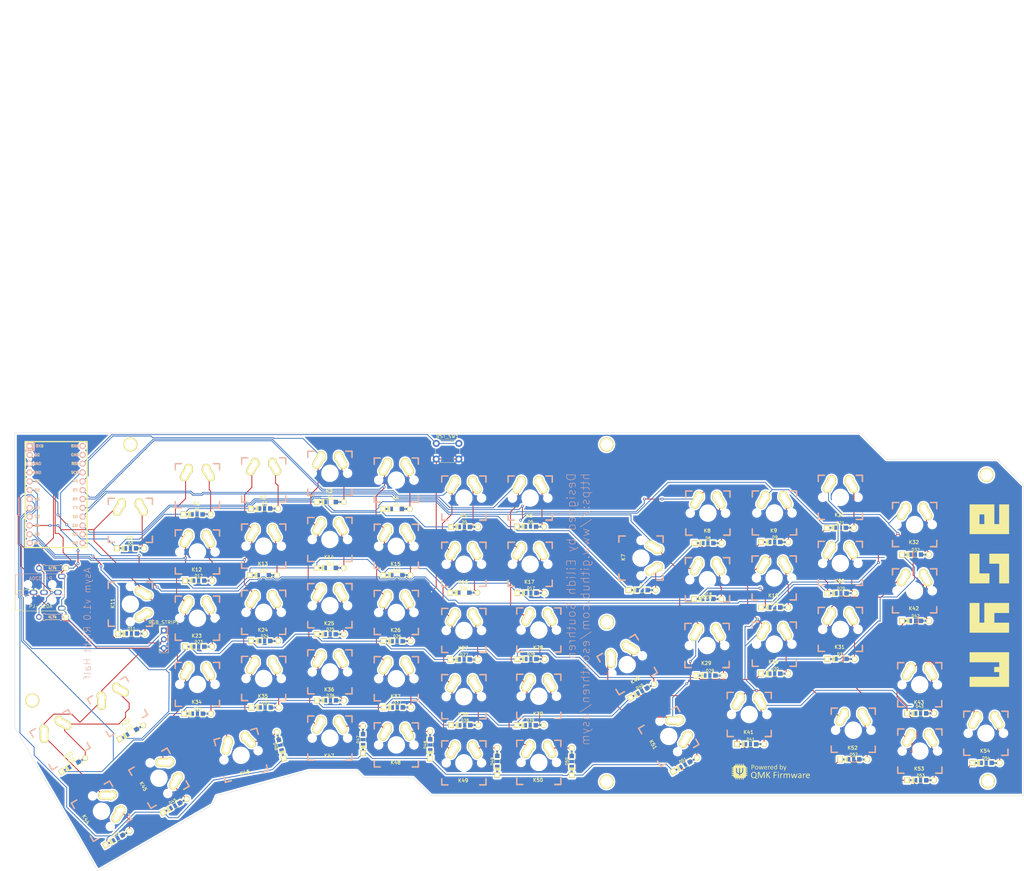
<source format=kicad_pcb>
(kicad_pcb (version 20171130) (host pcbnew "(5.1.10-1-10_14)")
  (title_block (title "Asym Right Half") (date 2021-07-25) (rev v1) (company "Eilidh Southren") (comment 1 https://www.github.com))
  (layers (0 F.Cu signal) (31 B.Cu signal) (34 B.Paste user) (35 F.Paste user) (36 B.SilkS user) (37 F.SilkS user) (38 B.Mask user) (39 F.Mask user) (44 Edge.Cuts user))
  (net 0 "")
  (net 1 row0)
  (net 2 "Net-(D0-Pad2)")
  (net 3 "Net-(D1-Pad2)")
  (net 4 "Net-(D2-Pad2)")
  (net 5 "Net-(D3-Pad2)")
  (net 6 "Net-(D4-Pad2)")
  (net 7 "Net-(D5-Pad2)")
  (net 8 "Net-(D6-Pad2)")
  (net 9 "Net-(D7-Pad2)")
  (net 10 "Net-(D8-Pad2)")
  (net 11 "Net-(D9-Pad2)")
  (net 12 "Net-(D11-Pad2)")
  (net 13 row1)
  (net 14 "Net-(D12-Pad2)")
  (net 15 "Net-(D13-Pad2)")
  (net 16 "Net-(D14-Pad2)")
  (net 17 "Net-(D15-Pad2)")
  (net 18 "Net-(D16-Pad2)")
  (net 19 "Net-(D17-Pad2)")
  (net 20 "Net-(D18-Pad2)")
  (net 21 "Net-(D19-Pad2)")
  (net 22 "Net-(D20-Pad2)")
  (net 23 "Net-(D21-Pad2)")
  (net 24 "Net-(D22-Pad2)")
  (net 25 row2)
  (net 26 "Net-(D23-Pad2)")
  (net 27 "Net-(D24-Pad2)")
  (net 28 "Net-(D25-Pad2)")
  (net 29 "Net-(D26-Pad2)")
  (net 30 "Net-(D27-Pad2)")
  (net 31 "Net-(D28-Pad2)")
  (net 32 "Net-(D29-Pad2)")
  (net 33 "Net-(D30-Pad2)")
  (net 34 "Net-(D31-Pad2)")
  (net 35 "Net-(D32-Pad2)")
  (net 36 "Net-(D33-Pad2)")
  (net 37 row3)
  (net 38 "Net-(D34-Pad2)")
  (net 39 "Net-(D35-Pad2)")
  (net 40 "Net-(D36-Pad2)")
  (net 41 "Net-(D37-Pad2)")
  (net 42 "Net-(D38-Pad2)")
  (net 43 "Net-(D39-Pad2)")
  (net 44 "Net-(D40-Pad2)")
  (net 45 "Net-(D41-Pad2)")
  (net 46 "Net-(D42-Pad2)")
  (net 47 "Net-(D43-Pad2)")
  (net 48 "Net-(D44-Pad2)")
  (net 49 row4)
  (net 50 "Net-(D45-Pad2)")
  (net 51 "Net-(D46-Pad2)")
  (net 52 "Net-(D47-Pad2)")
  (net 53 "Net-(D48-Pad2)")
  (net 54 "Net-(D49-Pad2)")
  (net 55 "Net-(D50-Pad2)")
  (net 56 "Net-(D51-Pad2)")
  (net 57 "Net-(D52-Pad2)")
  (net 58 "Net-(D53-Pad2)")
  (net 59 "Net-(D54-Pad2)")
  (net 60 VCC)
  (net 61 SDA)
  (net 62 SCL)
  (net 63 GND)
  (net 64 rgb_data)
  (net 65 col0)
  (net 66 col1)
  (net 67 col10)
  (net 68 col9)
  (net 69 col8)
  (net 70 col7)
  (net 71 col6)
  (net 72 col5)
  (net 73 col4)
  (net 74 col3)
  (net 75 RST)
  (net 76 "Net-(U1-Pad23)")
  (net 77 col2)
  (net 78 "Net-(U1-Pad24)")
  (module redox_footprints:Mx_Alps_100-dualside (layer F.Cu) (at 236.160316 120.432299)
    (fp_text reference K41 (at -0.22 5.08) (layer F.SilkS) (effects (font (thickness 0.2))))
    (fp_text value KEYSW hide)
    (pad 1 thru_hole oval (at -2.52 -4.79 3.9) (size 2.5 3.08) (drill oval 1.5 2.08) (layers *.Cu *.Mask F.SilkS) (net 69 col8))
    (pad 2 thru_hole oval (at 3.405 -3.27 29.05) (size 2.5 4.17) (drill oval 1.5 3.17) (layers *.Cu *.Mask F.SilkS) (net 45 "Net-(D41-Pad2)"))
    (pad HOLE np_thru_hole circle (at 0 0) (size 3.9878 3.9878) (drill 3.9878) (layers *.Cu))
    (pad HOLE np_thru_hole circle (at -5.08 0) (size 1.7018 1.7018) (drill 1.7018) (layers *.Cu))
    (pad HOLE np_thru_hole circle (at 5.08 0) (size 1.7018 1.7018) (drill 1.7018) (layers *.Cu))
    (pad 1 thru_hole oval (at -3.405 -3.27 330.95) (size 2.5 4.17) (drill oval 1.5 3.17) (layers *.Cu *.Mask F.SilkS) (net 69 col8))
    (pad 2 thru_hole oval (at 2.52 -4.79 356.1) (size 2.5 3.08) (drill oval 1.5 2.08) (layers *.Cu *.Mask F.SilkS) (net 45 "Net-(D41-Pad2)"))
  )
  (module redox_footprints:Mx_Alps_100-dualside (layer F.Cu) (at 54.48 118.18 30)
    (fp_text reference K22 (at -0.22 5.08 30) (layer F.SilkS) (effects (font (thickness 0.2))))
    (fp_text value KEYSW hide)
    (pad 1 thru_hole oval (at -2.52 -4.79 33.9) (size 2.5 3.08) (drill oval 1.5 2.08) (layers *.Cu *.Mask F.SilkS) (net 65 col0))
    (pad 2 thru_hole oval (at 3.405 -3.27 59.05) (size 2.5 4.17) (drill oval 1.5 3.17) (layers *.Cu *.Mask F.SilkS) (net 36 "Net-(D33-Pad2)"))
    (pad HOLE np_thru_hole circle (at 0 0 30) (size 3.9878 3.9878) (drill 3.9878) (layers *.Cu))
    (pad HOLE np_thru_hole circle (at -5.08 0 30) (size 1.7018 1.7018) (drill 1.7018) (layers *.Cu))
    (pad HOLE np_thru_hole circle (at 5.08 0 30) (size 1.7018 1.7018) (drill 1.7018) (layers *.Cu))
    (pad 1 thru_hole oval (at -3.405 -3.27 0.95) (size 2.5 4.17) (drill oval 1.5 3.17) (layers *.Cu *.Mask F.SilkS) (net 65 col0))
    (pad 2 thru_hole oval (at 2.52 -4.79 26.1) (size 2.5 3.08) (drill oval 1.5 2.08) (layers *.Cu *.Mask F.SilkS) (net 36 "Net-(D33-Pad2)"))
  )
  (module redox_footprints:Mx_Alps_100-dualside (layer F.Cu) (at 266.08 124.94)
    (fp_text reference K52 (at -0.22 5.08) (layer F.SilkS) (effects (font (thickness 0.2))))
    (fp_text value KEYSW hide)
    (pad 1 thru_hole oval (at -2.52 -4.79 3.9) (size 2.5 3.08) (drill oval 1.5 2.08) (layers *.Cu *.Mask F.SilkS) (net 69 col8))
    (pad 2 thru_hole oval (at 3.405 -3.27 29.05) (size 2.5 4.17) (drill oval 1.5 3.17) (layers *.Cu *.Mask F.SilkS) (net 57 "Net-(D52-Pad2)"))
    (pad HOLE np_thru_hole circle (at 0 0) (size 3.9878 3.9878) (drill 3.9878) (layers *.Cu))
    (pad HOLE np_thru_hole circle (at -5.08 0) (size 1.7018 1.7018) (drill 1.7018) (layers *.Cu))
    (pad HOLE np_thru_hole circle (at 5.08 0) (size 1.7018 1.7018) (drill 1.7018) (layers *.Cu))
    (pad 1 thru_hole oval (at -3.405 -3.27 330.95) (size 2.5 4.17) (drill oval 1.5 3.17) (layers *.Cu *.Mask F.SilkS) (net 69 col8))
    (pad 2 thru_hole oval (at 2.52 -4.79 356.1) (size 2.5 3.08) (drill oval 1.5 2.08) (layers *.Cu *.Mask F.SilkS) (net 57 "Net-(D52-Pad2)"))
  )
  (module redox_footprints:Mx_Alps_100-dualside (layer F.Cu) (at 224.282 62.484)
    (fp_text reference K8 (at -0.22 5.08) (layer F.SilkS) (effects (font (thickness 0.2))))
    (fp_text value KEYSW hide)
    (pad 1 thru_hole oval (at -2.52 -4.79 3.9) (size 2.5 3.08) (drill oval 1.5 2.08) (layers *.Cu *.Mask F.SilkS) (net 69 col8))
    (pad 2 thru_hole oval (at 3.405 -3.27 29.05) (size 2.5 4.17) (drill oval 1.5 3.17) (layers *.Cu *.Mask F.SilkS) (net 10 "Net-(D8-Pad2)"))
    (pad HOLE np_thru_hole circle (at 0 0) (size 3.9878 3.9878) (drill 3.9878) (layers *.Cu))
    (pad HOLE np_thru_hole circle (at -5.08 0) (size 1.7018 1.7018) (drill 1.7018) (layers *.Cu))
    (pad HOLE np_thru_hole circle (at 5.08 0) (size 1.7018 1.7018) (drill 1.7018) (layers *.Cu))
    (pad 1 thru_hole oval (at -3.405 -3.27 330.95) (size 2.5 4.17) (drill oval 1.5 3.17) (layers *.Cu *.Mask F.SilkS) (net 69 col8))
    (pad 2 thru_hole oval (at 2.52 -4.79 356.1) (size 2.5 3.08) (drill oval 1.5 2.08) (layers *.Cu *.Mask F.SilkS) (net 10 "Net-(D8-Pad2)"))
  )
  (module redox_footprints:Mx_Alps_100-dualside (layer F.Cu) (at 77.47 92.71)
    (fp_text reference K23 (at -0.22 5.08) (layer F.SilkS) (effects (font (thickness 0.2))))
    (fp_text value KEYSW hide)
    (pad 1 thru_hole oval (at -2.52 -4.79 3.9) (size 2.5 3.08) (drill oval 1.5 2.08) (layers *.Cu *.Mask F.SilkS) (net 66 col1))
    (pad 2 thru_hole oval (at 3.405 -3.27 29.05) (size 2.5 4.17) (drill oval 1.5 3.17) (layers *.Cu *.Mask F.SilkS) (net 26 "Net-(D23-Pad2)"))
    (pad HOLE np_thru_hole circle (at 0 0) (size 3.9878 3.9878) (drill 3.9878) (layers *.Cu))
    (pad HOLE np_thru_hole circle (at -5.08 0) (size 1.7018 1.7018) (drill 1.7018) (layers *.Cu))
    (pad HOLE np_thru_hole circle (at 5.08 0) (size 1.7018 1.7018) (drill 1.7018) (layers *.Cu))
    (pad 1 thru_hole oval (at -3.405 -3.27 330.95) (size 2.5 4.17) (drill oval 1.5 3.17) (layers *.Cu *.Mask F.SilkS) (net 66 col1))
    (pad 2 thru_hole oval (at 2.52 -4.79 356.1) (size 2.5 3.08) (drill oval 1.5 2.08) (layers *.Cu *.Mask F.SilkS) (net 26 "Net-(D23-Pad2)"))
  )
  (module redox_footprints:Mx_Alps_100-dualside (layer F.Cu) (at 285.235 130.955)
    (fp_text reference K53 (at -0.22 5.08) (layer F.SilkS) (effects (font (thickness 0.2))))
    (fp_text value KEYSW hide)
    (pad 1 thru_hole oval (at -2.52 -4.79 3.9) (size 2.5 3.08) (drill oval 1.5 2.08) (layers *.Cu *.Mask F.SilkS) (net 68 col9))
    (pad 2 thru_hole oval (at 3.405 -3.27 29.05) (size 2.5 4.17) (drill oval 1.5 3.17) (layers *.Cu *.Mask F.SilkS) (net 58 "Net-(D53-Pad2)"))
    (pad HOLE np_thru_hole circle (at 0 0) (size 3.9878 3.9878) (drill 3.9878) (layers *.Cu))
    (pad HOLE np_thru_hole circle (at -5.08 0) (size 1.7018 1.7018) (drill 1.7018) (layers *.Cu))
    (pad HOLE np_thru_hole circle (at 5.08 0) (size 1.7018 1.7018) (drill 1.7018) (layers *.Cu))
    (pad 1 thru_hole oval (at -3.405 -3.27 330.95) (size 2.5 4.17) (drill oval 1.5 3.17) (layers *.Cu *.Mask F.SilkS) (net 68 col9))
    (pad 2 thru_hole oval (at 2.52 -4.79 356.1) (size 2.5 3.08) (drill oval 1.5 2.08) (layers *.Cu *.Mask F.SilkS) (net 58 "Net-(D53-Pad2)"))
  )
  (module redox_footprints:Mx_Alps_100-dualside (layer F.Cu) (at 175.65 96.125)
    (fp_text reference K28 (at -0.22 5.08) (layer F.SilkS) (effects (font (thickness 0.2))))
    (fp_text value KEYSW hide)
    (pad 1 thru_hole oval (at -2.52 -4.79 3.9) (size 2.5 3.08) (drill oval 1.5 2.08) (layers *.Cu *.Mask F.SilkS) (net 71 col6))
    (pad 2 thru_hole oval (at 3.405 -3.27 29.05) (size 2.5 4.17) (drill oval 1.5 3.17) (layers *.Cu *.Mask F.SilkS) (net 31 "Net-(D28-Pad2)"))
    (pad HOLE np_thru_hole circle (at 0 0) (size 3.9878 3.9878) (drill 3.9878) (layers *.Cu))
    (pad HOLE np_thru_hole circle (at -5.08 0) (size 1.7018 1.7018) (drill 1.7018) (layers *.Cu))
    (pad HOLE np_thru_hole circle (at 5.08 0) (size 1.7018 1.7018) (drill 1.7018) (layers *.Cu))
    (pad 1 thru_hole oval (at -3.405 -3.27 330.95) (size 2.5 4.17) (drill oval 1.5 3.17) (layers *.Cu *.Mask F.SilkS) (net 71 col6))
    (pad 2 thru_hole oval (at 2.52 -4.79 356.1) (size 2.5 3.08) (drill oval 1.5 2.08) (layers *.Cu *.Mask F.SilkS) (net 31 "Net-(D28-Pad2)"))
  )
  (module redox_footprints:Mx_Alps_100-dualside (layer F.Cu) (at 285.185 111.855)
    (fp_text reference K43 (at -0.22 5.08) (layer F.SilkS) (effects (font (thickness 0.2))))
    (fp_text value KEYSW hide)
    (pad 1 thru_hole oval (at -2.52 -4.79 3.9) (size 2.5 3.08) (drill oval 1.5 2.08) (layers *.Cu *.Mask F.SilkS) (net 67 col10))
    (pad 2 thru_hole oval (at 3.405 -3.27 29.05) (size 2.5 4.17) (drill oval 1.5 3.17) (layers *.Cu *.Mask F.SilkS) (net 47 "Net-(D43-Pad2)"))
    (pad HOLE np_thru_hole circle (at 0 0) (size 3.9878 3.9878) (drill 3.9878) (layers *.Cu))
    (pad HOLE np_thru_hole circle (at -5.08 0) (size 1.7018 1.7018) (drill 1.7018) (layers *.Cu))
    (pad HOLE np_thru_hole circle (at 5.08 0) (size 1.7018 1.7018) (drill 1.7018) (layers *.Cu))
    (pad 1 thru_hole oval (at -3.405 -3.27 330.95) (size 2.5 4.17) (drill oval 1.5 3.17) (layers *.Cu *.Mask F.SilkS) (net 67 col10))
    (pad 2 thru_hole oval (at 2.52 -4.79 356.1) (size 2.5 3.08) (drill oval 1.5 2.08) (layers *.Cu *.Mask F.SilkS) (net 47 "Net-(D43-Pad2)"))
  )
  (module redox_footprints:Mx_Alps_100-dualside (layer F.Cu) (at 224.028 100.584)
    (fp_text reference K29 (at -0.22 5.08) (layer F.SilkS) (effects (font (thickness 0.2))))
    (fp_text value KEYSW hide)
    (pad 1 thru_hole oval (at -2.52 -4.79 3.9) (size 2.5 3.08) (drill oval 1.5 2.08) (layers *.Cu *.Mask F.SilkS) (net 70 col7))
    (pad 2 thru_hole oval (at 3.405 -3.27 29.05) (size 2.5 4.17) (drill oval 1.5 3.17) (layers *.Cu *.Mask F.SilkS) (net 32 "Net-(D29-Pad2)"))
    (pad HOLE np_thru_hole circle (at 0 0) (size 3.9878 3.9878) (drill 3.9878) (layers *.Cu))
    (pad HOLE np_thru_hole circle (at -5.08 0) (size 1.7018 1.7018) (drill 1.7018) (layers *.Cu))
    (pad HOLE np_thru_hole circle (at 5.08 0) (size 1.7018 1.7018) (drill 1.7018) (layers *.Cu))
    (pad 1 thru_hole oval (at -3.405 -3.27 330.95) (size 2.5 4.17) (drill oval 1.5 3.17) (layers *.Cu *.Mask F.SilkS) (net 70 col7))
    (pad 2 thru_hole oval (at 2.52 -4.79 356.1) (size 2.5 3.08) (drill oval 1.5 2.08) (layers *.Cu *.Mask F.SilkS) (net 32 "Net-(D29-Pad2)"))
  )
  (module redox_footprints:Mx_Alps_100-dualside (layer F.Cu) (at 58.18 64.54)
    (fp_text reference K0 (at -0.22 5.08) (layer F.SilkS) (effects (font (thickness 0.2))))
    (fp_text value KEYSW hide)
    (pad 1 thru_hole oval (at -2.52 -4.79 3.9) (size 2.5 3.08) (drill oval 1.5 2.08) (layers *.Cu *.Mask F.SilkS) (net 65 col0))
    (pad 2 thru_hole oval (at 3.405 -3.27 29.05) (size 2.5 4.17) (drill oval 1.5 3.17) (layers *.Cu *.Mask F.SilkS) (net 2 "Net-(D0-Pad2)"))
    (pad HOLE np_thru_hole circle (at 0 0) (size 3.9878 3.9878) (drill 3.9878) (layers *.Cu))
    (pad HOLE np_thru_hole circle (at -5.08 0) (size 1.7018 1.7018) (drill 1.7018) (layers *.Cu))
    (pad HOLE np_thru_hole circle (at 5.08 0) (size 1.7018 1.7018) (drill 1.7018) (layers *.Cu))
    (pad 1 thru_hole oval (at -3.405 -3.27 330.95) (size 2.5 4.17) (drill oval 1.5 3.17) (layers *.Cu *.Mask F.SilkS) (net 65 col0))
    (pad 2 thru_hole oval (at 2.52 -4.79 356.1) (size 2.5 3.08) (drill oval 1.5 2.08) (layers *.Cu *.Mask F.SilkS) (net 2 "Net-(D0-Pad2)"))
  )
  (module redox_footprints:Mx_Alps_100-dualside (layer F.Cu) (at 77.47 54.61)
    (fp_text reference K1 (at -0.22 5.08) (layer F.SilkS) (effects (font (thickness 0.2))))
    (fp_text value KEYSW hide)
    (pad 1 thru_hole oval (at -2.52 -4.79 3.9) (size 2.5 3.08) (drill oval 1.5 2.08) (layers *.Cu *.Mask F.SilkS) (net 66 col1))
    (pad 2 thru_hole oval (at 3.405 -3.27 29.05) (size 2.5 4.17) (drill oval 1.5 3.17) (layers *.Cu *.Mask F.SilkS) (net 3 "Net-(D1-Pad2)"))
    (pad HOLE np_thru_hole circle (at 0 0) (size 3.9878 3.9878) (drill 3.9878) (layers *.Cu))
    (pad HOLE np_thru_hole circle (at -5.08 0) (size 1.7018 1.7018) (drill 1.7018) (layers *.Cu))
    (pad HOLE np_thru_hole circle (at 5.08 0) (size 1.7018 1.7018) (drill 1.7018) (layers *.Cu))
    (pad 1 thru_hole oval (at -3.405 -3.27 330.95) (size 2.5 4.17) (drill oval 1.5 3.17) (layers *.Cu *.Mask F.SilkS) (net 66 col1))
    (pad 2 thru_hole oval (at 2.52 -4.79 356.1) (size 2.5 3.08) (drill oval 1.5 2.08) (layers *.Cu *.Mask F.SilkS) (net 3 "Net-(D1-Pad2)"))
  )
  (module redox_footprints:Mx_Alps_100-dualside (layer F.Cu) (at 96.52 52.93)
    (fp_text reference K2 (at -0.22 5.08) (layer F.SilkS) (effects (font (thickness 0.2))))
    (fp_text value KEYSW hide)
    (pad 1 thru_hole oval (at -2.52 -4.79 3.9) (size 2.5 3.08) (drill oval 1.5 2.08) (layers *.Cu *.Mask F.SilkS) (net 77 col2))
    (pad 2 thru_hole oval (at 3.405 -3.27 29.05) (size 2.5 4.17) (drill oval 1.5 3.17) (layers *.Cu *.Mask F.SilkS) (net 4 "Net-(D2-Pad2)"))
    (pad HOLE np_thru_hole circle (at 0 0) (size 3.9878 3.9878) (drill 3.9878) (layers *.Cu))
    (pad HOLE np_thru_hole circle (at -5.08 0) (size 1.7018 1.7018) (drill 1.7018) (layers *.Cu))
    (pad HOLE np_thru_hole circle (at 5.08 0) (size 1.7018 1.7018) (drill 1.7018) (layers *.Cu))
    (pad 1 thru_hole oval (at -3.405 -3.27 330.95) (size 2.5 4.17) (drill oval 1.5 3.17) (layers *.Cu *.Mask F.SilkS) (net 77 col2))
    (pad 2 thru_hole oval (at 2.52 -4.79 356.1) (size 2.5 3.08) (drill oval 1.5 2.08) (layers *.Cu *.Mask F.SilkS) (net 4 "Net-(D2-Pad2)"))
  )
  (module redox_footprints:Mx_Alps_100-dualside (layer F.Cu) (at 115.57 51.02)
    (fp_text reference K3 (at -0.22 5.08) (layer F.SilkS) (effects (font (thickness 0.2))))
    (fp_text value KEYSW hide)
    (pad 1 thru_hole oval (at -2.52 -4.79 3.9) (size 2.5 3.08) (drill oval 1.5 2.08) (layers *.Cu *.Mask F.SilkS) (net 74 col3))
    (pad 2 thru_hole oval (at 3.405 -3.27 29.05) (size 2.5 4.17) (drill oval 1.5 3.17) (layers *.Cu *.Mask F.SilkS) (net 5 "Net-(D3-Pad2)"))
    (pad HOLE np_thru_hole circle (at 0 0) (size 3.9878 3.9878) (drill 3.9878) (layers *.Cu))
    (pad HOLE np_thru_hole circle (at -5.08 0) (size 1.7018 1.7018) (drill 1.7018) (layers *.Cu))
    (pad HOLE np_thru_hole circle (at 5.08 0) (size 1.7018 1.7018) (drill 1.7018) (layers *.Cu))
    (pad 1 thru_hole oval (at -3.405 -3.27 330.95) (size 2.5 4.17) (drill oval 1.5 3.17) (layers *.Cu *.Mask F.SilkS) (net 74 col3))
    (pad 2 thru_hole oval (at 2.52 -4.79 356.1) (size 2.5 3.08) (drill oval 1.5 2.08) (layers *.Cu *.Mask F.SilkS) (net 5 "Net-(D3-Pad2)"))
  )
  (module redox_footprints:Mx_Alps_100-dualside (layer F.Cu) (at 134.67 52.98)
    (fp_text reference K4 (at -0.22 5.08) (layer F.SilkS) (effects (font (thickness 0.2))))
    (fp_text value KEYSW hide)
    (pad 1 thru_hole oval (at -2.52 -4.79 3.9) (size 2.5 3.08) (drill oval 1.5 2.08) (layers *.Cu *.Mask F.SilkS) (net 73 col4))
    (pad 2 thru_hole oval (at 3.405 -3.27 29.05) (size 2.5 4.17) (drill oval 1.5 3.17) (layers *.Cu *.Mask F.SilkS) (net 6 "Net-(D4-Pad2)"))
    (pad HOLE np_thru_hole circle (at 0 0) (size 3.9878 3.9878) (drill 3.9878) (layers *.Cu))
    (pad HOLE np_thru_hole circle (at -5.08 0) (size 1.7018 1.7018) (drill 1.7018) (layers *.Cu))
    (pad HOLE np_thru_hole circle (at 5.08 0) (size 1.7018 1.7018) (drill 1.7018) (layers *.Cu))
    (pad 1 thru_hole oval (at -3.405 -3.27 330.95) (size 2.5 4.17) (drill oval 1.5 3.17) (layers *.Cu *.Mask F.SilkS) (net 73 col4))
    (pad 2 thru_hole oval (at 2.52 -4.79 356.1) (size 2.5 3.08) (drill oval 1.5 2.08) (layers *.Cu *.Mask F.SilkS) (net 6 "Net-(D4-Pad2)"))
  )
  (module redox_footprints:Mx_Alps_100-dualside (layer F.Cu) (at 154.1 58.15)
    (fp_text reference K5 (at -0.22 5.08) (layer F.SilkS) (effects (font (thickness 0.2))))
    (fp_text value KEYSW hide)
    (pad 1 thru_hole oval (at -2.52 -4.79 3.9) (size 2.5 3.08) (drill oval 1.5 2.08) (layers *.Cu *.Mask F.SilkS) (net 72 col5))
    (pad 2 thru_hole oval (at 3.405 -3.27 29.05) (size 2.5 4.17) (drill oval 1.5 3.17) (layers *.Cu *.Mask F.SilkS) (net 7 "Net-(D5-Pad2)"))
    (pad HOLE np_thru_hole circle (at 0 0) (size 3.9878 3.9878) (drill 3.9878) (layers *.Cu))
    (pad HOLE np_thru_hole circle (at -5.08 0) (size 1.7018 1.7018) (drill 1.7018) (layers *.Cu))
    (pad HOLE np_thru_hole circle (at 5.08 0) (size 1.7018 1.7018) (drill 1.7018) (layers *.Cu))
    (pad 1 thru_hole oval (at -3.405 -3.27 330.95) (size 2.5 4.17) (drill oval 1.5 3.17) (layers *.Cu *.Mask F.SilkS) (net 72 col5))
    (pad 2 thru_hole oval (at 2.52 -4.79 356.1) (size 2.5 3.08) (drill oval 1.5 2.08) (layers *.Cu *.Mask F.SilkS) (net 7 "Net-(D5-Pad2)"))
  )
  (module redox_footprints:Mx_Alps_100-dualside (layer F.Cu) (at 173.15 58.15)
    (fp_text reference K6 (at -0.22 5.08) (layer F.SilkS) (effects (font (thickness 0.2))))
    (fp_text value KEYSW hide)
    (pad 1 thru_hole oval (at -2.52 -4.79 3.9) (size 2.5 3.08) (drill oval 1.5 2.08) (layers *.Cu *.Mask F.SilkS) (net 71 col6))
    (pad 2 thru_hole oval (at 3.405 -3.27 29.05) (size 2.5 4.17) (drill oval 1.5 3.17) (layers *.Cu *.Mask F.SilkS) (net 8 "Net-(D6-Pad2)"))
    (pad HOLE np_thru_hole circle (at 0 0) (size 3.9878 3.9878) (drill 3.9878) (layers *.Cu))
    (pad HOLE np_thru_hole circle (at -5.08 0) (size 1.7018 1.7018) (drill 1.7018) (layers *.Cu))
    (pad HOLE np_thru_hole circle (at 5.08 0) (size 1.7018 1.7018) (drill 1.7018) (layers *.Cu))
    (pad 1 thru_hole oval (at -3.405 -3.27 330.95) (size 2.5 4.17) (drill oval 1.5 3.17) (layers *.Cu *.Mask F.SilkS) (net 71 col6))
    (pad 2 thru_hole oval (at 2.52 -4.79 356.1) (size 2.5 3.08) (drill oval 1.5 2.08) (layers *.Cu *.Mask F.SilkS) (net 8 "Net-(D6-Pad2)"))
  )
  (module redox_footprints:Mx_Alps_100-dualside (layer F.Cu) (at 243.415 62.44)
    (fp_text reference K9 (at -0.22 5.08) (layer F.SilkS) (effects (font (thickness 0.2))))
    (fp_text value KEYSW hide)
    (pad 1 thru_hole oval (at -2.52 -4.79 3.9) (size 2.5 3.08) (drill oval 1.5 2.08) (layers *.Cu *.Mask F.SilkS) (net 68 col9))
    (pad 2 thru_hole oval (at 3.405 -3.27 29.05) (size 2.5 4.17) (drill oval 1.5 3.17) (layers *.Cu *.Mask F.SilkS) (net 11 "Net-(D9-Pad2)"))
    (pad HOLE np_thru_hole circle (at 0 0) (size 3.9878 3.9878) (drill 3.9878) (layers *.Cu))
    (pad HOLE np_thru_hole circle (at -5.08 0) (size 1.7018 1.7018) (drill 1.7018) (layers *.Cu))
    (pad HOLE np_thru_hole circle (at 5.08 0) (size 1.7018 1.7018) (drill 1.7018) (layers *.Cu))
    (pad 1 thru_hole oval (at -3.405 -3.27 330.95) (size 2.5 4.17) (drill oval 1.5 3.17) (layers *.Cu *.Mask F.SilkS) (net 68 col9))
    (pad 2 thru_hole oval (at 2.52 -4.79 356.1) (size 2.5 3.08) (drill oval 1.5 2.08) (layers *.Cu *.Mask F.SilkS) (net 11 "Net-(D9-Pad2)"))
  )
  (module redox_footprints:Mx_Alps_100-dualside (layer F.Cu) (at 77.47 73.66)
    (fp_text reference K12 (at -0.22 5.08) (layer F.SilkS) (effects (font (thickness 0.2))))
    (fp_text value KEYSW hide)
    (pad 1 thru_hole oval (at -2.52 -4.79 3.9) (size 2.5 3.08) (drill oval 1.5 2.08) (layers *.Cu *.Mask F.SilkS) (net 66 col1))
    (pad 2 thru_hole oval (at 3.405 -3.27 29.05) (size 2.5 4.17) (drill oval 1.5 3.17) (layers *.Cu *.Mask F.SilkS) (net 14 "Net-(D12-Pad2)"))
    (pad HOLE np_thru_hole circle (at 0 0) (size 3.9878 3.9878) (drill 3.9878) (layers *.Cu))
    (pad HOLE np_thru_hole circle (at -5.08 0) (size 1.7018 1.7018) (drill 1.7018) (layers *.Cu))
    (pad HOLE np_thru_hole circle (at 5.08 0) (size 1.7018 1.7018) (drill 1.7018) (layers *.Cu))
    (pad 1 thru_hole oval (at -3.405 -3.27 330.95) (size 2.5 4.17) (drill oval 1.5 3.17) (layers *.Cu *.Mask F.SilkS) (net 66 col1))
    (pad 2 thru_hole oval (at 2.52 -4.79 356.1) (size 2.5 3.08) (drill oval 1.5 2.08) (layers *.Cu *.Mask F.SilkS) (net 14 "Net-(D12-Pad2)"))
  )
  (module redox_footprints:Mx_Alps_100-dualside (layer F.Cu) (at 96.52 71.98)
    (fp_text reference K13 (at -0.22 5.08) (layer F.SilkS) (effects (font (thickness 0.2))))
    (fp_text value KEYSW hide)
    (pad 1 thru_hole oval (at -2.52 -4.79 3.9) (size 2.5 3.08) (drill oval 1.5 2.08) (layers *.Cu *.Mask F.SilkS) (net 77 col2))
    (pad 2 thru_hole oval (at 3.405 -3.27 29.05) (size 2.5 4.17) (drill oval 1.5 3.17) (layers *.Cu *.Mask F.SilkS) (net 15 "Net-(D13-Pad2)"))
    (pad HOLE np_thru_hole circle (at 0 0) (size 3.9878 3.9878) (drill 3.9878) (layers *.Cu))
    (pad HOLE np_thru_hole circle (at -5.08 0) (size 1.7018 1.7018) (drill 1.7018) (layers *.Cu))
    (pad HOLE np_thru_hole circle (at 5.08 0) (size 1.7018 1.7018) (drill 1.7018) (layers *.Cu))
    (pad 1 thru_hole oval (at -3.405 -3.27 330.95) (size 2.5 4.17) (drill oval 1.5 3.17) (layers *.Cu *.Mask F.SilkS) (net 77 col2))
    (pad 2 thru_hole oval (at 2.52 -4.79 356.1) (size 2.5 3.08) (drill oval 1.5 2.08) (layers *.Cu *.Mask F.SilkS) (net 15 "Net-(D13-Pad2)"))
  )
  (module redox_footprints:Mx_Alps_100-dualside (layer F.Cu) (at 115.57 70.07)
    (fp_text reference K14 (at -0.22 5.08) (layer F.SilkS) (effects (font (thickness 0.2))))
    (fp_text value KEYSW hide)
    (pad 1 thru_hole oval (at -2.52 -4.79 3.9) (size 2.5 3.08) (drill oval 1.5 2.08) (layers *.Cu *.Mask F.SilkS) (net 74 col3))
    (pad 2 thru_hole oval (at 3.405 -3.27 29.05) (size 2.5 4.17) (drill oval 1.5 3.17) (layers *.Cu *.Mask F.SilkS) (net 16 "Net-(D14-Pad2)"))
    (pad HOLE np_thru_hole circle (at 0 0) (size 3.9878 3.9878) (drill 3.9878) (layers *.Cu))
    (pad HOLE np_thru_hole circle (at -5.08 0) (size 1.7018 1.7018) (drill 1.7018) (layers *.Cu))
    (pad HOLE np_thru_hole circle (at 5.08 0) (size 1.7018 1.7018) (drill 1.7018) (layers *.Cu))
    (pad 1 thru_hole oval (at -3.405 -3.27 330.95) (size 2.5 4.17) (drill oval 1.5 3.17) (layers *.Cu *.Mask F.SilkS) (net 74 col3))
    (pad 2 thru_hole oval (at 2.52 -4.79 356.1) (size 2.5 3.08) (drill oval 1.5 2.08) (layers *.Cu *.Mask F.SilkS) (net 16 "Net-(D14-Pad2)"))
  )
  (module redox_footprints:Mx_Alps_100-dualside (layer F.Cu) (at 134.67 72.03)
    (fp_text reference K15 (at -0.22 5.08) (layer F.SilkS) (effects (font (thickness 0.2))))
    (fp_text value KEYSW hide)
    (pad 1 thru_hole oval (at -2.52 -4.79 3.9) (size 2.5 3.08) (drill oval 1.5 2.08) (layers *.Cu *.Mask F.SilkS) (net 73 col4))
    (pad 2 thru_hole oval (at 3.405 -3.27 29.05) (size 2.5 4.17) (drill oval 1.5 3.17) (layers *.Cu *.Mask F.SilkS) (net 17 "Net-(D15-Pad2)"))
    (pad HOLE np_thru_hole circle (at 0 0) (size 3.9878 3.9878) (drill 3.9878) (layers *.Cu))
    (pad HOLE np_thru_hole circle (at -5.08 0) (size 1.7018 1.7018) (drill 1.7018) (layers *.Cu))
    (pad HOLE np_thru_hole circle (at 5.08 0) (size 1.7018 1.7018) (drill 1.7018) (layers *.Cu))
    (pad 1 thru_hole oval (at -3.405 -3.27 330.95) (size 2.5 4.17) (drill oval 1.5 3.17) (layers *.Cu *.Mask F.SilkS) (net 73 col4))
    (pad 2 thru_hole oval (at 2.52 -4.79 356.1) (size 2.5 3.08) (drill oval 1.5 2.08) (layers *.Cu *.Mask F.SilkS) (net 17 "Net-(D15-Pad2)"))
  )
  (module redox_footprints:Mx_Alps_100-dualside (layer F.Cu) (at 154.1 77.2)
    (fp_text reference K16 (at -0.22 5.08) (layer F.SilkS) (effects (font (thickness 0.2))))
    (fp_text value KEYSW hide)
    (pad 1 thru_hole oval (at -2.52 -4.79 3.9) (size 2.5 3.08) (drill oval 1.5 2.08) (layers *.Cu *.Mask F.SilkS) (net 72 col5))
    (pad 2 thru_hole oval (at 3.405 -3.27 29.05) (size 2.5 4.17) (drill oval 1.5 3.17) (layers *.Cu *.Mask F.SilkS) (net 18 "Net-(D16-Pad2)"))
    (pad HOLE np_thru_hole circle (at 0 0) (size 3.9878 3.9878) (drill 3.9878) (layers *.Cu))
    (pad HOLE np_thru_hole circle (at -5.08 0) (size 1.7018 1.7018) (drill 1.7018) (layers *.Cu))
    (pad HOLE np_thru_hole circle (at 5.08 0) (size 1.7018 1.7018) (drill 1.7018) (layers *.Cu))
    (pad 1 thru_hole oval (at -3.405 -3.27 330.95) (size 2.5 4.17) (drill oval 1.5 3.17) (layers *.Cu *.Mask F.SilkS) (net 72 col5))
    (pad 2 thru_hole oval (at 2.52 -4.79 356.1) (size 2.5 3.08) (drill oval 1.5 2.08) (layers *.Cu *.Mask F.SilkS) (net 18 "Net-(D16-Pad2)"))
  )
  (module redox_footprints:Mx_Alps_100-dualside (layer F.Cu) (at 173.15 77.2)
    (fp_text reference K17 (at -0.22 5.08) (layer F.SilkS) (effects (font (thickness 0.2))))
    (fp_text value KEYSW hide)
    (pad 1 thru_hole oval (at -2.52 -4.79 3.9) (size 2.5 3.08) (drill oval 1.5 2.08) (layers *.Cu *.Mask F.SilkS) (net 71 col6))
    (pad 2 thru_hole oval (at 3.405 -3.27 29.05) (size 2.5 4.17) (drill oval 1.5 3.17) (layers *.Cu *.Mask F.SilkS) (net 19 "Net-(D17-Pad2)"))
    (pad HOLE np_thru_hole circle (at 0 0) (size 3.9878 3.9878) (drill 3.9878) (layers *.Cu))
    (pad HOLE np_thru_hole circle (at -5.08 0) (size 1.7018 1.7018) (drill 1.7018) (layers *.Cu))
    (pad HOLE np_thru_hole circle (at 5.08 0) (size 1.7018 1.7018) (drill 1.7018) (layers *.Cu))
    (pad 1 thru_hole oval (at -3.405 -3.27 330.95) (size 2.5 4.17) (drill oval 1.5 3.17) (layers *.Cu *.Mask F.SilkS) (net 71 col6))
    (pad 2 thru_hole oval (at 2.52 -4.79 356.1) (size 2.5 3.08) (drill oval 1.5 2.08) (layers *.Cu *.Mask F.SilkS) (net 19 "Net-(D17-Pad2)"))
  )
  (module redox_footprints:Mx_Alps_100-dualside (layer F.Cu) (at 224.155 81.65)
    (fp_text reference K18 (at -0.22 5.08) (layer F.SilkS) (effects (font (thickness 0.2))))
    (fp_text value KEYSW hide)
    (pad 1 thru_hole oval (at -2.52 -4.79 3.9) (size 2.5 3.08) (drill oval 1.5 2.08) (layers *.Cu *.Mask F.SilkS) (net 70 col7))
    (pad 2 thru_hole oval (at 3.405 -3.27 29.05) (size 2.5 4.17) (drill oval 1.5 3.17) (layers *.Cu *.Mask F.SilkS) (net 20 "Net-(D18-Pad2)"))
    (pad HOLE np_thru_hole circle (at 0 0) (size 3.9878 3.9878) (drill 3.9878) (layers *.Cu))
    (pad HOLE np_thru_hole circle (at -5.08 0) (size 1.7018 1.7018) (drill 1.7018) (layers *.Cu))
    (pad HOLE np_thru_hole circle (at 5.08 0) (size 1.7018 1.7018) (drill 1.7018) (layers *.Cu))
    (pad 1 thru_hole oval (at -3.405 -3.27 330.95) (size 2.5 4.17) (drill oval 1.5 3.17) (layers *.Cu *.Mask F.SilkS) (net 70 col7))
    (pad 2 thru_hole oval (at 2.52 -4.79 356.1) (size 2.5 3.08) (drill oval 1.5 2.08) (layers *.Cu *.Mask F.SilkS) (net 20 "Net-(D18-Pad2)"))
  )
  (module redox_footprints:Mx_Alps_100-dualside (layer F.Cu) (at 243.315 81.14)
    (fp_text reference K19 (at -0.22 5.08) (layer F.SilkS) (effects (font (thickness 0.2))))
    (fp_text value KEYSW hide)
    (pad 1 thru_hole oval (at -2.52 -4.79 3.9) (size 2.5 3.08) (drill oval 1.5 2.08) (layers *.Cu *.Mask F.SilkS) (net 69 col8))
    (pad 2 thru_hole oval (at 3.405 -3.27 29.05) (size 2.5 4.17) (drill oval 1.5 3.17) (layers *.Cu *.Mask F.SilkS) (net 21 "Net-(D19-Pad2)"))
    (pad HOLE np_thru_hole circle (at 0 0) (size 3.9878 3.9878) (drill 3.9878) (layers *.Cu))
    (pad HOLE np_thru_hole circle (at -5.08 0) (size 1.7018 1.7018) (drill 1.7018) (layers *.Cu))
    (pad HOLE np_thru_hole circle (at 5.08 0) (size 1.7018 1.7018) (drill 1.7018) (layers *.Cu))
    (pad 1 thru_hole oval (at -3.405 -3.27 330.95) (size 2.5 4.17) (drill oval 1.5 3.17) (layers *.Cu *.Mask F.SilkS) (net 69 col8))
    (pad 2 thru_hole oval (at 2.52 -4.79 356.1) (size 2.5 3.08) (drill oval 1.5 2.08) (layers *.Cu *.Mask F.SilkS) (net 21 "Net-(D19-Pad2)"))
  )
  (module redox_footprints:Mx_Alps_100-dualside (layer F.Cu) (at 262.365 76.94)
    (fp_text reference K20 (at -0.22 5.08) (layer F.SilkS) (effects (font (thickness 0.2))))
    (fp_text value KEYSW hide)
    (pad 1 thru_hole oval (at -2.52 -4.79 3.9) (size 2.5 3.08) (drill oval 1.5 2.08) (layers *.Cu *.Mask F.SilkS) (net 68 col9))
    (pad 2 thru_hole oval (at 3.405 -3.27 29.05) (size 2.5 4.17) (drill oval 1.5 3.17) (layers *.Cu *.Mask F.SilkS) (net 22 "Net-(D20-Pad2)"))
    (pad HOLE np_thru_hole circle (at 0 0) (size 3.9878 3.9878) (drill 3.9878) (layers *.Cu))
    (pad HOLE np_thru_hole circle (at -5.08 0) (size 1.7018 1.7018) (drill 1.7018) (layers *.Cu))
    (pad HOLE np_thru_hole circle (at 5.08 0) (size 1.7018 1.7018) (drill 1.7018) (layers *.Cu))
    (pad 1 thru_hole oval (at -3.405 -3.27 330.95) (size 2.5 4.17) (drill oval 1.5 3.17) (layers *.Cu *.Mask F.SilkS) (net 68 col9))
    (pad 2 thru_hole oval (at 2.52 -4.79 356.1) (size 2.5 3.08) (drill oval 1.5 2.08) (layers *.Cu *.Mask F.SilkS) (net 22 "Net-(D20-Pad2)"))
  )
  (module redox_footprints:Mx_Alps_100-dualside (layer F.Cu) (at 262.365 57.94)
    (fp_text reference K21 (at -0.22 5.08) (layer F.SilkS) (effects (font (thickness 0.2))))
    (fp_text value KEYSW hide)
    (pad 1 thru_hole oval (at -2.52 -4.79 3.9) (size 2.5 3.08) (drill oval 1.5 2.08) (layers *.Cu *.Mask F.SilkS) (net 67 col10))
    (pad 2 thru_hole oval (at 3.405 -3.27 29.05) (size 2.5 4.17) (drill oval 1.5 3.17) (layers *.Cu *.Mask F.SilkS) (net 23 "Net-(D21-Pad2)"))
    (pad HOLE np_thru_hole circle (at 0 0) (size 3.9878 3.9878) (drill 3.9878) (layers *.Cu))
    (pad HOLE np_thru_hole circle (at -5.08 0) (size 1.7018 1.7018) (drill 1.7018) (layers *.Cu))
    (pad HOLE np_thru_hole circle (at 5.08 0) (size 1.7018 1.7018) (drill 1.7018) (layers *.Cu))
    (pad 1 thru_hole oval (at -3.405 -3.27 330.95) (size 2.5 4.17) (drill oval 1.5 3.17) (layers *.Cu *.Mask F.SilkS) (net 67 col10))
    (pad 2 thru_hole oval (at 2.52 -4.79 356.1) (size 2.5 3.08) (drill oval 1.5 2.08) (layers *.Cu *.Mask F.SilkS) (net 23 "Net-(D21-Pad2)"))
  )
  (module redox_footprints:Mx_Alps_100-dualside (layer F.Cu) (at 96.52 91.03)
    (fp_text reference K24 (at -0.22 5.08) (layer F.SilkS) (effects (font (thickness 0.2))))
    (fp_text value KEYSW hide)
    (pad 1 thru_hole oval (at -2.52 -4.79 3.9) (size 2.5 3.08) (drill oval 1.5 2.08) (layers *.Cu *.Mask F.SilkS) (net 77 col2))
    (pad 2 thru_hole oval (at 3.405 -3.27 29.05) (size 2.5 4.17) (drill oval 1.5 3.17) (layers *.Cu *.Mask F.SilkS) (net 27 "Net-(D24-Pad2)"))
    (pad HOLE np_thru_hole circle (at 0 0) (size 3.9878 3.9878) (drill 3.9878) (layers *.Cu))
    (pad HOLE np_thru_hole circle (at -5.08 0) (size 1.7018 1.7018) (drill 1.7018) (layers *.Cu))
    (pad HOLE np_thru_hole circle (at 5.08 0) (size 1.7018 1.7018) (drill 1.7018) (layers *.Cu))
    (pad 1 thru_hole oval (at -3.405 -3.27 330.95) (size 2.5 4.17) (drill oval 1.5 3.17) (layers *.Cu *.Mask F.SilkS) (net 77 col2))
    (pad 2 thru_hole oval (at 2.52 -4.79 356.1) (size 2.5 3.08) (drill oval 1.5 2.08) (layers *.Cu *.Mask F.SilkS) (net 27 "Net-(D24-Pad2)"))
  )
  (module redox_footprints:Mx_Alps_100-dualside (layer F.Cu) (at 115.57 89.12)
    (fp_text reference K25 (at -0.22 5.08) (layer F.SilkS) (effects (font (thickness 0.2))))
    (fp_text value KEYSW hide)
    (pad 1 thru_hole oval (at -2.52 -4.79 3.9) (size 2.5 3.08) (drill oval 1.5 2.08) (layers *.Cu *.Mask F.SilkS) (net 74 col3))
    (pad 2 thru_hole oval (at 3.405 -3.27 29.05) (size 2.5 4.17) (drill oval 1.5 3.17) (layers *.Cu *.Mask F.SilkS) (net 28 "Net-(D25-Pad2)"))
    (pad HOLE np_thru_hole circle (at 0 0) (size 3.9878 3.9878) (drill 3.9878) (layers *.Cu))
    (pad HOLE np_thru_hole circle (at -5.08 0) (size 1.7018 1.7018) (drill 1.7018) (layers *.Cu))
    (pad HOLE np_thru_hole circle (at 5.08 0) (size 1.7018 1.7018) (drill 1.7018) (layers *.Cu))
    (pad 1 thru_hole oval (at -3.405 -3.27 330.95) (size 2.5 4.17) (drill oval 1.5 3.17) (layers *.Cu *.Mask F.SilkS) (net 74 col3))
    (pad 2 thru_hole oval (at 2.52 -4.79 356.1) (size 2.5 3.08) (drill oval 1.5 2.08) (layers *.Cu *.Mask F.SilkS) (net 28 "Net-(D25-Pad2)"))
  )
  (module redox_footprints:Mx_Alps_100-dualside (layer F.Cu) (at 134.67 91.08)
    (fp_text reference K26 (at -0.22 5.08) (layer F.SilkS) (effects (font (thickness 0.2))))
    (fp_text value KEYSW hide)
    (pad 1 thru_hole oval (at -2.52 -4.79 3.9) (size 2.5 3.08) (drill oval 1.5 2.08) (layers *.Cu *.Mask F.SilkS) (net 73 col4))
    (pad 2 thru_hole oval (at 3.405 -3.27 29.05) (size 2.5 4.17) (drill oval 1.5 3.17) (layers *.Cu *.Mask F.SilkS) (net 29 "Net-(D26-Pad2)"))
    (pad HOLE np_thru_hole circle (at 0 0) (size 3.9878 3.9878) (drill 3.9878) (layers *.Cu))
    (pad HOLE np_thru_hole circle (at -5.08 0) (size 1.7018 1.7018) (drill 1.7018) (layers *.Cu))
    (pad HOLE np_thru_hole circle (at 5.08 0) (size 1.7018 1.7018) (drill 1.7018) (layers *.Cu))
    (pad 1 thru_hole oval (at -3.405 -3.27 330.95) (size 2.5 4.17) (drill oval 1.5 3.17) (layers *.Cu *.Mask F.SilkS) (net 73 col4))
    (pad 2 thru_hole oval (at 2.52 -4.79 356.1) (size 2.5 3.08) (drill oval 1.5 2.08) (layers *.Cu *.Mask F.SilkS) (net 29 "Net-(D26-Pad2)"))
  )
  (module redox_footprints:Mx_Alps_100-dualside (layer F.Cu) (at 154.1 96.25)
    (fp_text reference K27 (at -0.22 5.08) (layer F.SilkS) (effects (font (thickness 0.2))))
    (fp_text value KEYSW hide)
    (pad 1 thru_hole oval (at -2.52 -4.79 3.9) (size 2.5 3.08) (drill oval 1.5 2.08) (layers *.Cu *.Mask F.SilkS) (net 72 col5))
    (pad 2 thru_hole oval (at 3.405 -3.27 29.05) (size 2.5 4.17) (drill oval 1.5 3.17) (layers *.Cu *.Mask F.SilkS) (net 30 "Net-(D27-Pad2)"))
    (pad HOLE np_thru_hole circle (at 0 0) (size 3.9878 3.9878) (drill 3.9878) (layers *.Cu))
    (pad HOLE np_thru_hole circle (at -5.08 0) (size 1.7018 1.7018) (drill 1.7018) (layers *.Cu))
    (pad HOLE np_thru_hole circle (at 5.08 0) (size 1.7018 1.7018) (drill 1.7018) (layers *.Cu))
    (pad 1 thru_hole oval (at -3.405 -3.27 330.95) (size 2.5 4.17) (drill oval 1.5 3.17) (layers *.Cu *.Mask F.SilkS) (net 72 col5))
    (pad 2 thru_hole oval (at 2.52 -4.79 356.1) (size 2.5 3.08) (drill oval 1.5 2.08) (layers *.Cu *.Mask F.SilkS) (net 30 "Net-(D27-Pad2)"))
  )
  (module redox_footprints:Mx_Alps_100-dualside (layer F.Cu) (at 243.365 100.19)
    (fp_text reference K30 (at -0.22 5.08) (layer F.SilkS) (effects (font (thickness 0.2))))
    (fp_text value KEYSW hide)
    (pad 1 thru_hole oval (at -2.52 -4.79 3.9) (size 2.5 3.08) (drill oval 1.5 2.08) (layers *.Cu *.Mask F.SilkS) (net 69 col8))
    (pad 2 thru_hole oval (at 3.405 -3.27 29.05) (size 2.5 4.17) (drill oval 1.5 3.17) (layers *.Cu *.Mask F.SilkS) (net 33 "Net-(D30-Pad2)"))
    (pad HOLE np_thru_hole circle (at 0 0) (size 3.9878 3.9878) (drill 3.9878) (layers *.Cu))
    (pad HOLE np_thru_hole circle (at -5.08 0) (size 1.7018 1.7018) (drill 1.7018) (layers *.Cu))
    (pad HOLE np_thru_hole circle (at 5.08 0) (size 1.7018 1.7018) (drill 1.7018) (layers *.Cu))
    (pad 1 thru_hole oval (at -3.405 -3.27 330.95) (size 2.5 4.17) (drill oval 1.5 3.17) (layers *.Cu *.Mask F.SilkS) (net 69 col8))
    (pad 2 thru_hole oval (at 2.52 -4.79 356.1) (size 2.5 3.08) (drill oval 1.5 2.08) (layers *.Cu *.Mask F.SilkS) (net 33 "Net-(D30-Pad2)"))
  )
  (module redox_footprints:Mx_Alps_100-dualside (layer F.Cu) (at 262.365 95.94)
    (fp_text reference K31 (at -0.22 5.08) (layer F.SilkS) (effects (font (thickness 0.2))))
    (fp_text value KEYSW hide)
    (pad 1 thru_hole oval (at -2.52 -4.79 3.9) (size 2.5 3.08) (drill oval 1.5 2.08) (layers *.Cu *.Mask F.SilkS) (net 68 col9))
    (pad 2 thru_hole oval (at 3.405 -3.27 29.05) (size 2.5 4.17) (drill oval 1.5 3.17) (layers *.Cu *.Mask F.SilkS) (net 34 "Net-(D31-Pad2)"))
    (pad HOLE np_thru_hole circle (at 0 0) (size 3.9878 3.9878) (drill 3.9878) (layers *.Cu))
    (pad HOLE np_thru_hole circle (at -5.08 0) (size 1.7018 1.7018) (drill 1.7018) (layers *.Cu))
    (pad HOLE np_thru_hole circle (at 5.08 0) (size 1.7018 1.7018) (drill 1.7018) (layers *.Cu))
    (pad 1 thru_hole oval (at -3.405 -3.27 330.95) (size 2.5 4.17) (drill oval 1.5 3.17) (layers *.Cu *.Mask F.SilkS) (net 68 col9))
    (pad 2 thru_hole oval (at 2.52 -4.79 356.1) (size 2.5 3.08) (drill oval 1.5 2.08) (layers *.Cu *.Mask F.SilkS) (net 34 "Net-(D31-Pad2)"))
  )
  (module redox_footprints:Mx_Alps_100-dualside (layer F.Cu) (at 37.97 127.71 30)
    (fp_text reference K33 (at -0.22 5.08 30) (layer F.SilkS) (effects (font (thickness 0.2))))
    (fp_text value KEYSW hide)
    (pad 1 thru_hole oval (at -2.52 -4.79 33.9) (size 2.5 3.08) (drill oval 1.5 2.08) (layers *.Cu *.Mask F.SilkS) (net 65 col0))
    (pad 2 thru_hole oval (at 3.405 -3.27 59.05) (size 2.5 4.17) (drill oval 1.5 3.17) (layers *.Cu *.Mask F.SilkS) (net 36 "Net-(D33-Pad2)"))
    (pad HOLE np_thru_hole circle (at 0 0 30) (size 3.9878 3.9878) (drill 3.9878) (layers *.Cu))
    (pad HOLE np_thru_hole circle (at -5.08 0 30) (size 1.7018 1.7018) (drill 1.7018) (layers *.Cu))
    (pad HOLE np_thru_hole circle (at 5.08 0 30) (size 1.7018 1.7018) (drill 1.7018) (layers *.Cu))
    (pad 1 thru_hole oval (at -3.405 -3.27 0.95) (size 2.5 4.17) (drill oval 1.5 3.17) (layers *.Cu *.Mask F.SilkS) (net 65 col0))
    (pad 2 thru_hole oval (at 2.52 -4.79 26.1) (size 2.5 3.08) (drill oval 1.5 2.08) (layers *.Cu *.Mask F.SilkS) (net 36 "Net-(D33-Pad2)"))
  )
  (module redox_footprints:Mx_Alps_100-dualside (layer F.Cu) (at 77.47 111.76)
    (fp_text reference K34 (at -0.22 5.08) (layer F.SilkS) (effects (font (thickness 0.2))))
    (fp_text value KEYSW hide)
    (pad 1 thru_hole oval (at -2.52 -4.79 3.9) (size 2.5 3.08) (drill oval 1.5 2.08) (layers *.Cu *.Mask F.SilkS) (net 66 col1))
    (pad 2 thru_hole oval (at 3.405 -3.27 29.05) (size 2.5 4.17) (drill oval 1.5 3.17) (layers *.Cu *.Mask F.SilkS) (net 38 "Net-(D34-Pad2)"))
    (pad HOLE np_thru_hole circle (at 0 0) (size 3.9878 3.9878) (drill 3.9878) (layers *.Cu))
    (pad HOLE np_thru_hole circle (at -5.08 0) (size 1.7018 1.7018) (drill 1.7018) (layers *.Cu))
    (pad HOLE np_thru_hole circle (at 5.08 0) (size 1.7018 1.7018) (drill 1.7018) (layers *.Cu))
    (pad 1 thru_hole oval (at -3.405 -3.27 330.95) (size 2.5 4.17) (drill oval 1.5 3.17) (layers *.Cu *.Mask F.SilkS) (net 66 col1))
    (pad 2 thru_hole oval (at 2.52 -4.79 356.1) (size 2.5 3.08) (drill oval 1.5 2.08) (layers *.Cu *.Mask F.SilkS) (net 38 "Net-(D34-Pad2)"))
  )
  (module redox_footprints:Mx_Alps_100-dualside (layer F.Cu) (at 96.52 110.08)
    (fp_text reference K35 (at -0.22 5.08) (layer F.SilkS) (effects (font (thickness 0.2))))
    (fp_text value KEYSW hide)
    (pad 1 thru_hole oval (at -2.52 -4.79 3.9) (size 2.5 3.08) (drill oval 1.5 2.08) (layers *.Cu *.Mask F.SilkS) (net 77 col2))
    (pad 2 thru_hole oval (at 3.405 -3.27 29.05) (size 2.5 4.17) (drill oval 1.5 3.17) (layers *.Cu *.Mask F.SilkS) (net 39 "Net-(D35-Pad2)"))
    (pad HOLE np_thru_hole circle (at 0 0) (size 3.9878 3.9878) (drill 3.9878) (layers *.Cu))
    (pad HOLE np_thru_hole circle (at -5.08 0) (size 1.7018 1.7018) (drill 1.7018) (layers *.Cu))
    (pad HOLE np_thru_hole circle (at 5.08 0) (size 1.7018 1.7018) (drill 1.7018) (layers *.Cu))
    (pad 1 thru_hole oval (at -3.405 -3.27 330.95) (size 2.5 4.17) (drill oval 1.5 3.17) (layers *.Cu *.Mask F.SilkS) (net 77 col2))
    (pad 2 thru_hole oval (at 2.52 -4.79 356.1) (size 2.5 3.08) (drill oval 1.5 2.08) (layers *.Cu *.Mask F.SilkS) (net 39 "Net-(D35-Pad2)"))
  )
  (module redox_footprints:Mx_Alps_100-dualside (layer F.Cu) (at 115.57 108.17)
    (fp_text reference K36 (at -0.22 5.08) (layer F.SilkS) (effects (font (thickness 0.2))))
    (fp_text value KEYSW hide)
    (pad 1 thru_hole oval (at -2.52 -4.79 3.9) (size 2.5 3.08) (drill oval 1.5 2.08) (layers *.Cu *.Mask F.SilkS) (net 74 col3))
    (pad 2 thru_hole oval (at 3.405 -3.27 29.05) (size 2.5 4.17) (drill oval 1.5 3.17) (layers *.Cu *.Mask F.SilkS) (net 40 "Net-(D36-Pad2)"))
    (pad HOLE np_thru_hole circle (at 0 0) (size 3.9878 3.9878) (drill 3.9878) (layers *.Cu))
    (pad HOLE np_thru_hole circle (at -5.08 0) (size 1.7018 1.7018) (drill 1.7018) (layers *.Cu))
    (pad HOLE np_thru_hole circle (at 5.08 0) (size 1.7018 1.7018) (drill 1.7018) (layers *.Cu))
    (pad 1 thru_hole oval (at -3.405 -3.27 330.95) (size 2.5 4.17) (drill oval 1.5 3.17) (layers *.Cu *.Mask F.SilkS) (net 74 col3))
    (pad 2 thru_hole oval (at 2.52 -4.79 356.1) (size 2.5 3.08) (drill oval 1.5 2.08) (layers *.Cu *.Mask F.SilkS) (net 40 "Net-(D36-Pad2)"))
  )
  (module redox_footprints:Mx_Alps_100-dualside (layer F.Cu) (at 134.67 110.13)
    (fp_text reference K37 (at -0.22 5.08) (layer F.SilkS) (effects (font (thickness 0.2))))
    (fp_text value KEYSW hide)
    (pad 1 thru_hole oval (at -2.52 -4.79 3.9) (size 2.5 3.08) (drill oval 1.5 2.08) (layers *.Cu *.Mask F.SilkS) (net 73 col4))
    (pad 2 thru_hole oval (at 3.405 -3.27 29.05) (size 2.5 4.17) (drill oval 1.5 3.17) (layers *.Cu *.Mask F.SilkS) (net 41 "Net-(D37-Pad2)"))
    (pad HOLE np_thru_hole circle (at 0 0) (size 3.9878 3.9878) (drill 3.9878) (layers *.Cu))
    (pad HOLE np_thru_hole circle (at -5.08 0) (size 1.7018 1.7018) (drill 1.7018) (layers *.Cu))
    (pad HOLE np_thru_hole circle (at 5.08 0) (size 1.7018 1.7018) (drill 1.7018) (layers *.Cu))
    (pad 1 thru_hole oval (at -3.405 -3.27 330.95) (size 2.5 4.17) (drill oval 1.5 3.17) (layers *.Cu *.Mask F.SilkS) (net 73 col4))
    (pad 2 thru_hole oval (at 2.52 -4.79 356.1) (size 2.5 3.08) (drill oval 1.5 2.08) (layers *.Cu *.Mask F.SilkS) (net 41 "Net-(D37-Pad2)"))
  )
  (module redox_footprints:Mx_Alps_100-dualside (layer F.Cu) (at 154.1 115.3)
    (fp_text reference K38 (at -0.22 5.08) (layer F.SilkS) (effects (font (thickness 0.2))))
    (fp_text value KEYSW hide)
    (pad 1 thru_hole oval (at -2.52 -4.79 3.9) (size 2.5 3.08) (drill oval 1.5 2.08) (layers *.Cu *.Mask F.SilkS) (net 72 col5))
    (pad 2 thru_hole oval (at 3.405 -3.27 29.05) (size 2.5 4.17) (drill oval 1.5 3.17) (layers *.Cu *.Mask F.SilkS) (net 42 "Net-(D38-Pad2)"))
    (pad HOLE np_thru_hole circle (at 0 0) (size 3.9878 3.9878) (drill 3.9878) (layers *.Cu))
    (pad HOLE np_thru_hole circle (at -5.08 0) (size 1.7018 1.7018) (drill 1.7018) (layers *.Cu))
    (pad HOLE np_thru_hole circle (at 5.08 0) (size 1.7018 1.7018) (drill 1.7018) (layers *.Cu))
    (pad 1 thru_hole oval (at -3.405 -3.27 330.95) (size 2.5 4.17) (drill oval 1.5 3.17) (layers *.Cu *.Mask F.SilkS) (net 72 col5))
    (pad 2 thru_hole oval (at 2.52 -4.79 356.1) (size 2.5 3.08) (drill oval 1.5 2.08) (layers *.Cu *.Mask F.SilkS) (net 42 "Net-(D38-Pad2)"))
  )
  (module redox_footprints:Mx_Alps_100-dualside (layer F.Cu) (at 201.055 106.075 30)
    (fp_text reference K40 (at -0.22 5.08 30) (layer F.SilkS) (effects (font (thickness 0.2))))
    (fp_text value KEYSW hide)
    (pad 1 thru_hole oval (at -2.52 -4.79 33.9) (size 2.5 3.08) (drill oval 1.5 2.08) (layers *.Cu *.Mask F.SilkS) (net 70 col7))
    (pad 2 thru_hole oval (at 3.405 -3.27 59.05) (size 2.5 4.17) (drill oval 1.5 3.17) (layers *.Cu *.Mask F.SilkS) (net 44 "Net-(D40-Pad2)"))
    (pad HOLE np_thru_hole circle (at 0 0 30) (size 3.9878 3.9878) (drill 3.9878) (layers *.Cu))
    (pad HOLE np_thru_hole circle (at -5.08 0 30) (size 1.7018 1.7018) (drill 1.7018) (layers *.Cu))
    (pad HOLE np_thru_hole circle (at 5.08 0 30) (size 1.7018 1.7018) (drill 1.7018) (layers *.Cu))
    (pad 1 thru_hole oval (at -3.405 -3.27 0.95) (size 2.5 4.17) (drill oval 1.5 3.17) (layers *.Cu *.Mask F.SilkS) (net 70 col7))
    (pad 2 thru_hole oval (at 2.52 -4.79 26.1) (size 2.5 3.08) (drill oval 1.5 2.08) (layers *.Cu *.Mask F.SilkS) (net 44 "Net-(D40-Pad2)"))
  )
  (module redox_footprints:Mx_Alps_100-dualside (layer F.Cu) (at 115.57 127.22)
    (fp_text reference K47 (at -0.22 5.08) (layer F.SilkS) (effects (font (thickness 0.2))))
    (fp_text value KEYSW hide)
    (pad 1 thru_hole oval (at -2.52 -4.79 3.9) (size 2.5 3.08) (drill oval 1.5 2.08) (layers *.Cu *.Mask F.SilkS) (net 74 col3))
    (pad 2 thru_hole oval (at 3.405 -3.27 29.05) (size 2.5 4.17) (drill oval 1.5 3.17) (layers *.Cu *.Mask F.SilkS) (net 52 "Net-(D47-Pad2)"))
    (pad HOLE np_thru_hole circle (at 0 0) (size 3.9878 3.9878) (drill 3.9878) (layers *.Cu))
    (pad HOLE np_thru_hole circle (at -5.08 0) (size 1.7018 1.7018) (drill 1.7018) (layers *.Cu))
    (pad HOLE np_thru_hole circle (at 5.08 0) (size 1.7018 1.7018) (drill 1.7018) (layers *.Cu))
    (pad 1 thru_hole oval (at -3.405 -3.27 330.95) (size 2.5 4.17) (drill oval 1.5 3.17) (layers *.Cu *.Mask F.SilkS) (net 74 col3))
    (pad 2 thru_hole oval (at 2.52 -4.79 356.1) (size 2.5 3.08) (drill oval 1.5 2.08) (layers *.Cu *.Mask F.SilkS) (net 52 "Net-(D47-Pad2)"))
  )
  (module redox_footprints:Mx_Alps_100-dualside (layer F.Cu) (at 134.67 129.18)
    (fp_text reference K48 (at -0.22 5.08) (layer F.SilkS) (effects (font (thickness 0.2))))
    (fp_text value KEYSW hide)
    (pad 1 thru_hole oval (at -2.52 -4.79 3.9) (size 2.5 3.08) (drill oval 1.5 2.08) (layers *.Cu *.Mask F.SilkS) (net 73 col4))
    (pad 2 thru_hole oval (at 3.405 -3.27 29.05) (size 2.5 4.17) (drill oval 1.5 3.17) (layers *.Cu *.Mask F.SilkS) (net 53 "Net-(D48-Pad2)"))
    (pad HOLE np_thru_hole circle (at 0 0) (size 3.9878 3.9878) (drill 3.9878) (layers *.Cu))
    (pad HOLE np_thru_hole circle (at -5.08 0) (size 1.7018 1.7018) (drill 1.7018) (layers *.Cu))
    (pad HOLE np_thru_hole circle (at 5.08 0) (size 1.7018 1.7018) (drill 1.7018) (layers *.Cu))
    (pad 1 thru_hole oval (at -3.405 -3.27 330.95) (size 2.5 4.17) (drill oval 1.5 3.17) (layers *.Cu *.Mask F.SilkS) (net 73 col4))
    (pad 2 thru_hole oval (at 2.52 -4.79 356.1) (size 2.5 3.08) (drill oval 1.5 2.08) (layers *.Cu *.Mask F.SilkS) (net 53 "Net-(D48-Pad2)"))
  )
  (module redox_footprints:Mx_Alps_100-dualside (layer F.Cu) (at 154.1 134.35)
    (fp_text reference K49 (at -0.22 5.08) (layer F.SilkS) (effects (font (thickness 0.2))))
    (fp_text value KEYSW hide)
    (pad 1 thru_hole oval (at -2.52 -4.79 3.9) (size 2.5 3.08) (drill oval 1.5 2.08) (layers *.Cu *.Mask F.SilkS) (net 72 col5))
    (pad 2 thru_hole oval (at 3.405 -3.27 29.05) (size 2.5 4.17) (drill oval 1.5 3.17) (layers *.Cu *.Mask F.SilkS) (net 54 "Net-(D49-Pad2)"))
    (pad HOLE np_thru_hole circle (at 0 0) (size 3.9878 3.9878) (drill 3.9878) (layers *.Cu))
    (pad HOLE np_thru_hole circle (at -5.08 0) (size 1.7018 1.7018) (drill 1.7018) (layers *.Cu))
    (pad HOLE np_thru_hole circle (at 5.08 0) (size 1.7018 1.7018) (drill 1.7018) (layers *.Cu))
    (pad 1 thru_hole oval (at -3.405 -3.27 330.95) (size 2.5 4.17) (drill oval 1.5 3.17) (layers *.Cu *.Mask F.SilkS) (net 72 col5))
    (pad 2 thru_hole oval (at 2.52 -4.79 356.1) (size 2.5 3.08) (drill oval 1.5 2.08) (layers *.Cu *.Mask F.SilkS) (net 54 "Net-(D49-Pad2)"))
  )
  (module redox_footprints:Mx_Alps_100-dualside (layer F.Cu) (at 304.22 125.83)
    (fp_text reference K54 (at -0.22 5.08) (layer F.SilkS) (effects (font (thickness 0.2))))
    (fp_text value KEYSW hide)
    (pad 1 thru_hole oval (at -2.52 -4.79 3.9) (size 2.5 3.08) (drill oval 1.5 2.08) (layers *.Cu *.Mask F.SilkS) (net 67 col10))
    (pad 2 thru_hole oval (at 3.405 -3.27 29.05) (size 2.5 4.17) (drill oval 1.5 3.17) (layers *.Cu *.Mask F.SilkS) (net 59 "Net-(D54-Pad2)"))
    (pad HOLE np_thru_hole circle (at 0 0) (size 3.9878 3.9878) (drill 3.9878) (layers *.Cu))
    (pad HOLE np_thru_hole circle (at -5.08 0) (size 1.7018 1.7018) (drill 1.7018) (layers *.Cu))
    (pad HOLE np_thru_hole circle (at 5.08 0) (size 1.7018 1.7018) (drill 1.7018) (layers *.Cu))
    (pad 1 thru_hole oval (at -3.405 -3.27 330.95) (size 2.5 4.17) (drill oval 1.5 3.17) (layers *.Cu *.Mask F.SilkS) (net 67 col10))
    (pad 2 thru_hole oval (at 2.52 -4.79 356.1) (size 2.5 3.08) (drill oval 1.5 2.08) (layers *.Cu *.Mask F.SilkS) (net 59 "Net-(D54-Pad2)"))
  )
  (module redox_footprints:Mx_Alps_125-dualside (layer F.Cu) (at 283.718 65.786)
    (fp_text reference K32 (at -0.22 5.08) (layer F.SilkS) (effects (font (thickness 0.2))))
    (fp_text value KEYSW hide)
    (pad 1 thru_hole oval (at -2.52 -4.79 3.9) (size 2.5 3.08) (drill oval 1.5 2.08) (layers *.Cu *.Mask F.SilkS) (net 67 col10))
    (pad 2 thru_hole oval (at 3.405 -3.27 29.05) (size 2.5 4.17) (drill oval 1.5 3.17) (layers *.Cu *.Mask F.SilkS) (net 35 "Net-(D32-Pad2)"))
    (pad HOLE np_thru_hole circle (at 0 0) (size 3.9878 3.9878) (drill 3.9878) (layers *.Cu))
    (pad HOLE np_thru_hole circle (at -5.08 0) (size 1.7018 1.7018) (drill 1.7018) (layers *.Cu))
    (pad HOLE np_thru_hole circle (at 5.08 0) (size 1.7018 1.7018) (drill 1.7018) (layers *.Cu))
    (pad 1 thru_hole oval (at -3.405 -3.27 330.95) (size 2.5 4.17) (drill oval 1.5 3.17) (layers *.Cu *.Mask F.SilkS) (net 67 col10))
    (pad 2 thru_hole oval (at 2.52 -4.79 356.1) (size 2.5 3.08) (drill oval 1.5 2.08) (layers *.Cu *.Mask F.SilkS) (net 35 "Net-(D32-Pad2)"))
  )
  (module redox_footprints:HOLE_M3 (layer F.Cu) (at 195.2 93.88)
    (fp_text reference HOLE_M3 hide)
    (fp_text value VAL** hide)
    (pad 1 thru_hole circle (at 0 0) (size 4 4) (drill 3.2) (layers *.Cu *.Mask F.SilkS))
  )
  (module redox_footprints:Mx_Alps_125-dualside (layer F.Cu) (at 175.65 115.175)
    (fp_text reference K39 (at -0.22 5.08) (layer F.SilkS) (effects (font (thickness 0.2))))
    (fp_text value KEYSW hide)
    (pad 1 thru_hole oval (at -2.52 -4.79 3.9) (size 2.5 3.08) (drill oval 1.5 2.08) (layers *.Cu *.Mask F.SilkS) (net 71 col6))
    (pad 2 thru_hole oval (at 3.405 -3.27 29.05) (size 2.5 4.17) (drill oval 1.5 3.17) (layers *.Cu *.Mask F.SilkS) (net 43 "Net-(D39-Pad2)"))
    (pad HOLE np_thru_hole circle (at 0 0) (size 3.9878 3.9878) (drill 3.9878) (layers *.Cu))
    (pad HOLE np_thru_hole circle (at -5.08 0) (size 1.7018 1.7018) (drill 1.7018) (layers *.Cu))
    (pad HOLE np_thru_hole circle (at 5.08 0) (size 1.7018 1.7018) (drill 1.7018) (layers *.Cu))
    (pad 1 thru_hole oval (at -3.405 -3.27 330.95) (size 2.5 4.17) (drill oval 1.5 3.17) (layers *.Cu *.Mask F.SilkS) (net 71 col6))
    (pad 2 thru_hole oval (at 2.52 -4.79 356.1) (size 2.5 3.08) (drill oval 1.5 2.08) (layers *.Cu *.Mask F.SilkS) (net 43 "Net-(D39-Pad2)"))
  )
  (module redox_footprints:HOLE_M3 (layer F.Cu) (at 195.14 42.73)
    (fp_text reference HOLE_M3 hide)
    (fp_text value VAL** hide)
    (pad 1 thru_hole circle (at 0 0) (size 4 4) (drill 3.2) (layers *.Cu *.Mask F.SilkS))
  )
  (module redox_footprints:HOLE_M3 (layer F.Cu) (at 304.79 139.64)
    (fp_text reference HOLE_M3 hide)
    (fp_text value VAL** hide)
    (pad 1 thru_hole circle (at 0 0) (size 4 4) (drill 3.2) (layers *.Cu *.Mask F.SilkS))
  )
  (module redox_footprints:Mx_Alps_150-dualsided (layer F.Cu) (at 58.18 88.67 270)
    (fp_text reference K11 (at -0.22 5.08 90) (layer F.SilkS) (effects (font (thickness 0.2))))
    (fp_text value KEYSW hide)
    (pad 1 thru_hole oval (at -2.52 -4.79 273.9) (size 2.5 3.08) (drill oval 1.5 2.08) (layers *.Cu *.Mask F.SilkS) (net 65 col0))
    (pad 2 thru_hole oval (at 3.405 -3.27 299.05) (size 2.5 4.17) (drill oval 1.5 3.17) (layers *.Cu *.Mask F.SilkS) (net 12 "Net-(D11-Pad2)"))
    (pad HOLE np_thru_hole circle (at 0 0 270) (size 3.9878 3.9878) (drill 3.9878) (layers *.Cu))
    (pad HOLE np_thru_hole circle (at -5.08 0 270) (size 1.7018 1.7018) (drill 1.7018) (layers *.Cu))
    (pad HOLE np_thru_hole circle (at 5.08 0 270) (size 1.7018 1.7018) (drill 1.7018) (layers *.Cu))
    (pad 1 thru_hole oval (at -3.405 -3.27 240.95) (size 2.5 4.17) (drill oval 1.5 3.17) (layers *.Cu *.Mask F.SilkS) (net 65 col0))
    (pad 2 thru_hole oval (at 2.52 -4.79 266.1) (size 2.5 3.08) (drill oval 1.5 2.08) (layers *.Cu *.Mask F.SilkS) (net 12 "Net-(D11-Pad2)"))
  )
  (module redox_footprints:Mx_Alps_125-dualside (layer F.Cu) (at 175.65 134.225)
    (fp_text reference K50 (at -0.22 5.08) (layer F.SilkS) (effects (font (thickness 0.2))))
    (fp_text value KEYSW hide)
    (pad 1 thru_hole oval (at -2.52 -4.79 3.9) (size 2.5 3.08) (drill oval 1.5 2.08) (layers *.Cu *.Mask F.SilkS) (net 71 col6))
    (pad 2 thru_hole oval (at 3.405 -3.27 29.05) (size 2.5 4.17) (drill oval 1.5 3.17) (layers *.Cu *.Mask F.SilkS) (net 55 "Net-(D50-Pad2)"))
    (pad HOLE np_thru_hole circle (at 0 0) (size 3.9878 3.9878) (drill 3.9878) (layers *.Cu))
    (pad HOLE np_thru_hole circle (at -5.08 0) (size 1.7018 1.7018) (drill 1.7018) (layers *.Cu))
    (pad HOLE np_thru_hole circle (at 5.08 0) (size 1.7018 1.7018) (drill 1.7018) (layers *.Cu))
    (pad 1 thru_hole oval (at -3.405 -3.27 330.95) (size 2.5 4.17) (drill oval 1.5 3.17) (layers *.Cu *.Mask F.SilkS) (net 71 col6))
    (pad 2 thru_hole oval (at 2.52 -4.79 356.1) (size 2.5 3.08) (drill oval 1.5 2.08) (layers *.Cu *.Mask F.SilkS) (net 55 "Net-(D50-Pad2)"))
  )
  (module redox_footprints:Mx_Alps_125-dualside (layer F.Cu) (at 283.718 84.836)
    (fp_text reference K42 (at -0.22 5.08) (layer F.SilkS) (effects (font (thickness 0.2))))
    (fp_text value KEYSW hide)
    (pad 1 thru_hole oval (at -2.52 -4.79 3.9) (size 2.5 3.08) (drill oval 1.5 2.08) (layers *.Cu *.Mask F.SilkS) (net 68 col9))
    (pad 2 thru_hole oval (at 3.405 -3.27 29.05) (size 2.5 4.17) (drill oval 1.5 3.17) (layers *.Cu *.Mask F.SilkS) (net 46 "Net-(D42-Pad2)"))
    (pad HOLE np_thru_hole circle (at 0 0) (size 3.9878 3.9878) (drill 3.9878) (layers *.Cu))
    (pad HOLE np_thru_hole circle (at -5.08 0) (size 1.7018 1.7018) (drill 1.7018) (layers *.Cu))
    (pad HOLE np_thru_hole circle (at 5.08 0) (size 1.7018 1.7018) (drill 1.7018) (layers *.Cu))
    (pad 1 thru_hole oval (at -3.405 -3.27 330.95) (size 2.5 4.17) (drill oval 1.5 3.17) (layers *.Cu *.Mask F.SilkS) (net 68 col9))
    (pad 2 thru_hole oval (at 2.52 -4.79 356.1) (size 2.5 3.08) (drill oval 1.5 2.08) (layers *.Cu *.Mask F.SilkS) (net 46 "Net-(D42-Pad2)"))
  )
  (module redox_footprints:Mx_Alps_150-dualsided (layer F.Cu) (at 205.035 75.43 270)
    (fp_text reference K7 (at -0.22 5.08 90) (layer F.SilkS) (effects (font (thickness 0.2))))
    (fp_text value KEYSW hide)
    (pad 1 thru_hole oval (at -2.52 -4.79 273.9) (size 2.5 3.08) (drill oval 1.5 2.08) (layers *.Cu *.Mask F.SilkS) (net 70 col7))
    (pad 2 thru_hole oval (at 3.405 -3.27 299.05) (size 2.5 4.17) (drill oval 1.5 3.17) (layers *.Cu *.Mask F.SilkS) (net 9 "Net-(D7-Pad2)"))
    (pad HOLE np_thru_hole circle (at 0 0 270) (size 3.9878 3.9878) (drill 3.9878) (layers *.Cu))
    (pad HOLE np_thru_hole circle (at -5.08 0 270) (size 1.7018 1.7018) (drill 1.7018) (layers *.Cu))
    (pad HOLE np_thru_hole circle (at 5.08 0 270) (size 1.7018 1.7018) (drill 1.7018) (layers *.Cu))
    (pad 1 thru_hole oval (at -3.405 -3.27 240.95) (size 2.5 4.17) (drill oval 1.5 3.17) (layers *.Cu *.Mask F.SilkS) (net 70 col7))
    (pad 2 thru_hole oval (at 2.52 -4.79 266.1) (size 2.5 3.08) (drill oval 1.5 2.08) (layers *.Cu *.Mask F.SilkS) (net 9 "Net-(D7-Pad2)"))
  )
  (module redox_footprints:Mx_Alps_125-dualside (layer F.Cu) (at 90.01 132.17 15)
    (fp_text reference K46 (at -0.22 5.08 15) (layer F.SilkS) (effects (font (thickness 0.2))))
    (fp_text value KEYSW hide)
    (pad 1 thru_hole oval (at -2.52 -4.79 18.9) (size 2.5 3.08) (drill oval 1.5 2.08) (layers *.Cu *.Mask F.SilkS) (net 77 col2))
    (pad 2 thru_hole oval (at 3.405 -3.27 44.05) (size 2.5 4.17) (drill oval 1.5 3.17) (layers *.Cu *.Mask F.SilkS) (net 51 "Net-(D46-Pad2)"))
    (pad HOLE np_thru_hole circle (at 0 0 15) (size 3.9878 3.9878) (drill 3.9878) (layers *.Cu))
    (pad HOLE np_thru_hole circle (at -5.08 0 15) (size 1.7018 1.7018) (drill 1.7018) (layers *.Cu))
    (pad HOLE np_thru_hole circle (at 5.08 0 15) (size 1.7018 1.7018) (drill 1.7018) (layers *.Cu))
    (pad 1 thru_hole oval (at -3.405 -3.27 345.95) (size 2.5 4.17) (drill oval 1.5 3.17) (layers *.Cu *.Mask F.SilkS) (net 77 col2))
    (pad 2 thru_hole oval (at 2.52 -4.79 11.1) (size 2.5 3.08) (drill oval 1.5 2.08) (layers *.Cu *.Mask F.SilkS) (net 51 "Net-(D46-Pad2)"))
  )
  (module redox_footprints:Mx_Alps_150-dualsided (layer F.Cu) (at 213.020597 126.736184 300)
    (fp_text reference K51 (at -0.22 5.08 120) (layer F.SilkS) (effects (font (thickness 0.2))))
    (fp_text value KEYSW hide)
    (pad 1 thru_hole oval (at -2.52 -4.79 303.9) (size 2.5 3.08) (drill oval 1.5 2.08) (layers *.Cu *.Mask F.SilkS) (net 70 col7))
    (pad 2 thru_hole oval (at 3.405 -3.27 329.05) (size 2.5 4.17) (drill oval 1.5 3.17) (layers *.Cu *.Mask F.SilkS) (net 56 "Net-(D51-Pad2)"))
    (pad HOLE np_thru_hole circle (at 0 0 300) (size 3.9878 3.9878) (drill 3.9878) (layers *.Cu))
    (pad HOLE np_thru_hole circle (at -5.08 0 300) (size 1.7018 1.7018) (drill 1.7018) (layers *.Cu))
    (pad HOLE np_thru_hole circle (at 5.08 0 300) (size 1.7018 1.7018) (drill 1.7018) (layers *.Cu))
    (pad 1 thru_hole oval (at -3.405 -3.27 270.95) (size 2.5 4.17) (drill oval 1.5 3.17) (layers *.Cu *.Mask F.SilkS) (net 70 col7))
    (pad 2 thru_hole oval (at 2.52 -4.79 296.1) (size 2.5 3.08) (drill oval 1.5 2.08) (layers *.Cu *.Mask F.SilkS) (net 56 "Net-(D51-Pad2)"))
  )
  (module redox_footprints:Mx_Alps_150-dualsided (layer F.Cu) (at 49.88 148.255 300)
    (fp_text reference K44 (at -0.22 5.08 120) (layer F.SilkS) (effects (font (thickness 0.2))))
    (fp_text value KEYSW hide)
    (pad 1 thru_hole oval (at -2.52 -4.79 303.9) (size 2.5 3.08) (drill oval 1.5 2.08) (layers *.Cu *.Mask F.SilkS) (net 65 col0))
    (pad 2 thru_hole oval (at 3.405 -3.27 329.05) (size 2.5 4.17) (drill oval 1.5 3.17) (layers *.Cu *.Mask F.SilkS) (net 48 "Net-(D44-Pad2)"))
    (pad HOLE np_thru_hole circle (at 0 0 300) (size 3.9878 3.9878) (drill 3.9878) (layers *.Cu))
    (pad HOLE np_thru_hole circle (at -5.08 0 300) (size 1.7018 1.7018) (drill 1.7018) (layers *.Cu))
    (pad HOLE np_thru_hole circle (at 5.08 0 300) (size 1.7018 1.7018) (drill 1.7018) (layers *.Cu))
    (pad 1 thru_hole oval (at -3.405 -3.27 270.95) (size 2.5 4.17) (drill oval 1.5 3.17) (layers *.Cu *.Mask F.SilkS) (net 65 col0))
    (pad 2 thru_hole oval (at 2.52 -4.79 296.1) (size 2.5 3.08) (drill oval 1.5 2.08) (layers *.Cu *.Mask F.SilkS) (net 48 "Net-(D44-Pad2)"))
  )
  (module redox_footprints:Mx_Alps_150-dualsided (layer F.Cu) (at 66.405 138.755 300)
    (fp_text reference K45 (at -0.22 5.08 120) (layer F.SilkS) (effects (font (thickness 0.2))))
    (fp_text value KEYSW hide)
    (pad 1 thru_hole oval (at -2.52 -4.79 303.9) (size 2.5 3.08) (drill oval 1.5 2.08) (layers *.Cu *.Mask F.SilkS) (net 66 col1))
    (pad 2 thru_hole oval (at 3.405 -3.27 329.05) (size 2.5 4.17) (drill oval 1.5 3.17) (layers *.Cu *.Mask F.SilkS) (net 50 "Net-(D45-Pad2)"))
    (pad HOLE np_thru_hole circle (at 0 0 300) (size 3.9878 3.9878) (drill 3.9878) (layers *.Cu))
    (pad HOLE np_thru_hole circle (at -5.08 0 300) (size 1.7018 1.7018) (drill 1.7018) (layers *.Cu))
    (pad HOLE np_thru_hole circle (at 5.08 0 300) (size 1.7018 1.7018) (drill 1.7018) (layers *.Cu))
    (pad 1 thru_hole oval (at -3.405 -3.27 270.95) (size 2.5 4.17) (drill oval 1.5 3.17) (layers *.Cu *.Mask F.SilkS) (net 66 col1))
    (pad 2 thru_hole oval (at 2.52 -4.79 296.1) (size 2.5 3.08) (drill oval 1.5 2.08) (layers *.Cu *.Mask F.SilkS) (net 50 "Net-(D45-Pad2)"))
  )
  (module asym_logo_mod:asym-logo-2 (layer F.Cu) (at 305 86.56 270)
    (fp_text reference G*** hide)
    (fp_text value LOGO hide)
  )
  (module Button_Switch_SMD:asym_logo (layer F.Cu) (at 147.32 -83.82)
    (fp_text reference REF** hide)
    (fp_text value asym_logo)
  )
  (module redox_footprints:HOLE_M3 (layer F.Cu) (at 195.14 139.76)
    (fp_text reference HOLE_M3 hide)
    (fp_text value VAL** hide)
    (pad 1 thru_hole circle (at 0 0) (size 4 4) (drill 3.2) (layers *.Cu *.Mask F.SilkS))
  )
  (module redox_footprints:HOLE_M3 (layer F.Cu) (at 304.39 51.48)
    (fp_text reference HOLE_M3 hide)
    (fp_text value VAL** hide)
    (pad 1 thru_hole circle (at 0 0) (size 4 4) (drill 3.2) (layers *.Cu *.Mask F.SilkS))
  )
  (module redox_footprints:HOLE_M3 (layer F.Cu) (at 29.99 116.39)
    (fp_text reference HOLE_M3 hide)
    (fp_text value VAL** hide)
    (pad 1 thru_hole circle (at 0 0) (size 4 4) (drill 3.2) (layers *.Cu *.Mask F.SilkS))
  )
  (module redox_footprints:HOLE_M3 (layer F.Cu) (at 58.18 42.73)
    (fp_text reference HOLE_M3 hide)
    (fp_text value VAL** hide)
    (pad 1 thru_hole circle (at 0 0) (size 4 4) (drill 3.2) (layers *.Cu *.Mask F.SilkS))
  )
  (module redox_footprints:qmk-badge (layer F.Cu) (at 242.41 136.88)
    (fp_text reference G*** hide)
    (fp_text value LOGO hide)
  )
  (module redox_footprints:ArduinoProMicro (layer F.Cu) (at 36.83 57.15 270)
    (fp_text reference U1 hide)
    (fp_text value ProMicro hide)
    (fp_text user TX0 (at -13.97 4.699) (layer F.SilkS) (effects (font (size 0.8 0.8))))
    (fp_text user TX0 (at -13.97 4.826) (layer B.SilkS) (effects (font (size 0.8 0.8)) (justify mirror)))
    (fp_text user D2 (at -11.43 5.461) (layer F.SilkS) (effects (font (size 0.8 0.8))))
    (fp_text user D0 (at -1.27 5.461) (layer F.SilkS) (effects (font (size 0.8 0.8))))
    (fp_text user D1 (at -3.81 5.461) (layer F.SilkS) (effects (font (size 0.8 0.8))))
    (fp_text user GND (at -6.35 5.461) (layer F.SilkS) (effects (font (size 0.8 0.8))))
    (fp_text user GND (at -8.89 5.461) (layer F.SilkS) (effects (font (size 0.8 0.8))))
    (fp_text user D4 (at 1.27 5.461) (layer F.SilkS) (effects (font (size 0.8 0.8))))
    (fp_text user C6 (at 3.81 5.461) (layer F.SilkS) (effects (font (size 0.8 0.8))))
    (fp_text user D7 (at 6.35 5.461) (layer F.SilkS) (effects (font (size 0.8 0.8))))
    (fp_text user E6 (at 8.89 5.461) (layer F.SilkS) (effects (font (size 0.8 0.8))))
    (fp_text user B4 (at 11.43 5.461) (layer F.SilkS) (effects (font (size 0.8 0.8))))
    (fp_text user B5 (at 13.97 5.461) (layer F.SilkS) (effects (font (size 0.8 0.8))))
    (fp_text user B6 (at 13.97 -5.461) (layer F.SilkS) (effects (font (size 0.8 0.8))))
    (fp_text user B2 (at 11.43 -5.461) (layer B.SilkS) (effects (font (size 0.8 0.8)) (justify mirror)))
    (fp_text user B3 (at 8.89 -5.461) (layer F.SilkS) (effects (font (size 0.8 0.8))))
    (fp_text user B1 (at 6.35 -5.461) (layer F.SilkS) (effects (font (size 0.8 0.8))))
    (fp_text user F7 (at 3.81 -5.461) (layer B.SilkS) (effects (font (size 0.8 0.8)) (justify mirror)))
    (fp_text user F6 (at 1.27 -5.461) (layer B.SilkS) (effects (font (size 0.8 0.8)) (justify mirror)))
    (fp_text user F5 (at -1.27 -5.461) (layer B.SilkS) (effects (font (size 0.8 0.8)) (justify mirror)))
    (fp_text user F4 (at -3.81 -5.461) (layer F.SilkS) (effects (font (size 0.8 0.8))))
    (fp_text user VCC (at -6.35 -5.461) (layer F.SilkS) (effects (font (size 0.8 0.8))))
    (fp_text user RST (at -8.89 -5.461) (layer F.SilkS) (effects (font (size 0.8 0.8))))
    (fp_text user GND (at -11.43 -5.461) (layer F.SilkS) (effects (font (size 0.8 0.8))))
    (fp_text user RAW (at -13.97 -5.461) (layer F.SilkS) (effects (font (size 0.8 0.8))))
    (fp_text user RAW (at -13.97 -5.461) (layer B.SilkS) (effects (font (size 0.8 0.8)) (justify mirror)))
    (fp_text user GND (at -11.43 -5.461) (layer B.SilkS) (effects (font (size 0.8 0.8)) (justify mirror)))
    (fp_text user RST (at -8.89 -5.461) (layer B.SilkS) (effects (font (size 0.8 0.8)) (justify mirror)))
    (fp_text user VCC (at -6.35 -5.461) (layer B.SilkS) (effects (font (size 0.8 0.8)) (justify mirror)))
    (fp_text user F4 (at -3.81 -5.461) (layer B.SilkS) (effects (font (size 0.8 0.8)) (justify mirror)))
    (fp_text user F5 (at -1.27 -5.461) (layer F.SilkS) (effects (font (size 0.8 0.8))))
    (fp_text user F6 (at 1.27 -5.461) (layer F.SilkS) (effects (font (size 0.8 0.8))))
    (fp_text user F7 (at 3.81 -5.461) (layer F.SilkS) (effects (font (size 0.8 0.8))))
    (fp_text user B1 (at 6.35 -5.461) (layer B.SilkS) (effects (font (size 0.8 0.8)) (justify mirror)))
    (fp_text user B3 (at 8.89 -5.461) (layer B.SilkS) (effects (font (size 0.8 0.8)) (justify mirror)))
    (fp_text user B2 (at 11.43 -5.461) (layer F.SilkS) (effects (font (size 0.8 0.8))))
    (fp_text user B6 (at 13.97 -5.461) (layer B.SilkS) (effects (font (size 0.8 0.8)) (justify mirror)))
    (fp_text user B5 (at 13.97 5.461) (layer B.SilkS) (effects (font (size 0.8 0.8)) (justify mirror)))
    (fp_text user B4 (at 11.43 5.461) (layer B.SilkS) (effects (font (size 0.8 0.8)) (justify mirror)))
    (fp_text user E6 (at 8.89 5.461) (layer B.SilkS) (effects (font (size 0.8 0.8)) (justify mirror)))
    (fp_text user D7 (at 6.35 5.461) (layer B.SilkS) (effects (font (size 0.8 0.8)) (justify mirror)))
    (fp_text user C6 (at 3.81 5.461) (layer B.SilkS) (effects (font (size 0.8 0.8)) (justify mirror)))
    (fp_text user D4 (at 1.27 5.461) (layer B.SilkS) (effects (font (size 0.8 0.8)) (justify mirror)))
    (fp_text user GND (at -8.89 5.461) (layer B.SilkS) (effects (font (size 0.8 0.8)) (justify mirror)))
    (fp_text user GND (at -6.35 5.461) (layer B.SilkS) (effects (font (size 0.8 0.8)) (justify mirror)))
    (fp_text user D1 (at -3.81 5.461) (layer B.SilkS) (effects (font (size 0.8 0.8)) (justify mirror)))
    (fp_text user D0 (at -1.27 5.461) (layer B.SilkS) (effects (font (size 0.8 0.8)) (justify mirror)))
    (fp_text user D2 (at -11.43 5.461) (layer B.SilkS) (effects (font (size 0.8 0.8)) (justify mirror)))
    (pad 24 thru_hole circle (at -13.97 -7.62 270) (size 1.7526 1.7526) (drill 1.0922) (layers *.Cu *.SilkS *.Mask) (net 78 "Net-(U1-Pad24)"))
    (pad 12 thru_hole circle (at 13.97 7.62 270) (size 1.7526 1.7526) (drill 1.0922) (layers *.Cu *.SilkS *.Mask) (net 77 col2))
    (pad 23 thru_hole circle (at -11.43 -7.62 270) (size 1.7526 1.7526) (drill 1.0922) (layers *.Cu *.SilkS *.Mask) (net 76 "Net-(U1-Pad23)"))
    (pad 22 thru_hole circle (at -8.89 -7.62 270) (size 1.7526 1.7526) (drill 1.0922) (layers *.Cu *.SilkS *.Mask) (net 75 RST))
    (pad 21 thru_hole circle (at -6.35 -7.62 270) (size 1.7526 1.7526) (drill 1.0922) (layers *.Cu *.SilkS *.Mask) (net 60 VCC))
    (pad 20 thru_hole circle (at -3.81 -7.62 270) (size 1.7526 1.7526) (drill 1.0922) (layers *.Cu *.SilkS *.Mask) (net 74 col3))
    (pad 19 thru_hole circle (at -1.27 -7.62 270) (size 1.7526 1.7526) (drill 1.0922) (layers *.Cu *.SilkS *.Mask) (net 73 col4))
    (pad 18 thru_hole circle (at 1.27 -7.62 270) (size 1.7526 1.7526) (drill 1.0922) (layers *.Cu *.SilkS *.Mask) (net 72 col5))
    (pad 17 thru_hole circle (at 3.81 -7.62 270) (size 1.7526 1.7526) (drill 1.0922) (layers *.Cu *.SilkS *.Mask) (net 71 col6))
    (pad 16 thru_hole circle (at 6.35 -7.62 270) (size 1.7526 1.7526) (drill 1.0922) (layers *.Cu *.SilkS *.Mask) (net 70 col7))
    (pad 15 thru_hole circle (at 8.89 -7.62 270) (size 1.7526 1.7526) (drill 1.0922) (layers *.Cu *.SilkS *.Mask) (net 69 col8))
    (pad 14 thru_hole circle (at 11.43 -7.62 270) (size 1.7526 1.7526) (drill 1.0922) (layers *.Cu *.SilkS *.Mask) (net 68 col9))
    (pad 13 thru_hole circle (at 13.97 -7.62 270) (size 1.7526 1.7526) (drill 1.0922) (layers *.Cu *.SilkS *.Mask) (net 67 col10))
    (pad 11 thru_hole circle (at 11.43 7.62 270) (size 1.7526 1.7526) (drill 1.0922) (layers *.Cu *.SilkS *.Mask) (net 66 col1))
    (pad 10 thru_hole circle (at 8.89 7.62 270) (size 1.7526 1.7526) (drill 1.0922) (layers *.Cu *.SilkS *.Mask) (net 65 col0))
    (pad 9 thru_hole circle (at 6.35 7.62 270) (size 1.7526 1.7526) (drill 1.0922) (layers *.Cu *.SilkS *.Mask) (net 49 row4))
    (pad 8 thru_hole circle (at 3.81 7.62 270) (size 1.7526 1.7526) (drill 1.0922) (layers *.Cu *.SilkS *.Mask) (net 37 row3))
    (pad 7 thru_hole circle (at 1.27 7.62 270) (size 1.7526 1.7526) (drill 1.0922) (layers *.Cu *.SilkS *.Mask) (net 25 row2))
    (pad 6 thru_hole circle (at -1.27 7.62 270) (size 1.7526 1.7526) (drill 1.0922) (layers *.Cu *.SilkS *.Mask) (net 13 row1))
    (pad 5 thru_hole circle (at -3.81 7.62 270) (size 1.7526 1.7526) (drill 1.0922) (layers *.Cu *.SilkS *.Mask) (net 1 row0))
    (pad 4 thru_hole circle (at -6.35 7.62 270) (size 1.7526 1.7526) (drill 1.0922) (layers *.Cu *.SilkS *.Mask) (net 62 SCL))
    (pad 3 thru_hole circle (at -8.89 7.62 270) (size 1.7526 1.7526) (drill 1.0922) (layers *.Cu *.SilkS *.Mask) (net 63 GND))
    (pad 2 thru_hole circle (at -11.43 7.62 270) (size 1.7526 1.7526) (drill 1.0922) (layers *.Cu *.SilkS *.Mask) (net 61 SDA))
    (pad 1 thru_hole rect (at -13.97 7.62 270) (size 1.7526 1.7526) (drill 1.0922) (layers *.Cu *.SilkS *.Mask) (net 64 rgb_data))
  )
  (module redox_footprints:Pin_Header_Straight_1x03_Pitch2.54mm (layer F.Cu) (at 67.805 96.255)
    (fp_text reference RGB_STRIP1 (at 0 -2.33) (layer F.SilkS))
    (fp_text value Conn_01x03)
    (pad 3 thru_hole oval (at 0 5.08) (size 1.7 1.7) (drill 1) (layers *.Cu *.Mask) (net 63 GND))
    (pad 2 thru_hole oval (at 0 2.54) (size 1.7 1.7) (drill 1) (layers *.Cu *.Mask) (net 64 rgb_data))
    (pad 1 thru_hole rect (at 0 0) (size 1.7 1.7) (drill 1) (layers *.Cu *.Mask) (net 60 VCC))
  )
  (module redox_footprints:SW_PUSH_6mm_h4.3mm (layer F.Cu) (at 146.15 42.43)
    (fp_text reference RST_SW1 (at 3.25 -2) (layer F.SilkS))
    (fp_text value SW_PUSH)
    (pad 1 thru_hole circle (at 6.5 0 90) (size 2 2) (drill 1.1) (layers *.Cu *.Mask) (net 75 RST))
    (pad 2 thru_hole circle (at 6.5 4.5 90) (size 2 2) (drill 1.1) (layers *.Cu *.Mask) (net 63 GND))
    (pad 1 thru_hole circle (at 0 0 90) (size 2 2) (drill 1.1) (layers *.Cu *.Mask) (net 75 RST))
    (pad 2 thru_hole circle (at 0 4.5 90) (size 2 2) (drill 1.1) (layers *.Cu *.Mask) (net 63 GND))
  )
  (module redox_footprints:TRRS-PJ-320A-dual (layer F.Cu) (at 27.14 85.29 90)
    (fp_text reference TRRS1)
    (fp_text value Audio-Jack-4)
    (fp_text user PJ-320A (at -4 5.25) (layer F.SilkS))
    (fp_text user PJ-320A (at 4 5.25 180) (layer B.SilkS) (effects (justify mirror)))
    (pad 3 thru_hole oval (at 0 6.2 90) (size 1.6 2.2) (drill oval 0.9 1.5) (layers *.Cu *.Mask) (net 61 SDA))
    (pad "" np_thru_hole circle (at -2.3 1.6 90) (size 1.5 1.5) (drill 1.5) (layers *.Cu *.Mask))
    (pad "" np_thru_hole circle (at -2.3 8.6 90) (size 1.5 1.5) (drill 1.5) (layers *.Cu *.Mask))
    (pad 4 thru_hole oval (at 0 3.2 90) (size 1.6 2.2) (drill oval 0.9 1.5) (layers *.Cu *.Mask) (net 63 GND))
    (pad 2 thru_hole oval (at 0 10.2 90) (size 1.6 2.2) (drill oval 0.9 1.5) (layers *.Cu *.Mask) (net 62 SCL))
    (pad 1 thru_hole oval (at -4.6 11.3 90) (size 1.6 2.2) (drill oval 0.9 1.5) (layers *.Cu *.Mask) (net 60 VCC))
    (pad 1 thru_hole oval (at 4.6 11.3 90) (size 1.6 2.2) (drill oval 0.9 1.5) (layers *.Cu *.Mask) (net 60 VCC))
    (pad "" np_thru_hole circle (at 2.3 1.6 90) (size 1.5 1.5) (drill 1.5) (layers *.Cu *.Mask))
    (pad "" np_thru_hole circle (at 2.3 8.6 90) (size 1.5 1.5) (drill 1.5) (layers *.Cu *.Mask))
  )
  (module redox_footprints:Diode-dual (layer F.Cu) (at 58.22 72.62 180)
    (fp_text reference D0 (at -0.0254 1.4) (layer F.SilkS) (effects (font (size 0.8 0.8))))
    (fp_text value D hide)
    (pad 1 smd rect (at 2.7 0 180) (size 2.5 0.5) (layers F.Cu) (net 1 row0))
    (pad 2 smd rect (at -2.7 0 180) (size 2.5 0.5) (layers F.Cu) (net 2 "Net-(D0-Pad2)"))
    (pad 1 thru_hole rect (at 3.9 0 180) (size 1.6 1.6) (drill 1) (layers *.Cu *.Mask F.SilkS) (net 1 row0))
    (pad 2 thru_hole circle (at -3.9 0 180) (size 1.6 1.6) (drill 1) (layers *.Cu *.Mask F.SilkS) (net 2 "Net-(D0-Pad2)"))
    (pad 2 smd rect (at -1.575 0 180) (size 1.2 1.2) (layers F.Cu F.Paste F.Mask) (net 2 "Net-(D0-Pad2)"))
    (pad 1 smd rect (at 1.575 0 180) (size 1.2 1.2) (layers F.Cu F.Paste F.Mask) (net 1 row0))
    (pad 1 smd rect (at 2.7 0 180) (size 2.5 0.5) (layers B.Cu) (net 1 row0))
    (pad 1 smd rect (at 1.575 0 180) (size 1.2 1.2) (layers B.Cu B.Paste B.Mask) (net 1 row0))
    (pad 2 smd rect (at -1.575 0 180) (size 1.2 1.2) (layers B.Cu B.Paste B.Mask) (net 2 "Net-(D0-Pad2)"))
    (pad 2 smd rect (at -2.7 0 180) (size 2.5 0.5) (layers B.Cu) (net 2 "Net-(D0-Pad2)"))
  )
  (module redox_footprints:Diode-dual (layer F.Cu) (at 77.36 62.82 180)
    (fp_text reference D1 (at -0.0254 1.4) (layer F.SilkS) (effects (font (size 0.8 0.8))))
    (fp_text value D hide)
    (pad 1 smd rect (at 2.7 0 180) (size 2.5 0.5) (layers F.Cu) (net 1 row0))
    (pad 2 smd rect (at -2.7 0 180) (size 2.5 0.5) (layers F.Cu) (net 3 "Net-(D1-Pad2)"))
    (pad 1 thru_hole rect (at 3.9 0 180) (size 1.6 1.6) (drill 1) (layers *.Cu *.Mask F.SilkS) (net 1 row0))
    (pad 2 thru_hole circle (at -3.9 0 180) (size 1.6 1.6) (drill 1) (layers *.Cu *.Mask F.SilkS) (net 3 "Net-(D1-Pad2)"))
    (pad 2 smd rect (at -1.575 0 180) (size 1.2 1.2) (layers F.Cu F.Paste F.Mask) (net 3 "Net-(D1-Pad2)"))
    (pad 1 smd rect (at 1.575 0 180) (size 1.2 1.2) (layers F.Cu F.Paste F.Mask) (net 1 row0))
    (pad 1 smd rect (at 2.7 0 180) (size 2.5 0.5) (layers B.Cu) (net 1 row0))
    (pad 1 smd rect (at 1.575 0 180) (size 1.2 1.2) (layers B.Cu B.Paste B.Mask) (net 1 row0))
    (pad 2 smd rect (at -1.575 0 180) (size 1.2 1.2) (layers B.Cu B.Paste B.Mask) (net 3 "Net-(D1-Pad2)"))
    (pad 2 smd rect (at -2.7 0 180) (size 2.5 0.5) (layers B.Cu) (net 3 "Net-(D1-Pad2)"))
  )
  (module redox_footprints:Diode-dual (layer F.Cu) (at 96.78 61.17 180)
    (fp_text reference D2 (at -0.0254 1.4) (layer F.SilkS) (effects (font (size 0.8 0.8))))
    (fp_text value D hide)
    (pad 1 smd rect (at 2.7 0 180) (size 2.5 0.5) (layers F.Cu) (net 1 row0))
    (pad 2 smd rect (at -2.7 0 180) (size 2.5 0.5) (layers F.Cu) (net 4 "Net-(D2-Pad2)"))
    (pad 1 thru_hole rect (at 3.9 0 180) (size 1.6 1.6) (drill 1) (layers *.Cu *.Mask F.SilkS) (net 1 row0))
    (pad 2 thru_hole circle (at -3.9 0 180) (size 1.6 1.6) (drill 1) (layers *.Cu *.Mask F.SilkS) (net 4 "Net-(D2-Pad2)"))
    (pad 2 smd rect (at -1.575 0 180) (size 1.2 1.2) (layers F.Cu F.Paste F.Mask) (net 4 "Net-(D2-Pad2)"))
    (pad 1 smd rect (at 1.575 0 180) (size 1.2 1.2) (layers F.Cu F.Paste F.Mask) (net 1 row0))
    (pad 1 smd rect (at 2.7 0 180) (size 2.5 0.5) (layers B.Cu) (net 1 row0))
    (pad 1 smd rect (at 1.575 0 180) (size 1.2 1.2) (layers B.Cu B.Paste B.Mask) (net 1 row0))
    (pad 2 smd rect (at -1.575 0 180) (size 1.2 1.2) (layers B.Cu B.Paste B.Mask) (net 4 "Net-(D2-Pad2)"))
    (pad 2 smd rect (at -2.7 0 180) (size 2.5 0.5) (layers B.Cu) (net 4 "Net-(D2-Pad2)"))
  )
  (module redox_footprints:Diode-dual (layer F.Cu) (at 115.69 59.28 180)
    (fp_text reference D3 (at -0.0254 1.4) (layer F.SilkS) (effects (font (size 0.8 0.8))))
    (fp_text value D hide)
    (pad 1 smd rect (at 2.7 0 180) (size 2.5 0.5) (layers F.Cu) (net 1 row0))
    (pad 2 smd rect (at -2.7 0 180) (size 2.5 0.5) (layers F.Cu) (net 5 "Net-(D3-Pad2)"))
    (pad 1 thru_hole rect (at 3.9 0 180) (size 1.6 1.6) (drill 1) (layers *.Cu *.Mask F.SilkS) (net 1 row0))
    (pad 2 thru_hole circle (at -3.9 0 180) (size 1.6 1.6) (drill 1) (layers *.Cu *.Mask F.SilkS) (net 5 "Net-(D3-Pad2)"))
    (pad 2 smd rect (at -1.575 0 180) (size 1.2 1.2) (layers F.Cu F.Paste F.Mask) (net 5 "Net-(D3-Pad2)"))
    (pad 1 smd rect (at 1.575 0 180) (size 1.2 1.2) (layers F.Cu F.Paste F.Mask) (net 1 row0))
    (pad 1 smd rect (at 2.7 0 180) (size 2.5 0.5) (layers B.Cu) (net 1 row0))
    (pad 1 smd rect (at 1.575 0 180) (size 1.2 1.2) (layers B.Cu B.Paste B.Mask) (net 1 row0))
    (pad 2 smd rect (at -1.575 0 180) (size 1.2 1.2) (layers B.Cu B.Paste B.Mask) (net 5 "Net-(D3-Pad2)"))
    (pad 2 smd rect (at -2.7 0 180) (size 2.5 0.5) (layers B.Cu) (net 5 "Net-(D3-Pad2)"))
  )
  (module redox_footprints:Diode-dual (layer F.Cu) (at 134.67 61.28 180)
    (fp_text reference D4 (at -0.0254 1.4) (layer F.SilkS) (effects (font (size 0.8 0.8))))
    (fp_text value D hide)
    (pad 1 smd rect (at 2.7 0 180) (size 2.5 0.5) (layers F.Cu) (net 1 row0))
    (pad 2 smd rect (at -2.7 0 180) (size 2.5 0.5) (layers F.Cu) (net 6 "Net-(D4-Pad2)"))
    (pad 1 thru_hole rect (at 3.9 0 180) (size 1.6 1.6) (drill 1) (layers *.Cu *.Mask F.SilkS) (net 1 row0))
    (pad 2 thru_hole circle (at -3.9 0 180) (size 1.6 1.6) (drill 1) (layers *.Cu *.Mask F.SilkS) (net 6 "Net-(D4-Pad2)"))
    (pad 2 smd rect (at -1.575 0 180) (size 1.2 1.2) (layers F.Cu F.Paste F.Mask) (net 6 "Net-(D4-Pad2)"))
    (pad 1 smd rect (at 1.575 0 180) (size 1.2 1.2) (layers F.Cu F.Paste F.Mask) (net 1 row0))
    (pad 1 smd rect (at 2.7 0 180) (size 2.5 0.5) (layers B.Cu) (net 1 row0))
    (pad 1 smd rect (at 1.575 0 180) (size 1.2 1.2) (layers B.Cu B.Paste B.Mask) (net 1 row0))
    (pad 2 smd rect (at -1.575 0 180) (size 1.2 1.2) (layers B.Cu B.Paste B.Mask) (net 6 "Net-(D4-Pad2)"))
    (pad 2 smd rect (at -2.7 0 180) (size 2.5 0.5) (layers B.Cu) (net 6 "Net-(D4-Pad2)"))
  )
  (module redox_footprints:Diode-dual (layer F.Cu) (at 154.25 66.44 180)
    (fp_text reference D5 (at -0.0254 1.4) (layer F.SilkS) (effects (font (size 0.8 0.8))))
    (fp_text value D hide)
    (pad 1 smd rect (at 2.7 0 180) (size 2.5 0.5) (layers F.Cu) (net 1 row0))
    (pad 2 smd rect (at -2.7 0 180) (size 2.5 0.5) (layers F.Cu) (net 7 "Net-(D5-Pad2)"))
    (pad 1 thru_hole rect (at 3.9 0 180) (size 1.6 1.6) (drill 1) (layers *.Cu *.Mask F.SilkS) (net 1 row0))
    (pad 2 thru_hole circle (at -3.9 0 180) (size 1.6 1.6) (drill 1) (layers *.Cu *.Mask F.SilkS) (net 7 "Net-(D5-Pad2)"))
    (pad 2 smd rect (at -1.575 0 180) (size 1.2 1.2) (layers F.Cu F.Paste F.Mask) (net 7 "Net-(D5-Pad2)"))
    (pad 1 smd rect (at 1.575 0 180) (size 1.2 1.2) (layers F.Cu F.Paste F.Mask) (net 1 row0))
    (pad 1 smd rect (at 2.7 0 180) (size 2.5 0.5) (layers B.Cu) (net 1 row0))
    (pad 1 smd rect (at 1.575 0 180) (size 1.2 1.2) (layers B.Cu B.Paste B.Mask) (net 1 row0))
    (pad 2 smd rect (at -1.575 0 180) (size 1.2 1.2) (layers B.Cu B.Paste B.Mask) (net 7 "Net-(D5-Pad2)"))
    (pad 2 smd rect (at -2.7 0 180) (size 2.5 0.5) (layers B.Cu) (net 7 "Net-(D5-Pad2)"))
  )
  (module redox_footprints:Diode-dual (layer F.Cu) (at 173.26 66.38 180)
    (fp_text reference D6 (at -0.0254 1.4) (layer F.SilkS) (effects (font (size 0.8 0.8))))
    (fp_text value D hide)
    (pad 2 smd rect (at -2.7 0 180) (size 2.5 0.5) (layers B.Cu) (net 8 "Net-(D6-Pad2)"))
    (pad 2 smd rect (at -1.575 0 180) (size 1.2 1.2) (layers B.Cu B.Paste B.Mask) (net 8 "Net-(D6-Pad2)"))
    (pad 1 smd rect (at 1.575 0 180) (size 1.2 1.2) (layers B.Cu B.Paste B.Mask) (net 1 row0))
    (pad 1 smd rect (at 2.7 0 180) (size 2.5 0.5) (layers B.Cu) (net 1 row0))
    (pad 1 smd rect (at 1.575 0 180) (size 1.2 1.2) (layers F.Cu F.Paste F.Mask) (net 1 row0))
    (pad 2 smd rect (at -1.575 0 180) (size 1.2 1.2) (layers F.Cu F.Paste F.Mask) (net 8 "Net-(D6-Pad2)"))
    (pad 2 thru_hole circle (at -3.9 0 180) (size 1.6 1.6) (drill 1) (layers *.Cu *.Mask F.SilkS) (net 8 "Net-(D6-Pad2)"))
    (pad 1 thru_hole rect (at 3.9 0 180) (size 1.6 1.6) (drill 1) (layers *.Cu *.Mask F.SilkS) (net 1 row0))
    (pad 2 smd rect (at -2.7 0 180) (size 2.5 0.5) (layers F.Cu) (net 8 "Net-(D6-Pad2)"))
    (pad 1 smd rect (at 2.7 0 180) (size 2.5 0.5) (layers F.Cu) (net 1 row0))
  )
  (module redox_footprints:Diode-dual (layer F.Cu) (at 205.355 84.65 180)
    (fp_text reference D7 (at -0.0254 1.4) (layer F.SilkS) (effects (font (size 0.8 0.8))))
    (fp_text value D hide)
    (pad 1 smd rect (at 2.7 0 180) (size 2.5 0.5) (layers F.Cu) (net 1 row0))
    (pad 2 smd rect (at -2.7 0 180) (size 2.5 0.5) (layers F.Cu) (net 9 "Net-(D7-Pad2)"))
    (pad 1 thru_hole rect (at 3.9 0 180) (size 1.6 1.6) (drill 1) (layers *.Cu *.Mask F.SilkS) (net 1 row0))
    (pad 2 thru_hole circle (at -3.9 0 180) (size 1.6 1.6) (drill 1) (layers *.Cu *.Mask F.SilkS) (net 9 "Net-(D7-Pad2)"))
    (pad 2 smd rect (at -1.575 0 180) (size 1.2 1.2) (layers F.Cu F.Paste F.Mask) (net 9 "Net-(D7-Pad2)"))
    (pad 1 smd rect (at 1.575 0 180) (size 1.2 1.2) (layers F.Cu F.Paste F.Mask) (net 1 row0))
    (pad 1 smd rect (at 2.7 0 180) (size 2.5 0.5) (layers B.Cu) (net 1 row0))
    (pad 1 smd rect (at 1.575 0 180) (size 1.2 1.2) (layers B.Cu B.Paste B.Mask) (net 1 row0))
    (pad 2 smd rect (at -1.575 0 180) (size 1.2 1.2) (layers B.Cu B.Paste B.Mask) (net 9 "Net-(D7-Pad2)"))
    (pad 2 smd rect (at -2.7 0 180) (size 2.5 0.5) (layers B.Cu) (net 9 "Net-(D7-Pad2)"))
  )
  (module redox_footprints:Diode-dual (layer F.Cu) (at 224.282 71.12 180)
    (fp_text reference D8 (at -0.0254 1.4) (layer F.SilkS) (effects (font (size 0.8 0.8))))
    (fp_text value D hide)
    (pad 1 smd rect (at 2.7 0 180) (size 2.5 0.5) (layers F.Cu) (net 1 row0))
    (pad 2 smd rect (at -2.7 0 180) (size 2.5 0.5) (layers F.Cu) (net 10 "Net-(D8-Pad2)"))
    (pad 1 thru_hole rect (at 3.9 0 180) (size 1.6 1.6) (drill 1) (layers *.Cu *.Mask F.SilkS) (net 1 row0))
    (pad 2 thru_hole circle (at -3.9 0 180) (size 1.6 1.6) (drill 1) (layers *.Cu *.Mask F.SilkS) (net 10 "Net-(D8-Pad2)"))
    (pad 2 smd rect (at -1.575 0 180) (size 1.2 1.2) (layers F.Cu F.Paste F.Mask) (net 10 "Net-(D8-Pad2)"))
    (pad 1 smd rect (at 1.575 0 180) (size 1.2 1.2) (layers F.Cu F.Paste F.Mask) (net 1 row0))
    (pad 1 smd rect (at 2.7 0 180) (size 2.5 0.5) (layers B.Cu) (net 1 row0))
    (pad 1 smd rect (at 1.575 0 180) (size 1.2 1.2) (layers B.Cu B.Paste B.Mask) (net 1 row0))
    (pad 2 smd rect (at -1.575 0 180) (size 1.2 1.2) (layers B.Cu B.Paste B.Mask) (net 10 "Net-(D8-Pad2)"))
    (pad 2 smd rect (at -2.7 0 180) (size 2.5 0.5) (layers B.Cu) (net 10 "Net-(D8-Pad2)"))
  )
  (module redox_footprints:Diode-dual (layer F.Cu) (at 243.492 70.818 180)
    (fp_text reference D9 (at -0.0254 1.4) (layer F.SilkS) (effects (font (size 0.8 0.8))))
    (fp_text value D hide)
    (pad 1 smd rect (at 2.7 0 180) (size 2.5 0.5) (layers F.Cu) (net 1 row0))
    (pad 2 smd rect (at -2.7 0 180) (size 2.5 0.5) (layers F.Cu) (net 11 "Net-(D9-Pad2)"))
    (pad 1 thru_hole rect (at 3.9 0 180) (size 1.6 1.6) (drill 1) (layers *.Cu *.Mask F.SilkS) (net 1 row0))
    (pad 2 thru_hole circle (at -3.9 0 180) (size 1.6 1.6) (drill 1) (layers *.Cu *.Mask F.SilkS) (net 11 "Net-(D9-Pad2)"))
    (pad 2 smd rect (at -1.575 0 180) (size 1.2 1.2) (layers F.Cu F.Paste F.Mask) (net 11 "Net-(D9-Pad2)"))
    (pad 1 smd rect (at 1.575 0 180) (size 1.2 1.2) (layers F.Cu F.Paste F.Mask) (net 1 row0))
    (pad 1 smd rect (at 2.7 0 180) (size 2.5 0.5) (layers B.Cu) (net 1 row0))
    (pad 1 smd rect (at 1.575 0 180) (size 1.2 1.2) (layers B.Cu B.Paste B.Mask) (net 1 row0))
    (pad 2 smd rect (at -1.575 0 180) (size 1.2 1.2) (layers B.Cu B.Paste B.Mask) (net 11 "Net-(D9-Pad2)"))
    (pad 2 smd rect (at -2.7 0 180) (size 2.5 0.5) (layers B.Cu) (net 11 "Net-(D9-Pad2)"))
  )
  (module redox_footprints:Diode-dual (layer F.Cu) (at 58.49 97.13 180)
    (fp_text reference D11 (at -0.0254 1.4) (layer F.SilkS) (effects (font (size 0.8 0.8))))
    (fp_text value D hide)
    (pad 2 smd rect (at -2.7 0 180) (size 2.5 0.5) (layers B.Cu) (net 12 "Net-(D11-Pad2)"))
    (pad 2 smd rect (at -1.575 0 180) (size 1.2 1.2) (layers B.Cu B.Paste B.Mask) (net 12 "Net-(D11-Pad2)"))
    (pad 1 smd rect (at 1.575 0 180) (size 1.2 1.2) (layers B.Cu B.Paste B.Mask) (net 13 row1))
    (pad 1 smd rect (at 2.7 0 180) (size 2.5 0.5) (layers B.Cu) (net 13 row1))
    (pad 1 smd rect (at 1.575 0 180) (size 1.2 1.2) (layers F.Cu F.Paste F.Mask) (net 13 row1))
    (pad 2 smd rect (at -1.575 0 180) (size 1.2 1.2) (layers F.Cu F.Paste F.Mask) (net 12 "Net-(D11-Pad2)"))
    (pad 2 thru_hole circle (at -3.9 0 180) (size 1.6 1.6) (drill 1) (layers *.Cu *.Mask F.SilkS) (net 12 "Net-(D11-Pad2)"))
    (pad 1 thru_hole rect (at 3.9 0 180) (size 1.6 1.6) (drill 1) (layers *.Cu *.Mask F.SilkS) (net 13 row1))
    (pad 2 smd rect (at -2.7 0 180) (size 2.5 0.5) (layers F.Cu) (net 12 "Net-(D11-Pad2)"))
    (pad 1 smd rect (at 2.7 0 180) (size 2.5 0.5) (layers F.Cu) (net 13 row1))
  )
  (module redox_footprints:Diode-dual (layer F.Cu) (at 77.81 81.91 180)
    (fp_text reference D12 (at -0.0254 1.4) (layer F.SilkS) (effects (font (size 0.8 0.8))))
    (fp_text value D hide)
    (pad 2 smd rect (at -2.7 0 180) (size 2.5 0.5) (layers B.Cu) (net 14 "Net-(D12-Pad2)"))
    (pad 2 smd rect (at -1.575 0 180) (size 1.2 1.2) (layers B.Cu B.Paste B.Mask) (net 14 "Net-(D12-Pad2)"))
    (pad 1 smd rect (at 1.575 0 180) (size 1.2 1.2) (layers B.Cu B.Paste B.Mask) (net 13 row1))
    (pad 1 smd rect (at 2.7 0 180) (size 2.5 0.5) (layers B.Cu) (net 13 row1))
    (pad 1 smd rect (at 1.575 0 180) (size 1.2 1.2) (layers F.Cu F.Paste F.Mask) (net 13 row1))
    (pad 2 smd rect (at -1.575 0 180) (size 1.2 1.2) (layers F.Cu F.Paste F.Mask) (net 14 "Net-(D12-Pad2)"))
    (pad 2 thru_hole circle (at -3.9 0 180) (size 1.6 1.6) (drill 1) (layers *.Cu *.Mask F.SilkS) (net 14 "Net-(D12-Pad2)"))
    (pad 1 thru_hole rect (at 3.9 0 180) (size 1.6 1.6) (drill 1) (layers *.Cu *.Mask F.SilkS) (net 13 row1))
    (pad 2 smd rect (at -2.7 0 180) (size 2.5 0.5) (layers F.Cu) (net 14 "Net-(D12-Pad2)"))
    (pad 1 smd rect (at 2.7 0 180) (size 2.5 0.5) (layers F.Cu) (net 13 row1))
  )
  (module redox_footprints:Diode-dual (layer F.Cu) (at 96.44 80.33 180)
    (fp_text reference D13 (at -0.0254 1.4) (layer F.SilkS) (effects (font (size 0.8 0.8))))
    (fp_text value D hide)
    (pad 2 smd rect (at -2.7 0 180) (size 2.5 0.5) (layers B.Cu) (net 15 "Net-(D13-Pad2)"))
    (pad 2 smd rect (at -1.575 0 180) (size 1.2 1.2) (layers B.Cu B.Paste B.Mask) (net 15 "Net-(D13-Pad2)"))
    (pad 1 smd rect (at 1.575 0 180) (size 1.2 1.2) (layers B.Cu B.Paste B.Mask) (net 13 row1))
    (pad 1 smd rect (at 2.7 0 180) (size 2.5 0.5) (layers B.Cu) (net 13 row1))
    (pad 1 smd rect (at 1.575 0 180) (size 1.2 1.2) (layers F.Cu F.Paste F.Mask) (net 13 row1))
    (pad 2 smd rect (at -1.575 0 180) (size 1.2 1.2) (layers F.Cu F.Paste F.Mask) (net 15 "Net-(D13-Pad2)"))
    (pad 2 thru_hole circle (at -3.9 0 180) (size 1.6 1.6) (drill 1) (layers *.Cu *.Mask F.SilkS) (net 15 "Net-(D13-Pad2)"))
    (pad 1 thru_hole rect (at 3.9 0 180) (size 1.6 1.6) (drill 1) (layers *.Cu *.Mask F.SilkS) (net 13 row1))
    (pad 2 smd rect (at -2.7 0 180) (size 2.5 0.5) (layers F.Cu) (net 15 "Net-(D13-Pad2)"))
    (pad 1 smd rect (at 2.7 0 180) (size 2.5 0.5) (layers F.Cu) (net 13 row1))
  )
  (module redox_footprints:Diode-dual (layer F.Cu) (at 115.68 78.25 180)
    (fp_text reference D14 (at -0.0254 1.4) (layer F.SilkS) (effects (font (size 0.8 0.8))))
    (fp_text value D hide)
    (pad 2 smd rect (at -2.7 0 180) (size 2.5 0.5) (layers B.Cu) (net 16 "Net-(D14-Pad2)"))
    (pad 2 smd rect (at -1.575 0 180) (size 1.2 1.2) (layers B.Cu B.Paste B.Mask) (net 16 "Net-(D14-Pad2)"))
    (pad 1 smd rect (at 1.575 0 180) (size 1.2 1.2) (layers B.Cu B.Paste B.Mask) (net 13 row1))
    (pad 1 smd rect (at 2.7 0 180) (size 2.5 0.5) (layers B.Cu) (net 13 row1))
    (pad 1 smd rect (at 1.575 0 180) (size 1.2 1.2) (layers F.Cu F.Paste F.Mask) (net 13 row1))
    (pad 2 smd rect (at -1.575 0 180) (size 1.2 1.2) (layers F.Cu F.Paste F.Mask) (net 16 "Net-(D14-Pad2)"))
    (pad 2 thru_hole circle (at -3.9 0 180) (size 1.6 1.6) (drill 1) (layers *.Cu *.Mask F.SilkS) (net 16 "Net-(D14-Pad2)"))
    (pad 1 thru_hole rect (at 3.9 0 180) (size 1.6 1.6) (drill 1) (layers *.Cu *.Mask F.SilkS) (net 13 row1))
    (pad 2 smd rect (at -2.7 0 180) (size 2.5 0.5) (layers F.Cu) (net 16 "Net-(D14-Pad2)"))
    (pad 1 smd rect (at 2.7 0 180) (size 2.5 0.5) (layers F.Cu) (net 13 row1))
  )
  (module redox_footprints:Diode-dual (layer F.Cu) (at 134.82 80.33 180)
    (fp_text reference D15 (at -0.0254 1.4) (layer F.SilkS) (effects (font (size 0.8 0.8))))
    (fp_text value D hide)
    (pad 2 smd rect (at -2.7 0 180) (size 2.5 0.5) (layers B.Cu) (net 17 "Net-(D15-Pad2)"))
    (pad 2 smd rect (at -1.575 0 180) (size 1.2 1.2) (layers B.Cu B.Paste B.Mask) (net 17 "Net-(D15-Pad2)"))
    (pad 1 smd rect (at 1.575 0 180) (size 1.2 1.2) (layers B.Cu B.Paste B.Mask) (net 13 row1))
    (pad 1 smd rect (at 2.7 0 180) (size 2.5 0.5) (layers B.Cu) (net 13 row1))
    (pad 1 smd rect (at 1.575 0 180) (size 1.2 1.2) (layers F.Cu F.Paste F.Mask) (net 13 row1))
    (pad 2 smd rect (at -1.575 0 180) (size 1.2 1.2) (layers F.Cu F.Paste F.Mask) (net 17 "Net-(D15-Pad2)"))
    (pad 2 thru_hole circle (at -3.9 0 180) (size 1.6 1.6) (drill 1) (layers *.Cu *.Mask F.SilkS) (net 17 "Net-(D15-Pad2)"))
    (pad 1 thru_hole rect (at 3.9 0 180) (size 1.6 1.6) (drill 1) (layers *.Cu *.Mask F.SilkS) (net 13 row1))
    (pad 2 smd rect (at -2.7 0 180) (size 2.5 0.5) (layers F.Cu) (net 17 "Net-(D15-Pad2)"))
    (pad 1 smd rect (at 2.7 0 180) (size 2.5 0.5) (layers F.Cu) (net 13 row1))
  )
  (module redox_footprints:Diode-dual (layer F.Cu) (at 154.08 85.37 180)
    (fp_text reference D16 (at -0.0254 1.4) (layer F.SilkS) (effects (font (size 0.8 0.8))))
    (fp_text value D hide)
    (pad 2 smd rect (at -2.7 0 180) (size 2.5 0.5) (layers B.Cu) (net 18 "Net-(D16-Pad2)"))
    (pad 2 smd rect (at -1.575 0 180) (size 1.2 1.2) (layers B.Cu B.Paste B.Mask) (net 18 "Net-(D16-Pad2)"))
    (pad 1 smd rect (at 1.575 0 180) (size 1.2 1.2) (layers B.Cu B.Paste B.Mask) (net 13 row1))
    (pad 1 smd rect (at 2.7 0 180) (size 2.5 0.5) (layers B.Cu) (net 13 row1))
    (pad 1 smd rect (at 1.575 0 180) (size 1.2 1.2) (layers F.Cu F.Paste F.Mask) (net 13 row1))
    (pad 2 smd rect (at -1.575 0 180) (size 1.2 1.2) (layers F.Cu F.Paste F.Mask) (net 18 "Net-(D16-Pad2)"))
    (pad 2 thru_hole circle (at -3.9 0 180) (size 1.6 1.6) (drill 1) (layers *.Cu *.Mask F.SilkS) (net 18 "Net-(D16-Pad2)"))
    (pad 1 thru_hole rect (at 3.9 0 180) (size 1.6 1.6) (drill 1) (layers *.Cu *.Mask F.SilkS) (net 13 row1))
    (pad 2 smd rect (at -2.7 0 180) (size 2.5 0.5) (layers F.Cu) (net 18 "Net-(D16-Pad2)"))
    (pad 1 smd rect (at 2.7 0 180) (size 2.5 0.5) (layers F.Cu) (net 13 row1))
  )
  (module redox_footprints:Diode-dual (layer F.Cu) (at 173.36 85.47 180)
    (fp_text reference D17 (at -0.0254 1.4) (layer F.SilkS) (effects (font (size 0.8 0.8))))
    (fp_text value D hide)
    (pad 1 smd rect (at 2.7 0 180) (size 2.5 0.5) (layers F.Cu) (net 13 row1))
    (pad 2 smd rect (at -2.7 0 180) (size 2.5 0.5) (layers F.Cu) (net 19 "Net-(D17-Pad2)"))
    (pad 1 thru_hole rect (at 3.9 0 180) (size 1.6 1.6) (drill 1) (layers *.Cu *.Mask F.SilkS) (net 13 row1))
    (pad 2 thru_hole circle (at -3.9 0 180) (size 1.6 1.6) (drill 1) (layers *.Cu *.Mask F.SilkS) (net 19 "Net-(D17-Pad2)"))
    (pad 2 smd rect (at -1.575 0 180) (size 1.2 1.2) (layers F.Cu F.Paste F.Mask) (net 19 "Net-(D17-Pad2)"))
    (pad 1 smd rect (at 1.575 0 180) (size 1.2 1.2) (layers F.Cu F.Paste F.Mask) (net 13 row1))
    (pad 1 smd rect (at 2.7 0 180) (size 2.5 0.5) (layers B.Cu) (net 13 row1))
    (pad 1 smd rect (at 1.575 0 180) (size 1.2 1.2) (layers B.Cu B.Paste B.Mask) (net 13 row1))
    (pad 2 smd rect (at -1.575 0 180) (size 1.2 1.2) (layers B.Cu B.Paste B.Mask) (net 19 "Net-(D17-Pad2)"))
    (pad 2 smd rect (at -2.7 0 180) (size 2.5 0.5) (layers B.Cu) (net 19 "Net-(D17-Pad2)"))
  )
  (module redox_footprints:Diode-dual (layer F.Cu) (at 224.225 87.2 180)
    (fp_text reference D18 (at -0.0254 1.4) (layer F.SilkS) (effects (font (size 0.8 0.8))))
    (fp_text value D hide)
    (pad 1 smd rect (at 2.7 0 180) (size 2.5 0.5) (layers F.Cu) (net 13 row1))
    (pad 2 smd rect (at -2.7 0 180) (size 2.5 0.5) (layers F.Cu) (net 20 "Net-(D18-Pad2)"))
    (pad 1 thru_hole rect (at 3.9 0 180) (size 1.6 1.6) (drill 1) (layers *.Cu *.Mask F.SilkS) (net 13 row1))
    (pad 2 thru_hole circle (at -3.9 0 180) (size 1.6 1.6) (drill 1) (layers *.Cu *.Mask F.SilkS) (net 20 "Net-(D18-Pad2)"))
    (pad 2 smd rect (at -1.575 0 180) (size 1.2 1.2) (layers F.Cu F.Paste F.Mask) (net 20 "Net-(D18-Pad2)"))
    (pad 1 smd rect (at 1.575 0 180) (size 1.2 1.2) (layers F.Cu F.Paste F.Mask) (net 13 row1))
    (pad 1 smd rect (at 2.7 0 180) (size 2.5 0.5) (layers B.Cu) (net 13 row1))
    (pad 1 smd rect (at 1.575 0 180) (size 1.2 1.2) (layers B.Cu B.Paste B.Mask) (net 13 row1))
    (pad 2 smd rect (at -1.575 0 180) (size 1.2 1.2) (layers B.Cu B.Paste B.Mask) (net 20 "Net-(D18-Pad2)"))
    (pad 2 smd rect (at -2.7 0 180) (size 2.5 0.5) (layers B.Cu) (net 20 "Net-(D18-Pad2)"))
  )
  (module redox_footprints:Diode-dual (layer F.Cu) (at 243.492 89.614 180)
    (fp_text reference D19 (at -0.0254 1.4) (layer F.SilkS) (effects (font (size 0.8 0.8))))
    (fp_text value D hide)
    (pad 1 smd rect (at 2.7 0 180) (size 2.5 0.5) (layers F.Cu) (net 13 row1))
    (pad 2 smd rect (at -2.7 0 180) (size 2.5 0.5) (layers F.Cu) (net 21 "Net-(D19-Pad2)"))
    (pad 1 thru_hole rect (at 3.9 0 180) (size 1.6 1.6) (drill 1) (layers *.Cu *.Mask F.SilkS) (net 13 row1))
    (pad 2 thru_hole circle (at -3.9 0 180) (size 1.6 1.6) (drill 1) (layers *.Cu *.Mask F.SilkS) (net 21 "Net-(D19-Pad2)"))
    (pad 2 smd rect (at -1.575 0 180) (size 1.2 1.2) (layers F.Cu F.Paste F.Mask) (net 21 "Net-(D19-Pad2)"))
    (pad 1 smd rect (at 1.575 0 180) (size 1.2 1.2) (layers F.Cu F.Paste F.Mask) (net 13 row1))
    (pad 1 smd rect (at 2.7 0 180) (size 2.5 0.5) (layers B.Cu) (net 13 row1))
    (pad 1 smd rect (at 1.575 0 180) (size 1.2 1.2) (layers B.Cu B.Paste B.Mask) (net 13 row1))
    (pad 2 smd rect (at -1.575 0 180) (size 1.2 1.2) (layers B.Cu B.Paste B.Mask) (net 21 "Net-(D19-Pad2)"))
    (pad 2 smd rect (at -2.7 0 180) (size 2.5 0.5) (layers B.Cu) (net 21 "Net-(D19-Pad2)"))
  )
  (module redox_footprints:Diode-dual (layer F.Cu) (at 262.542 85.55 180)
    (fp_text reference D20 (at -0.0254 1.4) (layer F.SilkS) (effects (font (size 0.8 0.8))))
    (fp_text value D hide)
    (pad 1 smd rect (at 2.7 0 180) (size 2.5 0.5) (layers F.Cu) (net 13 row1))
    (pad 2 smd rect (at -2.7 0 180) (size 2.5 0.5) (layers F.Cu) (net 22 "Net-(D20-Pad2)"))
    (pad 1 thru_hole rect (at 3.9 0 180) (size 1.6 1.6) (drill 1) (layers *.Cu *.Mask F.SilkS) (net 13 row1))
    (pad 2 thru_hole circle (at -3.9 0 180) (size 1.6 1.6) (drill 1) (layers *.Cu *.Mask F.SilkS) (net 22 "Net-(D20-Pad2)"))
    (pad 2 smd rect (at -1.575 0 180) (size 1.2 1.2) (layers F.Cu F.Paste F.Mask) (net 22 "Net-(D20-Pad2)"))
    (pad 1 smd rect (at 1.575 0 180) (size 1.2 1.2) (layers F.Cu F.Paste F.Mask) (net 13 row1))
    (pad 1 smd rect (at 2.7 0 180) (size 2.5 0.5) (layers B.Cu) (net 13 row1))
    (pad 1 smd rect (at 1.575 0 180) (size 1.2 1.2) (layers B.Cu B.Paste B.Mask) (net 13 row1))
    (pad 2 smd rect (at -1.575 0 180) (size 1.2 1.2) (layers B.Cu B.Paste B.Mask) (net 22 "Net-(D20-Pad2)"))
    (pad 2 smd rect (at -2.7 0 180) (size 2.5 0.5) (layers B.Cu) (net 22 "Net-(D20-Pad2)"))
  )
  (module redox_footprints:Diode-dual (layer F.Cu) (at 262.365 66.69 180)
    (fp_text reference D21 (at -0.0254 1.4) (layer F.SilkS) (effects (font (size 0.8 0.8))))
    (fp_text value D hide)
    (pad 1 smd rect (at 2.7 0 180) (size 2.5 0.5) (layers F.Cu) (net 13 row1))
    (pad 2 smd rect (at -2.7 0 180) (size 2.5 0.5) (layers F.Cu) (net 23 "Net-(D21-Pad2)"))
    (pad 1 thru_hole rect (at 3.9 0 180) (size 1.6 1.6) (drill 1) (layers *.Cu *.Mask F.SilkS) (net 13 row1))
    (pad 2 thru_hole circle (at -3.9 0 180) (size 1.6 1.6) (drill 1) (layers *.Cu *.Mask F.SilkS) (net 23 "Net-(D21-Pad2)"))
    (pad 2 smd rect (at -1.575 0 180) (size 1.2 1.2) (layers F.Cu F.Paste F.Mask) (net 23 "Net-(D21-Pad2)"))
    (pad 1 smd rect (at 1.575 0 180) (size 1.2 1.2) (layers F.Cu F.Paste F.Mask) (net 13 row1))
    (pad 1 smd rect (at 2.7 0 180) (size 2.5 0.5) (layers B.Cu) (net 13 row1))
    (pad 1 smd rect (at 1.575 0 180) (size 1.2 1.2) (layers B.Cu B.Paste B.Mask) (net 13 row1))
    (pad 2 smd rect (at -1.575 0 180) (size 1.2 1.2) (layers B.Cu B.Paste B.Mask) (net 23 "Net-(D21-Pad2)"))
    (pad 2 smd rect (at -2.7 0 180) (size 2.5 0.5) (layers B.Cu) (net 23 "Net-(D21-Pad2)"))
  )
  (module redox_footprints:Diode-dual (layer F.Cu) (at 58.53 125.51 210)
    (fp_text reference D22 (at -0.0254 1.4 30) (layer F.SilkS) (effects (font (size 0.8 0.8))))
    (fp_text value D hide)
    (pad 2 smd rect (at -2.7 0 210) (size 2.5 0.5) (layers B.Cu) (net 24 "Net-(D22-Pad2)"))
    (pad 2 smd rect (at -1.575 0 210) (size 1.2 1.2) (layers B.Cu B.Paste B.Mask) (net 24 "Net-(D22-Pad2)"))
    (pad 1 smd rect (at 1.575 0 210) (size 1.2 1.2) (layers B.Cu B.Paste B.Mask) (net 25 row2))
    (pad 1 smd rect (at 2.7 0 210) (size 2.5 0.5) (layers B.Cu) (net 25 row2))
    (pad 1 smd rect (at 1.575 0 210) (size 1.2 1.2) (layers F.Cu F.Paste F.Mask) (net 25 row2))
    (pad 2 smd rect (at -1.575 0 210) (size 1.2 1.2) (layers F.Cu F.Paste F.Mask) (net 24 "Net-(D22-Pad2)"))
    (pad 2 thru_hole circle (at -3.9 0 210) (size 1.6 1.6) (drill 1) (layers *.Cu *.Mask F.SilkS) (net 24 "Net-(D22-Pad2)"))
    (pad 1 thru_hole rect (at 3.9 0 210) (size 1.6 1.6) (drill 1) (layers *.Cu *.Mask F.SilkS) (net 25 row2))
    (pad 2 smd rect (at -2.7 0 210) (size 2.5 0.5) (layers F.Cu) (net 24 "Net-(D22-Pad2)"))
    (pad 1 smd rect (at 2.7 0 210) (size 2.5 0.5) (layers F.Cu) (net 25 row2))
  )
  (module redox_footprints:Diode-dual (layer F.Cu) (at 77.83 100.9 180)
    (fp_text reference D23 (at -0.0254 1.4) (layer F.SilkS) (effects (font (size 0.8 0.8))))
    (fp_text value D hide)
    (pad 2 smd rect (at -2.7 0 180) (size 2.5 0.5) (layers B.Cu) (net 26 "Net-(D23-Pad2)"))
    (pad 2 smd rect (at -1.575 0 180) (size 1.2 1.2) (layers B.Cu B.Paste B.Mask) (net 26 "Net-(D23-Pad2)"))
    (pad 1 smd rect (at 1.575 0 180) (size 1.2 1.2) (layers B.Cu B.Paste B.Mask) (net 25 row2))
    (pad 1 smd rect (at 2.7 0 180) (size 2.5 0.5) (layers B.Cu) (net 25 row2))
    (pad 1 smd rect (at 1.575 0 180) (size 1.2 1.2) (layers F.Cu F.Paste F.Mask) (net 25 row2))
    (pad 2 smd rect (at -1.575 0 180) (size 1.2 1.2) (layers F.Cu F.Paste F.Mask) (net 26 "Net-(D23-Pad2)"))
    (pad 2 thru_hole circle (at -3.9 0 180) (size 1.6 1.6) (drill 1) (layers *.Cu *.Mask F.SilkS) (net 26 "Net-(D23-Pad2)"))
    (pad 1 thru_hole rect (at 3.9 0 180) (size 1.6 1.6) (drill 1) (layers *.Cu *.Mask F.SilkS) (net 25 row2))
    (pad 2 smd rect (at -2.7 0 180) (size 2.5 0.5) (layers F.Cu) (net 26 "Net-(D23-Pad2)"))
    (pad 1 smd rect (at 2.7 0 180) (size 2.5 0.5) (layers F.Cu) (net 25 row2))
  )
  (module redox_footprints:Diode-dual (layer F.Cu) (at 96.8 99.28 180)
    (fp_text reference D24 (at -0.0254 1.4) (layer F.SilkS) (effects (font (size 0.8 0.8))))
    (fp_text value D hide)
    (pad 2 smd rect (at -2.7 0 180) (size 2.5 0.5) (layers B.Cu) (net 27 "Net-(D24-Pad2)"))
    (pad 2 smd rect (at -1.575 0 180) (size 1.2 1.2) (layers B.Cu B.Paste B.Mask) (net 27 "Net-(D24-Pad2)"))
    (pad 1 smd rect (at 1.575 0 180) (size 1.2 1.2) (layers B.Cu B.Paste B.Mask) (net 25 row2))
    (pad 1 smd rect (at 2.7 0 180) (size 2.5 0.5) (layers B.Cu) (net 25 row2))
    (pad 1 smd rect (at 1.575 0 180) (size 1.2 1.2) (layers F.Cu F.Paste F.Mask) (net 25 row2))
    (pad 2 smd rect (at -1.575 0 180) (size 1.2 1.2) (layers F.Cu F.Paste F.Mask) (net 27 "Net-(D24-Pad2)"))
    (pad 2 thru_hole circle (at -3.9 0 180) (size 1.6 1.6) (drill 1) (layers *.Cu *.Mask F.SilkS) (net 27 "Net-(D24-Pad2)"))
    (pad 1 thru_hole rect (at 3.9 0 180) (size 1.6 1.6) (drill 1) (layers *.Cu *.Mask F.SilkS) (net 25 row2))
    (pad 2 smd rect (at -2.7 0 180) (size 2.5 0.5) (layers F.Cu) (net 27 "Net-(D24-Pad2)"))
    (pad 1 smd rect (at 2.7 0 180) (size 2.5 0.5) (layers F.Cu) (net 25 row2))
  )
  (module redox_footprints:Diode-dual (layer F.Cu) (at 115.65 97.31 180)
    (fp_text reference D25 (at -0.0254 1.4) (layer F.SilkS) (effects (font (size 0.8 0.8))))
    (fp_text value D hide)
    (pad 2 smd rect (at -2.7 0 180) (size 2.5 0.5) (layers B.Cu) (net 28 "Net-(D25-Pad2)"))
    (pad 2 smd rect (at -1.575 0 180) (size 1.2 1.2) (layers B.Cu B.Paste B.Mask) (net 28 "Net-(D25-Pad2)"))
    (pad 1 smd rect (at 1.575 0 180) (size 1.2 1.2) (layers B.Cu B.Paste B.Mask) (net 25 row2))
    (pad 1 smd rect (at 2.7 0 180) (size 2.5 0.5) (layers B.Cu) (net 25 row2))
    (pad 1 smd rect (at 1.575 0 180) (size 1.2 1.2) (layers F.Cu F.Paste F.Mask) (net 25 row2))
    (pad 2 smd rect (at -1.575 0 180) (size 1.2 1.2) (layers F.Cu F.Paste F.Mask) (net 28 "Net-(D25-Pad2)"))
    (pad 2 thru_hole circle (at -3.9 0 180) (size 1.6 1.6) (drill 1) (layers *.Cu *.Mask F.SilkS) (net 28 "Net-(D25-Pad2)"))
    (pad 1 thru_hole rect (at 3.9 0 180) (size 1.6 1.6) (drill 1) (layers *.Cu *.Mask F.SilkS) (net 25 row2))
    (pad 2 smd rect (at -2.7 0 180) (size 2.5 0.5) (layers F.Cu) (net 28 "Net-(D25-Pad2)"))
    (pad 1 smd rect (at 2.7 0 180) (size 2.5 0.5) (layers F.Cu) (net 25 row2))
  )
  (module redox_footprints:Diode-dual (layer F.Cu) (at 134.89 99.32 180)
    (fp_text reference D26 (at -0.0254 1.4) (layer F.SilkS) (effects (font (size 0.8 0.8))))
    (fp_text value D hide)
    (pad 2 smd rect (at -2.7 0 180) (size 2.5 0.5) (layers B.Cu) (net 29 "Net-(D26-Pad2)"))
    (pad 2 smd rect (at -1.575 0 180) (size 1.2 1.2) (layers B.Cu B.Paste B.Mask) (net 29 "Net-(D26-Pad2)"))
    (pad 1 smd rect (at 1.575 0 180) (size 1.2 1.2) (layers B.Cu B.Paste B.Mask) (net 25 row2))
    (pad 1 smd rect (at 2.7 0 180) (size 2.5 0.5) (layers B.Cu) (net 25 row2))
    (pad 1 smd rect (at 1.575 0 180) (size 1.2 1.2) (layers F.Cu F.Paste F.Mask) (net 25 row2))
    (pad 2 smd rect (at -1.575 0 180) (size 1.2 1.2) (layers F.Cu F.Paste F.Mask) (net 29 "Net-(D26-Pad2)"))
    (pad 2 thru_hole circle (at -3.9 0 180) (size 1.6 1.6) (drill 1) (layers *.Cu *.Mask F.SilkS) (net 29 "Net-(D26-Pad2)"))
    (pad 1 thru_hole rect (at 3.9 0 180) (size 1.6 1.6) (drill 1) (layers *.Cu *.Mask F.SilkS) (net 25 row2))
    (pad 2 smd rect (at -2.7 0 180) (size 2.5 0.5) (layers F.Cu) (net 29 "Net-(D26-Pad2)"))
    (pad 1 smd rect (at 2.7 0 180) (size 2.5 0.5) (layers F.Cu) (net 25 row2))
  )
  (module redox_footprints:Diode-dual (layer F.Cu) (at 154.16 104.6 180)
    (fp_text reference D27 (at -0.0254 1.4) (layer F.SilkS) (effects (font (size 0.8 0.8))))
    (fp_text value D hide)
    (pad 2 smd rect (at -2.7 0 180) (size 2.5 0.5) (layers B.Cu) (net 30 "Net-(D27-Pad2)"))
    (pad 2 smd rect (at -1.575 0 180) (size 1.2 1.2) (layers B.Cu B.Paste B.Mask) (net 30 "Net-(D27-Pad2)"))
    (pad 1 smd rect (at 1.575 0 180) (size 1.2 1.2) (layers B.Cu B.Paste B.Mask) (net 25 row2))
    (pad 1 smd rect (at 2.7 0 180) (size 2.5 0.5) (layers B.Cu) (net 25 row2))
    (pad 1 smd rect (at 1.575 0 180) (size 1.2 1.2) (layers F.Cu F.Paste F.Mask) (net 25 row2))
    (pad 2 smd rect (at -1.575 0 180) (size 1.2 1.2) (layers F.Cu F.Paste F.Mask) (net 30 "Net-(D27-Pad2)"))
    (pad 2 thru_hole circle (at -3.9 0 180) (size 1.6 1.6) (drill 1) (layers *.Cu *.Mask F.SilkS) (net 30 "Net-(D27-Pad2)"))
    (pad 1 thru_hole rect (at 3.9 0 180) (size 1.6 1.6) (drill 1) (layers *.Cu *.Mask F.SilkS) (net 25 row2))
    (pad 2 smd rect (at -2.7 0 180) (size 2.5 0.5) (layers F.Cu) (net 30 "Net-(D27-Pad2)"))
    (pad 1 smd rect (at 2.7 0 180) (size 2.5 0.5) (layers F.Cu) (net 25 row2))
  )
  (module redox_footprints:Diode-dual (layer F.Cu) (at 173.37 104.48 180)
    (fp_text reference D28 (at -0.0254 1.4) (layer F.SilkS) (effects (font (size 0.8 0.8))))
    (fp_text value D hide)
    (pad 2 smd rect (at -2.7 0 180) (size 2.5 0.5) (layers B.Cu) (net 31 "Net-(D28-Pad2)"))
    (pad 2 smd rect (at -1.575 0 180) (size 1.2 1.2) (layers B.Cu B.Paste B.Mask) (net 31 "Net-(D28-Pad2)"))
    (pad 1 smd rect (at 1.575 0 180) (size 1.2 1.2) (layers B.Cu B.Paste B.Mask) (net 25 row2))
    (pad 1 smd rect (at 2.7 0 180) (size 2.5 0.5) (layers B.Cu) (net 25 row2))
    (pad 1 smd rect (at 1.575 0 180) (size 1.2 1.2) (layers F.Cu F.Paste F.Mask) (net 25 row2))
    (pad 2 smd rect (at -1.575 0 180) (size 1.2 1.2) (layers F.Cu F.Paste F.Mask) (net 31 "Net-(D28-Pad2)"))
    (pad 2 thru_hole circle (at -3.9 0 180) (size 1.6 1.6) (drill 1) (layers *.Cu *.Mask F.SilkS) (net 31 "Net-(D28-Pad2)"))
    (pad 1 thru_hole rect (at 3.9 0 180) (size 1.6 1.6) (drill 1) (layers *.Cu *.Mask F.SilkS) (net 25 row2))
    (pad 2 smd rect (at -2.7 0 180) (size 2.5 0.5) (layers F.Cu) (net 31 "Net-(D28-Pad2)"))
    (pad 1 smd rect (at 2.7 0 180) (size 2.5 0.5) (layers F.Cu) (net 25 row2))
  )
  (module redox_footprints:Diode-dual (layer F.Cu) (at 224.841 109.22 180)
    (fp_text reference D29 (at -0.0254 1.4) (layer F.SilkS) (effects (font (size 0.8 0.8))))
    (fp_text value D hide)
    (pad 1 smd rect (at 2.7 0 180) (size 2.5 0.5) (layers F.Cu) (net 25 row2))
    (pad 2 smd rect (at -2.7 0 180) (size 2.5 0.5) (layers F.Cu) (net 32 "Net-(D29-Pad2)"))
    (pad 1 thru_hole rect (at 3.9 0 180) (size 1.6 1.6) (drill 1) (layers *.Cu *.Mask F.SilkS) (net 25 row2))
    (pad 2 thru_hole circle (at -3.9 0 180) (size 1.6 1.6) (drill 1) (layers *.Cu *.Mask F.SilkS) (net 32 "Net-(D29-Pad2)"))
    (pad 2 smd rect (at -1.575 0 180) (size 1.2 1.2) (layers F.Cu F.Paste F.Mask) (net 32 "Net-(D29-Pad2)"))
    (pad 1 smd rect (at 1.575 0 180) (size 1.2 1.2) (layers F.Cu F.Paste F.Mask) (net 25 row2))
    (pad 1 smd rect (at 2.7 0 180) (size 2.5 0.5) (layers B.Cu) (net 25 row2))
    (pad 1 smd rect (at 1.575 0 180) (size 1.2 1.2) (layers B.Cu B.Paste B.Mask) (net 25 row2))
    (pad 2 smd rect (at -1.575 0 180) (size 1.2 1.2) (layers B.Cu B.Paste B.Mask) (net 32 "Net-(D29-Pad2)"))
    (pad 2 smd rect (at -2.7 0 180) (size 2.5 0.5) (layers B.Cu) (net 32 "Net-(D29-Pad2)"))
  )
  (module redox_footprints:Diode-dual (layer F.Cu) (at 243.492 108.664 180)
    (fp_text reference D30 (at -0.0254 1.4) (layer F.SilkS) (effects (font (size 0.8 0.8))))
    (fp_text value D hide)
    (pad 1 smd rect (at 2.7 0 180) (size 2.5 0.5) (layers F.Cu) (net 25 row2))
    (pad 2 smd rect (at -2.7 0 180) (size 2.5 0.5) (layers F.Cu) (net 33 "Net-(D30-Pad2)"))
    (pad 1 thru_hole rect (at 3.9 0 180) (size 1.6 1.6) (drill 1) (layers *.Cu *.Mask F.SilkS) (net 25 row2))
    (pad 2 thru_hole circle (at -3.9 0 180) (size 1.6 1.6) (drill 1) (layers *.Cu *.Mask F.SilkS) (net 33 "Net-(D30-Pad2)"))
    (pad 2 smd rect (at -1.575 0 180) (size 1.2 1.2) (layers F.Cu F.Paste F.Mask) (net 33 "Net-(D30-Pad2)"))
    (pad 1 smd rect (at 1.575 0 180) (size 1.2 1.2) (layers F.Cu F.Paste F.Mask) (net 25 row2))
    (pad 1 smd rect (at 2.7 0 180) (size 2.5 0.5) (layers B.Cu) (net 25 row2))
    (pad 1 smd rect (at 1.575 0 180) (size 1.2 1.2) (layers B.Cu B.Paste B.Mask) (net 25 row2))
    (pad 2 smd rect (at -1.575 0 180) (size 1.2 1.2) (layers B.Cu B.Paste B.Mask) (net 33 "Net-(D30-Pad2)"))
    (pad 2 smd rect (at -2.7 0 180) (size 2.5 0.5) (layers B.Cu) (net 33 "Net-(D30-Pad2)"))
  )
  (module redox_footprints:Diode-dual (layer F.Cu) (at 262.542 104.468 180)
    (fp_text reference D31 (at -0.0254 1.4) (layer F.SilkS) (effects (font (size 0.8 0.8))))
    (fp_text value D hide)
    (pad 1 smd rect (at 2.7 0 180) (size 2.5 0.5) (layers F.Cu) (net 25 row2))
    (pad 2 smd rect (at -2.7 0 180) (size 2.5 0.5) (layers F.Cu) (net 34 "Net-(D31-Pad2)"))
    (pad 1 thru_hole rect (at 3.9 0 180) (size 1.6 1.6) (drill 1) (layers *.Cu *.Mask F.SilkS) (net 25 row2))
    (pad 2 thru_hole circle (at -3.9 0 180) (size 1.6 1.6) (drill 1) (layers *.Cu *.Mask F.SilkS) (net 34 "Net-(D31-Pad2)"))
    (pad 2 smd rect (at -1.575 0 180) (size 1.2 1.2) (layers F.Cu F.Paste F.Mask) (net 34 "Net-(D31-Pad2)"))
    (pad 1 smd rect (at 1.575 0 180) (size 1.2 1.2) (layers F.Cu F.Paste F.Mask) (net 25 row2))
    (pad 1 smd rect (at 2.7 0 180) (size 2.5 0.5) (layers B.Cu) (net 25 row2))
    (pad 1 smd rect (at 1.575 0 180) (size 1.2 1.2) (layers B.Cu B.Paste B.Mask) (net 25 row2))
    (pad 2 smd rect (at -1.575 0 180) (size 1.2 1.2) (layers B.Cu B.Paste B.Mask) (net 34 "Net-(D31-Pad2)"))
    (pad 2 smd rect (at -2.7 0 180) (size 2.5 0.5) (layers B.Cu) (net 34 "Net-(D31-Pad2)"))
  )
  (module redox_footprints:Diode-dual (layer F.Cu) (at 283.972 74.422 180)
    (fp_text reference D32 (at -0.0254 1.4) (layer F.SilkS) (effects (font (size 0.8 0.8))))
    (fp_text value D hide)
    (pad 1 smd rect (at 2.7 0 180) (size 2.5 0.5) (layers F.Cu) (net 25 row2))
    (pad 2 smd rect (at -2.7 0 180) (size 2.5 0.5) (layers F.Cu) (net 35 "Net-(D32-Pad2)"))
    (pad 1 thru_hole rect (at 3.9 0 180) (size 1.6 1.6) (drill 1) (layers *.Cu *.Mask F.SilkS) (net 25 row2))
    (pad 2 thru_hole circle (at -3.9 0 180) (size 1.6 1.6) (drill 1) (layers *.Cu *.Mask F.SilkS) (net 35 "Net-(D32-Pad2)"))
    (pad 2 smd rect (at -1.575 0 180) (size 1.2 1.2) (layers F.Cu F.Paste F.Mask) (net 35 "Net-(D32-Pad2)"))
    (pad 1 smd rect (at 1.575 0 180) (size 1.2 1.2) (layers F.Cu F.Paste F.Mask) (net 25 row2))
    (pad 1 smd rect (at 2.7 0 180) (size 2.5 0.5) (layers B.Cu) (net 25 row2))
    (pad 1 smd rect (at 1.575 0 180) (size 1.2 1.2) (layers B.Cu B.Paste B.Mask) (net 25 row2))
    (pad 2 smd rect (at -1.575 0 180) (size 1.2 1.2) (layers B.Cu B.Paste B.Mask) (net 35 "Net-(D32-Pad2)"))
    (pad 2 smd rect (at -2.7 0 180) (size 2.5 0.5) (layers B.Cu) (net 35 "Net-(D32-Pad2)"))
  )
  (module redox_footprints:Diode-dual (layer F.Cu) (at 41.84 134.92 210)
    (fp_text reference D33 (at -0.0254 1.4 30) (layer F.SilkS) (effects (font (size 0.8 0.8))))
    (fp_text value D hide)
    (pad 1 smd rect (at 2.7 0 210) (size 2.5 0.5) (layers F.Cu) (net 37 row3))
    (pad 2 smd rect (at -2.7 0 210) (size 2.5 0.5) (layers F.Cu) (net 36 "Net-(D33-Pad2)"))
    (pad 1 thru_hole rect (at 3.9 0 210) (size 1.6 1.6) (drill 1) (layers *.Cu *.Mask F.SilkS) (net 37 row3))
    (pad 2 thru_hole circle (at -3.9 0 210) (size 1.6 1.6) (drill 1) (layers *.Cu *.Mask F.SilkS) (net 36 "Net-(D33-Pad2)"))
    (pad 2 smd rect (at -1.575 0 210) (size 1.2 1.2) (layers F.Cu F.Paste F.Mask) (net 36 "Net-(D33-Pad2)"))
    (pad 1 smd rect (at 1.575 0 210) (size 1.2 1.2) (layers F.Cu F.Paste F.Mask) (net 37 row3))
    (pad 1 smd rect (at 2.7 0 210) (size 2.5 0.5) (layers B.Cu) (net 37 row3))
    (pad 1 smd rect (at 1.575 0 210) (size 1.2 1.2) (layers B.Cu B.Paste B.Mask) (net 37 row3))
    (pad 2 smd rect (at -1.575 0 210) (size 1.2 1.2) (layers B.Cu B.Paste B.Mask) (net 36 "Net-(D33-Pad2)"))
    (pad 2 smd rect (at -2.7 0 210) (size 2.5 0.5) (layers B.Cu) (net 36 "Net-(D33-Pad2)"))
  )
  (module redox_footprints:Diode-dual (layer F.Cu) (at 77.47 120.17 180)
    (fp_text reference D34 (at -0.0254 1.4) (layer F.SilkS) (effects (font (size 0.8 0.8))))
    (fp_text value D hide)
    (pad 2 smd rect (at -2.7 0 180) (size 2.5 0.5) (layers B.Cu) (net 38 "Net-(D34-Pad2)"))
    (pad 2 smd rect (at -1.575 0 180) (size 1.2 1.2) (layers B.Cu B.Paste B.Mask) (net 38 "Net-(D34-Pad2)"))
    (pad 1 smd rect (at 1.575 0 180) (size 1.2 1.2) (layers B.Cu B.Paste B.Mask) (net 37 row3))
    (pad 1 smd rect (at 2.7 0 180) (size 2.5 0.5) (layers B.Cu) (net 37 row3))
    (pad 1 smd rect (at 1.575 0 180) (size 1.2 1.2) (layers F.Cu F.Paste F.Mask) (net 37 row3))
    (pad 2 smd rect (at -1.575 0 180) (size 1.2 1.2) (layers F.Cu F.Paste F.Mask) (net 38 "Net-(D34-Pad2)"))
    (pad 2 thru_hole circle (at -3.9 0 180) (size 1.6 1.6) (drill 1) (layers *.Cu *.Mask F.SilkS) (net 38 "Net-(D34-Pad2)"))
    (pad 1 thru_hole rect (at 3.9 0 180) (size 1.6 1.6) (drill 1) (layers *.Cu *.Mask F.SilkS) (net 37 row3))
    (pad 2 smd rect (at -2.7 0 180) (size 2.5 0.5) (layers F.Cu) (net 38 "Net-(D34-Pad2)"))
    (pad 1 smd rect (at 2.7 0 180) (size 2.5 0.5) (layers F.Cu) (net 37 row3))
  )
  (module redox_footprints:Diode-dual (layer F.Cu) (at 96.94 118.41 180)
    (fp_text reference D35 (at -0.0254 1.4) (layer F.SilkS) (effects (font (size 0.8 0.8))))
    (fp_text value D hide)
    (pad 1 smd rect (at 2.7 0 180) (size 2.5 0.5) (layers F.Cu) (net 37 row3))
    (pad 2 smd rect (at -2.7 0 180) (size 2.5 0.5) (layers F.Cu) (net 39 "Net-(D35-Pad2)"))
    (pad 1 thru_hole rect (at 3.9 0 180) (size 1.6 1.6) (drill 1) (layers *.Cu *.Mask F.SilkS) (net 37 row3))
    (pad 2 thru_hole circle (at -3.9 0 180) (size 1.6 1.6) (drill 1) (layers *.Cu *.Mask F.SilkS) (net 39 "Net-(D35-Pad2)"))
    (pad 2 smd rect (at -1.575 0 180) (size 1.2 1.2) (layers F.Cu F.Paste F.Mask) (net 39 "Net-(D35-Pad2)"))
    (pad 1 smd rect (at 1.575 0 180) (size 1.2 1.2) (layers F.Cu F.Paste F.Mask) (net 37 row3))
    (pad 1 smd rect (at 2.7 0 180) (size 2.5 0.5) (layers B.Cu) (net 37 row3))
    (pad 1 smd rect (at 1.575 0 180) (size 1.2 1.2) (layers B.Cu B.Paste B.Mask) (net 37 row3))
    (pad 2 smd rect (at -1.575 0 180) (size 1.2 1.2) (layers B.Cu B.Paste B.Mask) (net 39 "Net-(D35-Pad2)"))
    (pad 2 smd rect (at -2.7 0 180) (size 2.5 0.5) (layers B.Cu) (net 39 "Net-(D35-Pad2)"))
  )
  (module redox_footprints:Diode-dual (layer F.Cu) (at 115.73 116.38 180)
    (fp_text reference D36 (at -0.0254 1.4) (layer F.SilkS) (effects (font (size 0.8 0.8))))
    (fp_text value D hide)
    (pad 2 smd rect (at -2.7 0 180) (size 2.5 0.5) (layers B.Cu) (net 40 "Net-(D36-Pad2)"))
    (pad 2 smd rect (at -1.575 0 180) (size 1.2 1.2) (layers B.Cu B.Paste B.Mask) (net 40 "Net-(D36-Pad2)"))
    (pad 1 smd rect (at 1.575 0 180) (size 1.2 1.2) (layers B.Cu B.Paste B.Mask) (net 37 row3))
    (pad 1 smd rect (at 2.7 0 180) (size 2.5 0.5) (layers B.Cu) (net 37 row3))
    (pad 1 smd rect (at 1.575 0 180) (size 1.2 1.2) (layers F.Cu F.Paste F.Mask) (net 37 row3))
    (pad 2 smd rect (at -1.575 0 180) (size 1.2 1.2) (layers F.Cu F.Paste F.Mask) (net 40 "Net-(D36-Pad2)"))
    (pad 2 thru_hole circle (at -3.9 0 180) (size 1.6 1.6) (drill 1) (layers *.Cu *.Mask F.SilkS) (net 40 "Net-(D36-Pad2)"))
    (pad 1 thru_hole rect (at 3.9 0 180) (size 1.6 1.6) (drill 1) (layers *.Cu *.Mask F.SilkS) (net 37 row3))
    (pad 2 smd rect (at -2.7 0 180) (size 2.5 0.5) (layers F.Cu) (net 40 "Net-(D36-Pad2)"))
    (pad 1 smd rect (at 2.7 0 180) (size 2.5 0.5) (layers F.Cu) (net 37 row3))
  )
  (module redox_footprints:Diode-dual (layer F.Cu) (at 134.95 118.38 180)
    (fp_text reference D37 (at -0.0254 1.4) (layer F.SilkS) (effects (font (size 0.8 0.8))))
    (fp_text value D hide)
    (pad 2 smd rect (at -2.7 0 180) (size 2.5 0.5) (layers B.Cu) (net 41 "Net-(D37-Pad2)"))
    (pad 2 smd rect (at -1.575 0 180) (size 1.2 1.2) (layers B.Cu B.Paste B.Mask) (net 41 "Net-(D37-Pad2)"))
    (pad 1 smd rect (at 1.575 0 180) (size 1.2 1.2) (layers B.Cu B.Paste B.Mask) (net 37 row3))
    (pad 1 smd rect (at 2.7 0 180) (size 2.5 0.5) (layers B.Cu) (net 37 row3))
    (pad 1 smd rect (at 1.575 0 180) (size 1.2 1.2) (layers F.Cu F.Paste F.Mask) (net 37 row3))
    (pad 2 smd rect (at -1.575 0 180) (size 1.2 1.2) (layers F.Cu F.Paste F.Mask) (net 41 "Net-(D37-Pad2)"))
    (pad 2 thru_hole circle (at -3.9 0 180) (size 1.6 1.6) (drill 1) (layers *.Cu *.Mask F.SilkS) (net 41 "Net-(D37-Pad2)"))
    (pad 1 thru_hole rect (at 3.9 0 180) (size 1.6 1.6) (drill 1) (layers *.Cu *.Mask F.SilkS) (net 37 row3))
    (pad 2 smd rect (at -2.7 0 180) (size 2.5 0.5) (layers F.Cu) (net 41 "Net-(D37-Pad2)"))
    (pad 1 smd rect (at 2.7 0 180) (size 2.5 0.5) (layers F.Cu) (net 37 row3))
  )
  (module redox_footprints:Diode-dual (layer F.Cu) (at 154.34 123.49 180)
    (fp_text reference D38 (at -0.0254 1.4) (layer F.SilkS) (effects (font (size 0.8 0.8))))
    (fp_text value D hide)
    (pad 2 smd rect (at -2.7 0 180) (size 2.5 0.5) (layers B.Cu) (net 42 "Net-(D38-Pad2)"))
    (pad 2 smd rect (at -1.575 0 180) (size 1.2 1.2) (layers B.Cu B.Paste B.Mask) (net 42 "Net-(D38-Pad2)"))
    (pad 1 smd rect (at 1.575 0 180) (size 1.2 1.2) (layers B.Cu B.Paste B.Mask) (net 37 row3))
    (pad 1 smd rect (at 2.7 0 180) (size 2.5 0.5) (layers B.Cu) (net 37 row3))
    (pad 1 smd rect (at 1.575 0 180) (size 1.2 1.2) (layers F.Cu F.Paste F.Mask) (net 37 row3))
    (pad 2 smd rect (at -1.575 0 180) (size 1.2 1.2) (layers F.Cu F.Paste F.Mask) (net 42 "Net-(D38-Pad2)"))
    (pad 2 thru_hole circle (at -3.9 0 180) (size 1.6 1.6) (drill 1) (layers *.Cu *.Mask F.SilkS) (net 42 "Net-(D38-Pad2)"))
    (pad 1 thru_hole rect (at 3.9 0 180) (size 1.6 1.6) (drill 1) (layers *.Cu *.Mask F.SilkS) (net 37 row3))
    (pad 2 smd rect (at -2.7 0 180) (size 2.5 0.5) (layers F.Cu) (net 42 "Net-(D38-Pad2)"))
    (pad 1 smd rect (at 2.7 0 180) (size 2.5 0.5) (layers F.Cu) (net 37 row3))
  )
  (module redox_footprints:Diode-dual (layer F.Cu) (at 173.18 123.5 180)
    (fp_text reference D39 (at -0.0254 1.4) (layer F.SilkS) (effects (font (size 0.8 0.8))))
    (fp_text value D hide)
    (pad 1 smd rect (at 2.7 0 180) (size 2.5 0.5) (layers F.Cu) (net 37 row3))
    (pad 2 smd rect (at -2.7 0 180) (size 2.5 0.5) (layers F.Cu) (net 43 "Net-(D39-Pad2)"))
    (pad 1 thru_hole rect (at 3.9 0 180) (size 1.6 1.6) (drill 1) (layers *.Cu *.Mask F.SilkS) (net 37 row3))
    (pad 2 thru_hole circle (at -3.9 0 180) (size 1.6 1.6) (drill 1) (layers *.Cu *.Mask F.SilkS) (net 43 "Net-(D39-Pad2)"))
    (pad 2 smd rect (at -1.575 0 180) (size 1.2 1.2) (layers F.Cu F.Paste F.Mask) (net 43 "Net-(D39-Pad2)"))
    (pad 1 smd rect (at 1.575 0 180) (size 1.2 1.2) (layers F.Cu F.Paste F.Mask) (net 37 row3))
    (pad 1 smd rect (at 2.7 0 180) (size 2.5 0.5) (layers B.Cu) (net 37 row3))
    (pad 1 smd rect (at 1.575 0 180) (size 1.2 1.2) (layers B.Cu B.Paste B.Mask) (net 37 row3))
    (pad 2 smd rect (at -1.575 0 180) (size 1.2 1.2) (layers B.Cu B.Paste B.Mask) (net 43 "Net-(D39-Pad2)"))
    (pad 2 smd rect (at -2.7 0 180) (size 2.5 0.5) (layers B.Cu) (net 43 "Net-(D39-Pad2)"))
  )
  (module redox_footprints:Diode-dual (layer F.Cu) (at 205.355 113.65 210)
    (fp_text reference D40 (at -0.0254 1.4 30) (layer F.SilkS) (effects (font (size 0.8 0.8))))
    (fp_text value D hide)
    (pad 2 smd rect (at -2.7 0 210) (size 2.5 0.5) (layers B.Cu) (net 44 "Net-(D40-Pad2)"))
    (pad 2 smd rect (at -1.575 0 210) (size 1.2 1.2) (layers B.Cu B.Paste B.Mask) (net 44 "Net-(D40-Pad2)"))
    (pad 1 smd rect (at 1.575 0 210) (size 1.2 1.2) (layers B.Cu B.Paste B.Mask) (net 37 row3))
    (pad 1 smd rect (at 2.7 0 210) (size 2.5 0.5) (layers B.Cu) (net 37 row3))
    (pad 1 smd rect (at 1.575 0 210) (size 1.2 1.2) (layers F.Cu F.Paste F.Mask) (net 37 row3))
    (pad 2 smd rect (at -1.575 0 210) (size 1.2 1.2) (layers F.Cu F.Paste F.Mask) (net 44 "Net-(D40-Pad2)"))
    (pad 2 thru_hole circle (at -3.9 0 210) (size 1.6 1.6) (drill 1) (layers *.Cu *.Mask F.SilkS) (net 44 "Net-(D40-Pad2)"))
    (pad 1 thru_hole rect (at 3.9 0 210) (size 1.6 1.6) (drill 1) (layers *.Cu *.Mask F.SilkS) (net 37 row3))
    (pad 2 smd rect (at -2.7 0 210) (size 2.5 0.5) (layers F.Cu) (net 44 "Net-(D40-Pad2)"))
    (pad 1 smd rect (at 2.7 0 210) (size 2.5 0.5) (layers F.Cu) (net 37 row3))
  )
  (module redox_footprints:Diode-dual (layer F.Cu) (at 236.53 128.96 180)
    (fp_text reference D41 (at -0.0254 1.4) (layer F.SilkS) (effects (font (size 0.8 0.8))))
    (fp_text value D hide)
    (pad 2 smd rect (at -2.7 0 180) (size 2.5 0.5) (layers B.Cu) (net 45 "Net-(D41-Pad2)"))
    (pad 2 smd rect (at -1.575 0 180) (size 1.2 1.2) (layers B.Cu B.Paste B.Mask) (net 45 "Net-(D41-Pad2)"))
    (pad 1 smd rect (at 1.575 0 180) (size 1.2 1.2) (layers B.Cu B.Paste B.Mask) (net 37 row3))
    (pad 1 smd rect (at 2.7 0 180) (size 2.5 0.5) (layers B.Cu) (net 37 row3))
    (pad 1 smd rect (at 1.575 0 180) (size 1.2 1.2) (layers F.Cu F.Paste F.Mask) (net 37 row3))
    (pad 2 smd rect (at -1.575 0 180) (size 1.2 1.2) (layers F.Cu F.Paste F.Mask) (net 45 "Net-(D41-Pad2)"))
    (pad 2 thru_hole circle (at -3.9 0 180) (size 1.6 1.6) (drill 1) (layers *.Cu *.Mask F.SilkS) (net 45 "Net-(D41-Pad2)"))
    (pad 1 thru_hole rect (at 3.9 0 180) (size 1.6 1.6) (drill 1) (layers *.Cu *.Mask F.SilkS) (net 37 row3))
    (pad 2 smd rect (at -2.7 0 180) (size 2.5 0.5) (layers F.Cu) (net 45 "Net-(D41-Pad2)"))
    (pad 1 smd rect (at 2.7 0 180) (size 2.5 0.5) (layers F.Cu) (net 37 row3))
  )
  (module redox_footprints:Diode-dual (layer F.Cu) (at 283.972 93.472 180)
    (fp_text reference D42 (at -0.0254 1.4) (layer F.SilkS) (effects (font (size 0.8 0.8))))
    (fp_text value D hide)
    (pad 2 smd rect (at -2.7 0 180) (size 2.5 0.5) (layers B.Cu) (net 46 "Net-(D42-Pad2)"))
    (pad 2 smd rect (at -1.575 0 180) (size 1.2 1.2) (layers B.Cu B.Paste B.Mask) (net 46 "Net-(D42-Pad2)"))
    (pad 1 smd rect (at 1.575 0 180) (size 1.2 1.2) (layers B.Cu B.Paste B.Mask) (net 37 row3))
    (pad 1 smd rect (at 2.7 0 180) (size 2.5 0.5) (layers B.Cu) (net 37 row3))
    (pad 1 smd rect (at 1.575 0 180) (size 1.2 1.2) (layers F.Cu F.Paste F.Mask) (net 37 row3))
    (pad 2 smd rect (at -1.575 0 180) (size 1.2 1.2) (layers F.Cu F.Paste F.Mask) (net 46 "Net-(D42-Pad2)"))
    (pad 2 thru_hole circle (at -3.9 0 180) (size 1.6 1.6) (drill 1) (layers *.Cu *.Mask F.SilkS) (net 46 "Net-(D42-Pad2)"))
    (pad 1 thru_hole rect (at 3.9 0 180) (size 1.6 1.6) (drill 1) (layers *.Cu *.Mask F.SilkS) (net 37 row3))
    (pad 2 smd rect (at -2.7 0 180) (size 2.5 0.5) (layers F.Cu) (net 46 "Net-(D42-Pad2)"))
    (pad 1 smd rect (at 2.7 0 180) (size 2.5 0.5) (layers F.Cu) (net 37 row3))
  )
  (module redox_footprints:Diode-dual (layer F.Cu) (at 285.435 120.105 180)
    (fp_text reference D43 (at 0.25 2) (layer F.SilkS) (effects (font (size 0.8 0.8))))
    (fp_text value D hide)
    (pad 1 smd rect (at 2.7 0 180) (size 2.5 0.5) (layers F.Cu) (net 37 row3))
    (pad 2 smd rect (at -2.7 0 180) (size 2.5 0.5) (layers F.Cu) (net 47 "Net-(D43-Pad2)"))
    (pad 1 thru_hole rect (at 3.9 0 180) (size 1.6 1.6) (drill 1) (layers *.Cu *.Mask F.SilkS) (net 37 row3))
    (pad 2 thru_hole circle (at -3.9 0 180) (size 1.6 1.6) (drill 1) (layers *.Cu *.Mask F.SilkS) (net 47 "Net-(D43-Pad2)"))
    (pad 2 smd rect (at -1.575 0 180) (size 1.2 1.2) (layers F.Cu F.Paste F.Mask) (net 47 "Net-(D43-Pad2)"))
    (pad 1 smd rect (at 1.575 0 180) (size 1.2 1.2) (layers F.Cu F.Paste F.Mask) (net 37 row3))
    (pad 1 smd rect (at 2.7 0 180) (size 2.5 0.5) (layers B.Cu) (net 37 row3))
    (pad 1 smd rect (at 1.575 0 180) (size 1.2 1.2) (layers B.Cu B.Paste B.Mask) (net 37 row3))
    (pad 2 smd rect (at -1.575 0 180) (size 1.2 1.2) (layers B.Cu B.Paste B.Mask) (net 47 "Net-(D43-Pad2)"))
    (pad 2 smd rect (at -2.7 0 180) (size 2.5 0.5) (layers B.Cu) (net 47 "Net-(D43-Pad2)"))
  )
  (module redox_footprints:Diode-dual (layer F.Cu) (at 54.539936 155.98 210)
    (fp_text reference D44 (at -0.0254 1.4 30) (layer F.SilkS) (effects (font (size 0.8 0.8))))
    (fp_text value D hide)
    (pad 1 smd rect (at 2.7 0 210) (size 2.5 0.5) (layers F.Cu) (net 49 row4))
    (pad 2 smd rect (at -2.7 0 210) (size 2.5 0.5) (layers F.Cu) (net 48 "Net-(D44-Pad2)"))
    (pad 1 thru_hole rect (at 3.9 0 210) (size 1.6 1.6) (drill 1) (layers *.Cu *.Mask F.SilkS) (net 49 row4))
    (pad 2 thru_hole circle (at -3.9 0 210) (size 1.6 1.6) (drill 1) (layers *.Cu *.Mask F.SilkS) (net 48 "Net-(D44-Pad2)"))
    (pad 2 smd rect (at -1.575 0 210) (size 1.2 1.2) (layers F.Cu F.Paste F.Mask) (net 48 "Net-(D44-Pad2)"))
    (pad 1 smd rect (at 1.575 0 210) (size 1.2 1.2) (layers F.Cu F.Paste F.Mask) (net 49 row4))
    (pad 1 smd rect (at 2.7 0 210) (size 2.5 0.5) (layers B.Cu) (net 49 row4))
    (pad 1 smd rect (at 1.575 0 210) (size 1.2 1.2) (layers B.Cu B.Paste B.Mask) (net 49 row4))
    (pad 2 smd rect (at -1.575 0 210) (size 1.2 1.2) (layers B.Cu B.Paste B.Mask) (net 48 "Net-(D44-Pad2)"))
    (pad 2 smd rect (at -2.7 0 210) (size 2.5 0.5) (layers B.Cu) (net 48 "Net-(D44-Pad2)"))
  )
  (module redox_footprints:Diode-dual (layer F.Cu) (at 71.020064 146.68 210)
    (fp_text reference D45 (at -0.0254 1.4 30) (layer F.SilkS) (effects (font (size 0.8 0.8))))
    (fp_text value D hide)
    (pad 1 smd rect (at 2.7 0 210) (size 2.5 0.5) (layers F.Cu) (net 49 row4))
    (pad 2 smd rect (at -2.7 0 210) (size 2.5 0.5) (layers F.Cu) (net 50 "Net-(D45-Pad2)"))
    (pad 1 thru_hole rect (at 3.9 0 210) (size 1.6 1.6) (drill 1) (layers *.Cu *.Mask F.SilkS) (net 49 row4))
    (pad 2 thru_hole circle (at -3.9 0 210) (size 1.6 1.6) (drill 1) (layers *.Cu *.Mask F.SilkS) (net 50 "Net-(D45-Pad2)"))
    (pad 2 smd rect (at -1.575 0 210) (size 1.2 1.2) (layers F.Cu F.Paste F.Mask) (net 50 "Net-(D45-Pad2)"))
    (pad 1 smd rect (at 1.575 0 210) (size 1.2 1.2) (layers F.Cu F.Paste F.Mask) (net 49 row4))
    (pad 1 smd rect (at 2.7 0 210) (size 2.5 0.5) (layers B.Cu) (net 49 row4))
    (pad 1 smd rect (at 1.575 0 210) (size 1.2 1.2) (layers B.Cu B.Paste B.Mask) (net 49 row4))
    (pad 2 smd rect (at -1.575 0 210) (size 1.2 1.2) (layers B.Cu B.Paste B.Mask) (net 50 "Net-(D45-Pad2)"))
    (pad 2 smd rect (at -2.7 0 210) (size 2.5 0.5) (layers B.Cu) (net 50 "Net-(D45-Pad2)"))
  )
  (module redox_footprints:Diode-dual (layer F.Cu) (at 101.292347 129.262296 285)
    (fp_text reference D46 (at -0.0254 1.4 105) (layer F.SilkS) (effects (font (size 0.8 0.8))))
    (fp_text value D hide)
    (pad 2 smd rect (at -2.7 0 285) (size 2.5 0.5) (layers B.Cu) (net 51 "Net-(D46-Pad2)"))
    (pad 2 smd rect (at -1.575 0 285) (size 1.2 1.2) (layers B.Cu B.Paste B.Mask) (net 51 "Net-(D46-Pad2)"))
    (pad 1 smd rect (at 1.575 0 285) (size 1.2 1.2) (layers B.Cu B.Paste B.Mask) (net 49 row4))
    (pad 1 smd rect (at 2.7 0 285) (size 2.5 0.5) (layers B.Cu) (net 49 row4))
    (pad 1 smd rect (at 1.575 0 285) (size 1.2 1.2) (layers F.Cu F.Paste F.Mask) (net 49 row4))
    (pad 2 smd rect (at -1.575 0 285) (size 1.2 1.2) (layers F.Cu F.Paste F.Mask) (net 51 "Net-(D46-Pad2)"))
    (pad 2 thru_hole circle (at -3.9 0 285) (size 1.6 1.6) (drill 1) (layers *.Cu *.Mask F.SilkS) (net 51 "Net-(D46-Pad2)"))
    (pad 1 thru_hole rect (at 3.9 0 285) (size 1.6 1.6) (drill 1) (layers *.Cu *.Mask F.SilkS) (net 49 row4))
    (pad 2 smd rect (at -2.7 0 285) (size 2.5 0.5) (layers F.Cu) (net 51 "Net-(D46-Pad2)"))
    (pad 1 smd rect (at 2.7 0 285) (size 2.5 0.5) (layers F.Cu) (net 49 row4))
  )
  (module redox_footprints:Diode-dual (layer F.Cu) (at 125.09 127.66 270)
    (fp_text reference D47 (at -0.0254 1.4 90) (layer F.SilkS) (effects (font (size 0.8 0.8))))
    (fp_text value D hide)
    (pad 1 smd rect (at 2.7 0 270) (size 2.5 0.5) (layers F.Cu) (net 49 row4))
    (pad 2 smd rect (at -2.7 0 270) (size 2.5 0.5) (layers F.Cu) (net 52 "Net-(D47-Pad2)"))
    (pad 1 thru_hole rect (at 3.9 0 270) (size 1.6 1.6) (drill 1) (layers *.Cu *.Mask F.SilkS) (net 49 row4))
    (pad 2 thru_hole circle (at -3.9 0 270) (size 1.6 1.6) (drill 1) (layers *.Cu *.Mask F.SilkS) (net 52 "Net-(D47-Pad2)"))
    (pad 2 smd rect (at -1.575 0 270) (size 1.2 1.2) (layers F.Cu F.Paste F.Mask) (net 52 "Net-(D47-Pad2)"))
    (pad 1 smd rect (at 1.575 0 270) (size 1.2 1.2) (layers F.Cu F.Paste F.Mask) (net 49 row4))
    (pad 1 smd rect (at 2.7 0 270) (size 2.5 0.5) (layers B.Cu) (net 49 row4))
    (pad 1 smd rect (at 1.575 0 270) (size 1.2 1.2) (layers B.Cu B.Paste B.Mask) (net 49 row4))
    (pad 2 smd rect (at -1.575 0 270) (size 1.2 1.2) (layers B.Cu B.Paste B.Mask) (net 52 "Net-(D47-Pad2)"))
    (pad 2 smd rect (at -2.7 0 270) (size 2.5 0.5) (layers B.Cu) (net 52 "Net-(D47-Pad2)"))
  )
  (module redox_footprints:Diode-dual (layer F.Cu) (at 144.41 129.18 270)
    (fp_text reference D48 (at -0.0254 1.4 90) (layer F.SilkS) (effects (font (size 0.8 0.8))))
    (fp_text value D hide)
    (pad 1 smd rect (at 2.7 0 270) (size 2.5 0.5) (layers F.Cu) (net 49 row4))
    (pad 2 smd rect (at -2.7 0 270) (size 2.5 0.5) (layers F.Cu) (net 53 "Net-(D48-Pad2)"))
    (pad 1 thru_hole rect (at 3.9 0 270) (size 1.6 1.6) (drill 1) (layers *.Cu *.Mask F.SilkS) (net 49 row4))
    (pad 2 thru_hole circle (at -3.9 0 270) (size 1.6 1.6) (drill 1) (layers *.Cu *.Mask F.SilkS) (net 53 "Net-(D48-Pad2)"))
    (pad 2 smd rect (at -1.575 0 270) (size 1.2 1.2) (layers F.Cu F.Paste F.Mask) (net 53 "Net-(D48-Pad2)"))
    (pad 1 smd rect (at 1.575 0 270) (size 1.2 1.2) (layers F.Cu F.Paste F.Mask) (net 49 row4))
    (pad 1 smd rect (at 2.7 0 270) (size 2.5 0.5) (layers B.Cu) (net 49 row4))
    (pad 1 smd rect (at 1.575 0 270) (size 1.2 1.2) (layers B.Cu B.Paste B.Mask) (net 49 row4))
    (pad 2 smd rect (at -1.575 0 270) (size 1.2 1.2) (layers B.Cu B.Paste B.Mask) (net 53 "Net-(D48-Pad2)"))
    (pad 2 smd rect (at -2.7 0 270) (size 2.5 0.5) (layers B.Cu) (net 53 "Net-(D48-Pad2)"))
  )
  (module redox_footprints:Diode-dual (layer F.Cu) (at 163.68 133.94 270)
    (fp_text reference D49 (at -0.0254 1.4 90) (layer F.SilkS) (effects (font (size 0.8 0.8))))
    (fp_text value D hide)
    (pad 2 smd rect (at -2.7 0 270) (size 2.5 0.5) (layers B.Cu) (net 54 "Net-(D49-Pad2)"))
    (pad 2 smd rect (at -1.575 0 270) (size 1.2 1.2) (layers B.Cu B.Paste B.Mask) (net 54 "Net-(D49-Pad2)"))
    (pad 1 smd rect (at 1.575 0 270) (size 1.2 1.2) (layers B.Cu B.Paste B.Mask) (net 49 row4))
    (pad 1 smd rect (at 2.7 0 270) (size 2.5 0.5) (layers B.Cu) (net 49 row4))
    (pad 1 smd rect (at 1.575 0 270) (size 1.2 1.2) (layers F.Cu F.Paste F.Mask) (net 49 row4))
    (pad 2 smd rect (at -1.575 0 270) (size 1.2 1.2) (layers F.Cu F.Paste F.Mask) (net 54 "Net-(D49-Pad2)"))
    (pad 2 thru_hole circle (at -3.9 0 270) (size 1.6 1.6) (drill 1) (layers *.Cu *.Mask F.SilkS) (net 54 "Net-(D49-Pad2)"))
    (pad 1 thru_hole rect (at 3.9 0 270) (size 1.6 1.6) (drill 1) (layers *.Cu *.Mask F.SilkS) (net 49 row4))
    (pad 2 smd rect (at -2.7 0 270) (size 2.5 0.5) (layers F.Cu) (net 54 "Net-(D49-Pad2)"))
    (pad 1 smd rect (at 2.7 0 270) (size 2.5 0.5) (layers F.Cu) (net 49 row4))
  )
  (module redox_footprints:Diode-dual (layer F.Cu) (at 185.12 133.965 270)
    (fp_text reference D50 (at -0.0254 1.4 90) (layer F.SilkS) (effects (font (size 0.8 0.8))))
    (fp_text value D hide)
    (pad 2 smd rect (at -2.7 0 270) (size 2.5 0.5) (layers B.Cu) (net 55 "Net-(D50-Pad2)"))
    (pad 2 smd rect (at -1.575 0 270) (size 1.2 1.2) (layers B.Cu B.Paste B.Mask) (net 55 "Net-(D50-Pad2)"))
    (pad 1 smd rect (at 1.575 0 270) (size 1.2 1.2) (layers B.Cu B.Paste B.Mask) (net 49 row4))
    (pad 1 smd rect (at 2.7 0 270) (size 2.5 0.5) (layers B.Cu) (net 49 row4))
    (pad 1 smd rect (at 1.575 0 270) (size 1.2 1.2) (layers F.Cu F.Paste F.Mask) (net 49 row4))
    (pad 2 smd rect (at -1.575 0 270) (size 1.2 1.2) (layers F.Cu F.Paste F.Mask) (net 55 "Net-(D50-Pad2)"))
    (pad 2 thru_hole circle (at -3.9 0 270) (size 1.6 1.6) (drill 1) (layers *.Cu *.Mask F.SilkS) (net 55 "Net-(D50-Pad2)"))
    (pad 1 thru_hole rect (at 3.9 0 270) (size 1.6 1.6) (drill 1) (layers *.Cu *.Mask F.SilkS) (net 49 row4))
    (pad 2 smd rect (at -2.7 0 270) (size 2.5 0.5) (layers F.Cu) (net 55 "Net-(D50-Pad2)"))
    (pad 1 smd rect (at 2.7 0 270) (size 2.5 0.5) (layers F.Cu) (net 49 row4))
  )
  (module redox_footprints:Diode-dual (layer F.Cu) (at 217.71899 134.8625 210)
    (fp_text reference D51 (at -0.0254 1.4 210) (layer F.SilkS) (effects (font (size 0.8 0.8))))
    (fp_text value D hide)
    (pad 2 smd rect (at -2.7 0 210) (size 2.5 0.5) (layers B.Cu) (net 56 "Net-(D51-Pad2)"))
    (pad 2 smd rect (at -1.575 0 210) (size 1.2 1.2) (layers B.Cu B.Paste B.Mask) (net 56 "Net-(D51-Pad2)"))
    (pad 1 smd rect (at 1.575 0 210) (size 1.2 1.2) (layers B.Cu B.Paste B.Mask) (net 49 row4))
    (pad 1 smd rect (at 2.7 0 210) (size 2.5 0.5) (layers B.Cu) (net 49 row4))
    (pad 1 smd rect (at 1.575 0 210) (size 1.2 1.2) (layers F.Cu F.Paste F.Mask) (net 49 row4))
    (pad 2 smd rect (at -1.575 0 210) (size 1.2 1.2) (layers F.Cu F.Paste F.Mask) (net 56 "Net-(D51-Pad2)"))
    (pad 2 thru_hole circle (at -3.9 0 210) (size 1.6 1.6) (drill 1) (layers *.Cu *.Mask F.SilkS) (net 56 "Net-(D51-Pad2)"))
    (pad 1 thru_hole rect (at 3.9 0 210) (size 1.6 1.6) (drill 1) (layers *.Cu *.Mask F.SilkS) (net 49 row4))
    (pad 2 smd rect (at -2.7 0 210) (size 2.5 0.5) (layers F.Cu) (net 56 "Net-(D51-Pad2)"))
    (pad 1 smd rect (at 2.7 0 210) (size 2.5 0.5) (layers F.Cu) (net 49 row4))
  )
  (module redox_footprints:Diode-dual (layer F.Cu) (at 266.192 133.35 180)
    (fp_text reference D52 (at -0.0254 1.4) (layer F.SilkS) (effects (font (size 0.8 0.8))))
    (fp_text value D hide)
    (pad 2 smd rect (at -2.7 0 180) (size 2.5 0.5) (layers B.Cu) (net 57 "Net-(D52-Pad2)"))
    (pad 2 smd rect (at -1.575 0 180) (size 1.2 1.2) (layers B.Cu B.Paste B.Mask) (net 57 "Net-(D52-Pad2)"))
    (pad 1 smd rect (at 1.575 0 180) (size 1.2 1.2) (layers B.Cu B.Paste B.Mask) (net 49 row4))
    (pad 1 smd rect (at 2.7 0 180) (size 2.5 0.5) (layers B.Cu) (net 49 row4))
    (pad 1 smd rect (at 1.575 0 180) (size 1.2 1.2) (layers F.Cu F.Paste F.Mask) (net 49 row4))
    (pad 2 smd rect (at -1.575 0 180) (size 1.2 1.2) (layers F.Cu F.Paste F.Mask) (net 57 "Net-(D52-Pad2)"))
    (pad 2 thru_hole circle (at -3.9 0 180) (size 1.6 1.6) (drill 1) (layers *.Cu *.Mask F.SilkS) (net 57 "Net-(D52-Pad2)"))
    (pad 1 thru_hole rect (at 3.9 0 180) (size 1.6 1.6) (drill 1) (layers *.Cu *.Mask F.SilkS) (net 49 row4))
    (pad 2 smd rect (at -2.7 0 180) (size 2.5 0.5) (layers F.Cu) (net 57 "Net-(D52-Pad2)"))
    (pad 1 smd rect (at 2.7 0 180) (size 2.5 0.5) (layers F.Cu) (net 49 row4))
  )
  (module redox_footprints:Diode-dual (layer F.Cu) (at 285.435 139.355 180)
    (fp_text reference D53 (at -0.0254 1.4) (layer F.SilkS) (effects (font (size 0.8 0.8))))
    (fp_text value D hide)
    (pad 2 smd rect (at -2.7 0 180) (size 2.5 0.5) (layers B.Cu) (net 58 "Net-(D53-Pad2)"))
    (pad 2 smd rect (at -1.575 0 180) (size 1.2 1.2) (layers B.Cu B.Paste B.Mask) (net 58 "Net-(D53-Pad2)"))
    (pad 1 smd rect (at 1.575 0 180) (size 1.2 1.2) (layers B.Cu B.Paste B.Mask) (net 49 row4))
    (pad 1 smd rect (at 2.7 0 180) (size 2.5 0.5) (layers B.Cu) (net 49 row4))
    (pad 1 smd rect (at 1.575 0 180) (size 1.2 1.2) (layers F.Cu F.Paste F.Mask) (net 49 row4))
    (pad 2 smd rect (at -1.575 0 180) (size 1.2 1.2) (layers F.Cu F.Paste F.Mask) (net 58 "Net-(D53-Pad2)"))
    (pad 2 thru_hole circle (at -3.9 0 180) (size 1.6 1.6) (drill 1) (layers *.Cu *.Mask F.SilkS) (net 58 "Net-(D53-Pad2)"))
    (pad 1 thru_hole rect (at 3.9 0 180) (size 1.6 1.6) (drill 1) (layers *.Cu *.Mask F.SilkS) (net 49 row4))
    (pad 2 smd rect (at -2.7 0 180) (size 2.5 0.5) (layers F.Cu) (net 58 "Net-(D53-Pad2)"))
    (pad 1 smd rect (at 2.7 0 180) (size 2.5 0.5) (layers F.Cu) (net 49 row4))
  )
  (module redox_footprints:Diode-dual (layer F.Cu) (at 304.292 134.366 180)
    (fp_text reference D54 (at -0.0254 1.4) (layer F.SilkS) (effects (font (size 0.8 0.8))))
    (fp_text value D hide)
    (pad 1 smd rect (at 2.7 0 180) (size 2.5 0.5) (layers F.Cu) (net 49 row4))
    (pad 2 smd rect (at -2.7 0 180) (size 2.5 0.5) (layers F.Cu) (net 59 "Net-(D54-Pad2)"))
    (pad 1 thru_hole rect (at 3.9 0 180) (size 1.6 1.6) (drill 1) (layers *.Cu *.Mask F.SilkS) (net 49 row4))
    (pad 2 thru_hole circle (at -3.9 0 180) (size 1.6 1.6) (drill 1) (layers *.Cu *.Mask F.SilkS) (net 59 "Net-(D54-Pad2)"))
    (pad 2 smd rect (at -1.575 0 180) (size 1.2 1.2) (layers F.Cu F.Paste F.Mask) (net 59 "Net-(D54-Pad2)"))
    (pad 1 smd rect (at 1.575 0 180) (size 1.2 1.2) (layers F.Cu F.Paste F.Mask) (net 49 row4))
    (pad 1 smd rect (at 2.7 0 180) (size 2.5 0.5) (layers B.Cu) (net 49 row4))
    (pad 1 smd rect (at 1.575 0 180) (size 1.2 1.2) (layers B.Cu B.Paste B.Mask) (net 49 row4))
    (pad 2 smd rect (at -1.575 0 180) (size 1.2 1.2) (layers B.Cu B.Paste B.Mask) (net 59 "Net-(D54-Pad2)"))
    (pad 2 smd rect (at -2.7 0 180) (size 2.5 0.5) (layers B.Cu) (net 59 "Net-(D54-Pad2)"))
  )
  (module redox_footprints:Resistor-Compact (layer F.Cu) (at 35.81 78.32 180)
    (fp_text reference R1 (at 0 0) (layer B.SilkS) (effects (font (size 0.8 0.8)) (justify mirror)))
    (fp_text value 4.7k (at 0 0) (layer F.SilkS) (effects (font (size 0.8 0.8))))
    (pad 1 thru_hole circle (at 3.9 0 180) (size 1.6 1.6) (drill 1) (layers *.Cu *.Mask) (net 61 SDA))
    (pad 2 thru_hole circle (at -3.9 0 180) (size 1.6 1.6) (drill 1) (layers *.Cu *.Mask F.SilkS) (net 60 VCC))
  )
  (module redox_footprints:Resistor-Compact (layer F.Cu) (at 35.79 92.37 180)
    (fp_text reference R2 (at 0 0) (layer B.SilkS) (effects (font (size 0.8 0.8)) (justify mirror)))
    (fp_text value 4.7k (at 0 0) (layer F.SilkS) (effects (font (size 0.8 0.8))))
    (pad 2 thru_hole circle (at -3.9 0 180) (size 1.6 1.6) (drill 1) (layers *.Cu *.Mask F.SilkS) (net 60 VCC))
    (pad 1 thru_hole circle (at 3.9 0 180) (size 1.6 1.6) (drill 1) (layers *.Cu *.Mask) (net 62 SCL))
  )
  (gr_line (start 275.65 47.02) (end 307.594 47.02) (layer Edge.Cuts) (width 0.1))
  (gr_line (start 267.97 39.37) (end 275.65 47.02) (layer Edge.Cuts) (width 0.1))
  (gr_line (start 24.98 124.305) (end 24.98 39.37) (layer Edge.Cuts) (width 0.1))
  (gr_line (start 24.98 124.305) (end 48.78 165.42) (layer Edge.Cuts) (width 0.1))
  (gr_line (start 144.69 143.78) (end 315.15 143.78) (layer Edge.Cuts) (width 0.1))
  (gr_line (start 24.98 39.37) (end 267.97 39.37) (layer Edge.Cuts) (width 0.1))
  (gr_text "Asym v1.0 Right Half" (at 45.8 94.2 90) (layer B.SilkS) (effects (font (size 2 2)) (justify mirror)))
  (gr_text "Designed by Eilidh Southren \nhttps://www.github.com/esouthren/asym" (at 186.99 50.79 90) (layer B.SilkS) (effects (font (size 2.5 2.5)) (justify left mirror)))
  (gr_line (start 123.29 136.63) (end 109.5 136.63) (layer Edge.Cuts) (width 0.1))
  (gr_line (start 81.81 146.41) (end 48.78 165.42) (layer Edge.Cuts) (width 0.1))
  (gr_line (start 82.99 143.85) (end 109.5 136.63) (layer Edge.Cuts) (width 0.1))
  (gr_line (start 81.81 146.41) (end 82.99 143.85) (layer Edge.Cuts) (width 0.1))
  (gr_line (start 125.27 138.58) (end 123.29 136.63) (layer Edge.Cuts) (width 0.1))
  (gr_line (start 139.45 138.62) (end 125.27 138.58) (layer Edge.Cuts) (width 0.1))
  (gr_line (start 144.69 143.78) (end 139.45 138.62) (layer Edge.Cuts) (width 0.1))
  (gr_line (start 315.15 143.78) (end 315.15 54.55) (layer Edge.Cuts) (width 0.1))
  (gr_line (start 307.594 47.02) (end 315.15 54.55) (layer Edge.Cuts) (width 0.1))
  (segment (start 111.79 59.28) (end 94.205 59.28) (width 0.25) (layer B.Cu) (net 1))
  (segment (start 92.88 60.605) (end 92.88 61.17) (width 0.25) (layer B.Cu) (net 1))
  (segment (start 94.205 59.28) (end 92.88 60.605) (width 0.25) (layer B.Cu) (net 1))
  (segment (start 163.88 63.355) (end 153.435 63.355) (width 0.25) (layer B.Cu) (net 1))
  (segment (start 153.435 63.355) (end 150.35 66.44) (width 0.25) (layer B.Cu) (net 1))
  (segment (start 166.905 66.38) (end 163.88 63.355) (width 0.25) (layer B.Cu) (net 1))
  (segment (start 169.36 66.38) (end 166.905 66.38) (width 0.25) (layer B.Cu) (net 1))
  (segment (start 142.901411 66.44) (end 139.7164 63.254989) (width 0.25) (layer B.Cu) (net 1))
  (segment (start 131.694989 63.254989) (end 130.77 62.33) (width 0.25) (layer B.Cu) (net 1))
  (segment (start 150.35 66.44) (end 142.901411 66.44) (width 0.25) (layer B.Cu) (net 1))
  (segment (start 130.77 62.33) (end 130.77 61.28) (width 0.25) (layer B.Cu) (net 1))
  (segment (start 139.7164 63.254989) (end 131.694989 63.254989) (width 0.25) (layer B.Cu) (net 1))
  (segment (start 208.000152 80.804848) (end 210.697152 80.804848) (width 0.25) (layer B.Cu) (net 1))
  (segment (start 204.155 84.65) (end 208.000152 80.804848) (width 0.25) (layer B.Cu) (net 1))
  (segment (start 210.697152 80.804848) (end 220.382 71.12) (width 0.25) (layer B.Cu) (net 1))
  (segment (start 202.655 84.65) (end 204.155 84.65) (width 0.25) (layer B.Cu) (net 1))
  (segment (start 169.38 67.555) (end 184.36 67.555) (width 0.25) (layer B.Cu) (net 1))
  (segment (start 169.36 67.535) (end 169.38 67.555) (width 0.25) (layer B.Cu) (net 1))
  (segment (start 184.36 67.555) (end 201.455 84.65) (width 0.25) (layer B.Cu) (net 1))
  (segment (start 169.36 66.38) (end 169.36 67.535) (width 0.25) (layer B.Cu) (net 1))
  (segment (start 44.013253 69.919699) (end 39.878 65.784446) (width 0.25) (layer B.Cu) (net 1))
  (segment (start 51.619699 69.919699) (end 44.013253 69.919699) (width 0.25) (layer B.Cu) (net 1))
  (segment (start 54.32 72.62) (end 51.619699 69.919699) (width 0.25) (layer B.Cu) (net 1))
  (via (at 39.878 65.786) (size 0.8) (drill 0.4) (layers F.Cu B.Cu) (net 1))
  (segment (start 37.338 62.992) (end 39.878 65.786) (width 0.25) (layer F.Cu) (net 1))
  (via (at 37.338 62.992) (size 0.8) (drill 0.4) (layers F.Cu B.Cu) (net 1))
  (segment (start 75.11 61.17) (end 73.46 62.82) (width 0.25) (layer B.Cu) (net 1))
  (segment (start 92.88 61.17) (end 75.11 61.17) (width 0.25) (layer B.Cu) (net 1))
  (segment (start 56.82 70.12) (end 54.32 72.62) (width 0.25) (layer B.Cu) (net 1))
  (segment (start 56.96 69.98) (end 56.82 70.12) (width 0.25) (layer B.Cu) (net 1))
  (segment (start 67.99 62.82) (end 60.83 69.98) (width 0.25) (layer B.Cu) (net 1))
  (segment (start 73.46 62.82) (end 67.99 62.82) (width 0.25) (layer B.Cu) (net 1))
  (segment (start 60.83 69.98) (end 56.96 69.98) (width 0.25) (layer B.Cu) (net 1))
  (segment (start 31.242 53.34) (end 29.21 53.34) (width 0.25) (layer B.Cu) (net 1))
  (segment (start 37.338 59.436) (end 31.242 53.34) (width 0.25) (layer B.Cu) (net 1))
  (segment (start 37.338 62.992) (end 37.338 59.436) (width 0.25) (layer B.Cu) (net 1))
  (segment (start 113.128 59.28) (end 111.79 59.28) (width 0.25) (layer B.Cu) (net 1))
  (segment (start 116.078 62.23) (end 113.128 59.28) (width 0.25) (layer B.Cu) (net 1))
  (segment (start 129.82 62.23) (end 116.078 62.23) (width 0.25) (layer B.Cu) (net 1))
  (segment (start 130.77 61.28) (end 129.82 62.23) (width 0.25) (layer B.Cu) (net 1))
  (segment (start 237.258 73.152) (end 239.592 70.818) (width 0.25) (layer F.Cu) (net 1))
  (segment (start 223.614 73.152) (end 237.258 73.152) (width 0.25) (layer F.Cu) (net 1))
  (segment (start 221.582 71.12) (end 223.614 73.152) (width 0.25) (layer F.Cu) (net 1))
  (segment (start 61.585 72.085) (end 61.585 61.27) (width 0.25) (layer F.Cu) (net 2))
  (segment (start 62.12 72.62) (end 61.585 72.085) (width 0.25) (layer F.Cu) (net 2))
  (segment (start 81.26 62.82) (end 81.26 56.15) (width 0.25) (layer F.Cu) (net 3))
  (segment (start 80.875 55.765) (end 80.875 51.34) (width 0.25) (layer F.Cu) (net 3))
  (segment (start 81.26 56.15) (end 80.875 55.765) (width 0.25) (layer F.Cu) (net 3))
  (segment (start 100.68 61.17) (end 100.68 54.605) (width 0.25) (layer F.Cu) (net 4))
  (segment (start 99.925 53.85) (end 99.925 49.66) (width 0.25) (layer F.Cu) (net 4))
  (segment (start 100.68 54.605) (end 99.925 53.85) (width 0.25) (layer F.Cu) (net 4))
  (segment (start 119.59 59.28) (end 119.59 52.565) (width 0.25) (layer F.Cu) (net 5))
  (segment (start 118.975 51.95) (end 118.975 47.75) (width 0.25) (layer F.Cu) (net 5))
  (segment (start 119.59 52.565) (end 118.975 51.95) (width 0.25) (layer F.Cu) (net 5))
  (segment (start 138.57 61.28) (end 138.57 54.42) (width 0.25) (layer F.Cu) (net 6))
  (segment (start 138.075 53.925) (end 138.075 49.71) (width 0.25) (layer F.Cu) (net 6))
  (segment (start 138.57 54.42) (end 138.075 53.925) (width 0.25) (layer F.Cu) (net 6))
  (segment (start 156.75 55.635) (end 157.505 54.88) (width 0.25) (layer F.Cu) (net 7))
  (segment (start 156.75 66.44) (end 156.75 55.635) (width 0.25) (layer F.Cu) (net 7))
  (segment (start 176.555 65.775) (end 176.555 54.88) (width 0.25) (layer F.Cu) (net 8))
  (segment (start 177.16 66.38) (end 176.555 65.775) (width 0.25) (layer F.Cu) (net 8))
  (segment (start 209.255 79.785) (end 208.305 78.835) (width 0.25) (layer F.Cu) (net 9))
  (segment (start 209.255 84.65) (end 209.255 79.785) (width 0.25) (layer F.Cu) (net 9))
  (segment (start 228.182 71.12) (end 228.182 64.934) (width 0.25) (layer F.Cu) (net 10))
  (segment (start 227.61 64.362) (end 227.61 59.28) (width 0.25) (layer F.Cu) (net 10))
  (segment (start 228.182 64.934) (end 227.61 64.362) (width 0.25) (layer F.Cu) (net 10))
  (segment (start 247.392 70.818) (end 247.392 67.098) (width 0.25) (layer F.Cu) (net 11))
  (segment (start 246.82 66.526) (end 246.82 59.17) (width 0.25) (layer F.Cu) (net 11))
  (segment (start 247.392 67.098) (end 246.82 66.526) (width 0.25) (layer F.Cu) (net 11))
  (segment (start 62.39 93.015) (end 61.45 92.075) (width 0.25) (layer F.Cu) (net 12))
  (segment (start 62.39 97.13) (end 62.39 93.015) (width 0.25) (layer F.Cu) (net 12))
  (segment (start 73.91 81.91) (end 74.085 81.91) (width 0.25) (layer B.Cu) (net 13))
  (segment (start 74.085 81.91) (end 76.23 84.055) (width 0.25) (layer B.Cu) (net 13))
  (segment (start 88.815 84.055) (end 92.54 80.33) (width 0.25) (layer B.Cu) (net 13))
  (segment (start 76.23 84.055) (end 88.815 84.055) (width 0.25) (layer B.Cu) (net 13))
  (segment (start 54.59 83.815) (end 54.59 97.13) (width 0.25) (layer B.Cu) (net 13))
  (segment (start 92.54 80.33) (end 92.54 78.545) (width 0.25) (layer B.Cu) (net 13))
  (segment (start 92.835 78.25) (end 111.78 78.25) (width 0.25) (layer B.Cu) (net 13))
  (segment (start 92.54 78.545) (end 92.835 78.25) (width 0.25) (layer B.Cu) (net 13))
  (segment (start 111.78 78.25) (end 111.78 76.78) (width 0.25) (layer B.Cu) (net 13))
  (segment (start 111.78 76.78) (end 112.755 75.805) (width 0.25) (layer B.Cu) (net 13))
  (segment (start 126.395 75.805) (end 130.92 80.33) (width 0.25) (layer B.Cu) (net 13))
  (segment (start 112.755 75.805) (end 126.395 75.805) (width 0.25) (layer B.Cu) (net 13))
  (segment (start 130.92 80.33) (end 130.92 79.915) (width 0.25) (layer B.Cu) (net 13))
  (segment (start 130.92 79.915) (end 132.405 78.43) (width 0.25) (layer B.Cu) (net 13))
  (segment (start 143.24 78.43) (end 150.18 85.37) (width 0.25) (layer B.Cu) (net 13))
  (segment (start 132.405 78.43) (end 143.24 78.43) (width 0.25) (layer B.Cu) (net 13))
  (segment (start 150.18 85.37) (end 150.18 84.705) (width 0.25) (layer B.Cu) (net 13))
  (segment (start 150.18 84.705) (end 152.23 82.655) (width 0.25) (layer B.Cu) (net 13))
  (segment (start 166.645 82.655) (end 169.46 85.47) (width 0.25) (layer B.Cu) (net 13))
  (segment (start 152.23 82.655) (end 166.645 82.655) (width 0.25) (layer B.Cu) (net 13))
  (segment (start 169.46 85.47) (end 169.46 84.675) (width 0.25) (layer B.Cu) (net 13))
  (segment (start 52.685 81.91) (end 54.59 83.815) (width 0.25) (layer B.Cu) (net 13))
  (segment (start 73.91 81.91) (end 67.525 81.91) (width 0.25) (layer B.Cu) (net 13))
  (segment (start 52.86 81.91) (end 52.685 81.91) (width 0.25) (layer B.Cu) (net 13))
  (segment (start 67.525 81.91) (end 52.86 81.91) (width 0.25) (layer B.Cu) (net 13))
  (segment (start 49.73 78.78) (end 52.83 81.98) (width 0.25) (layer B.Cu) (net 13))
  (segment (start 49.73 77.705) (end 49.73 77.705) (width 0.25) (layer B.Cu) (net 13))
  (segment (start 224.151 84.074) (end 239.432 84.074) (width 0.25) (layer B.Cu) (net 13))
  (segment (start 221.525 86.7) (end 224.151 84.074) (width 0.25) (layer B.Cu) (net 13))
  (segment (start 221.525 87.2) (end 221.525 86.7) (width 0.25) (layer B.Cu) (net 13))
  (segment (start 47.398 74.83) (end 47.398 74.83) (width 0.25) (layer B.Cu) (net 13))
  (via (at 47.398 74.83) (size 0.8) (drill 0.4) (layers F.Cu B.Cu) (net 13))
  (segment (start 49.73 77.705) (end 49.73 78.78) (width 0.25) (layer B.Cu) (net 13))
  (via (at 49.73 77.705) (size 0.8) (drill 0.4) (layers F.Cu B.Cu) (net 13))
  (segment (start 49.73 77.162) (end 49.73 77.705) (width 0.25) (layer F.Cu) (net 13))
  (segment (start 47.398 74.83) (end 49.73 77.162) (width 0.25) (layer F.Cu) (net 13))
  (segment (start 258.642 85.55) (end 258.642 82.412) (width 0.25) (layer F.Cu) (net 13))
  (segment (start 258.642 82.412) (end 255.176 78.946) (width 0.25) (layer F.Cu) (net 13))
  (segment (start 255.176 69.979) (end 258.465 66.69) (width 0.25) (layer F.Cu) (net 13))
  (segment (start 255.176 78.946) (end 255.176 69.979) (width 0.25) (layer F.Cu) (net 13))
  (segment (start 219.895 87.63) (end 220.325 87.2) (width 0.25) (layer B.Cu) (net 13))
  (segment (start 172.82 87.63) (end 219.895 87.63) (width 0.25) (layer B.Cu) (net 13))
  (segment (start 170.66 85.47) (end 172.82 87.63) (width 0.25) (layer B.Cu) (net 13))
  (segment (start 256.102 83.01) (end 258.642 85.55) (width 0.25) (layer B.Cu) (net 13))
  (segment (start 248.896 83.01) (end 256.102 83.01) (width 0.25) (layer B.Cu) (net 13))
  (segment (start 242.292 89.614) (end 248.896 83.01) (width 0.25) (layer B.Cu) (net 13))
  (segment (start 240.792 89.614) (end 242.292 89.614) (width 0.25) (layer B.Cu) (net 13))
  (via (at 239.29 84.08) (size 0.8) (drill 0.4) (layers F.Cu B.Cu) (net 13))
  (segment (start 240.792 85.582) (end 239.29 84.08) (width 0.25) (layer F.Cu) (net 13))
  (segment (start 240.792 89.614) (end 240.792 85.582) (width 0.25) (layer F.Cu) (net 13))
  (segment (start 46.998001 74.430001) (end 47.398 74.83) (width 0.25) (layer B.Cu) (net 13))
  (segment (start 31.43 69.276006) (end 36.583995 74.430001) (width 0.25) (layer B.Cu) (net 13))
  (segment (start 29.21 55.88) (end 30.35 55.88) (width 0.25) (layer B.Cu) (net 13))
  (segment (start 31.496 61.848997) (end 31.43 61.914997) (width 0.25) (layer B.Cu) (net 13))
  (segment (start 31.496 57.026) (end 31.496 61.848997) (width 0.25) (layer B.Cu) (net 13))
  (segment (start 30.35 55.88) (end 31.496 57.026) (width 0.25) (layer B.Cu) (net 13))
  (segment (start 36.583995 74.430001) (end 46.998001 74.430001) (width 0.25) (layer B.Cu) (net 13))
  (segment (start 31.43 61.914997) (end 31.43 69.276006) (width 0.25) (layer B.Cu) (net 13))
  (segment (start 81.71 81.91) (end 81.71 76.435) (width 0.25) (layer F.Cu) (net 14))
  (segment (start 80.875 75.6) (end 80.875 70.39) (width 0.25) (layer F.Cu) (net 14))
  (segment (start 81.71 76.435) (end 80.875 75.6) (width 0.25) (layer F.Cu) (net 14))
  (segment (start 100.34 80.33) (end 100.34 74.54) (width 0.25) (layer F.Cu) (net 15))
  (segment (start 99.925 74.125) (end 99.925 68.71) (width 0.25) (layer F.Cu) (net 15))
  (segment (start 100.34 74.54) (end 99.925 74.125) (width 0.25) (layer F.Cu) (net 15))
  (segment (start 119.58 78.25) (end 119.58 73.03) (width 0.25) (layer F.Cu) (net 16))
  (segment (start 118.975 72.425) (end 118.975 66.8) (width 0.25) (layer F.Cu) (net 16))
  (segment (start 119.58 73.03) (end 118.975 72.425) (width 0.25) (layer F.Cu) (net 16))
  (segment (start 138.72 80.33) (end 138.72 74.62) (width 0.25) (layer F.Cu) (net 17))
  (segment (start 138.075 73.975) (end 138.075 68.76) (width 0.25) (layer F.Cu) (net 17))
  (segment (start 138.72 74.62) (end 138.075 73.975) (width 0.25) (layer F.Cu) (net 17))
  (segment (start 157.98 85.37) (end 157.13 84.52) (width 0.25) (layer F.Cu) (net 18))
  (segment (start 157.13 74.305) (end 157.505 73.93) (width 0.25) (layer F.Cu) (net 18))
  (segment (start 157.13 84.52) (end 157.13 74.305) (width 0.25) (layer F.Cu) (net 18))
  (segment (start 177.26 85.47) (end 176.13 84.34) (width 0.25) (layer F.Cu) (net 19))
  (segment (start 176.13 74.355) (end 176.555 73.93) (width 0.25) (layer F.Cu) (net 19))
  (segment (start 176.13 84.34) (end 176.13 74.355) (width 0.25) (layer F.Cu) (net 19))
  (segment (start 228.125 87.2) (end 228.125 83.853) (width 0.25) (layer F.Cu) (net 20))
  (segment (start 227.56 83.288) (end 227.56 78.38) (width 0.25) (layer F.Cu) (net 20))
  (segment (start 228.125 83.853) (end 227.56 83.288) (width 0.25) (layer F.Cu) (net 20))
  (segment (start 247.392 89.614) (end 247.392 83.1) (width 0.25) (layer F.Cu) (net 21))
  (segment (start 246.72 82.428) (end 246.72 77.87) (width 0.25) (layer F.Cu) (net 21))
  (segment (start 247.392 83.1) (end 246.72 82.428) (width 0.25) (layer F.Cu) (net 21))
  (segment (start 266.995 75.255) (end 275.055 75.255) (width 0.25) (layer B.Cu) (net 22))
  (segment (start 265.642001 84.750001) (end 265.642001 72.907001) (width 0.25) (layer F.Cu) (net 22))
  (segment (start 265.642001 72.907001) (end 264.885 72.15) (width 0.25) (layer F.Cu) (net 22))
  (segment (start 266.442 85.55) (end 265.642001 84.750001) (width 0.25) (layer F.Cu) (net 22))
  (segment (start 265.065 66.69) (end 265.065 66.517) (width 0.25) (layer F.Cu) (net 23))
  (segment (start 266.265 55.165) (end 265.77 54.67) (width 0.25) (layer F.Cu) (net 23))
  (segment (start 266.265 66.69) (end 266.265 55.165) (width 0.25) (layer F.Cu) (net 23))
  (segment (start 180.595 103.97) (end 178.53 101.905) (width 0.25) (layer B.Cu) (net 25))
  (segment (start 178.53 101.905) (end 170.355 101.905) (width 0.25) (layer B.Cu) (net 25))
  (segment (start 169.47 102.79) (end 169.47 104.48) (width 0.25) (layer B.Cu) (net 25))
  (segment (start 170.355 101.905) (end 169.47 102.79) (width 0.25) (layer B.Cu) (net 25))
  (segment (start 169.47 104.48) (end 163.555 104.48) (width 0.25) (layer B.Cu) (net 25))
  (segment (start 163.555 104.48) (end 160.755 101.68) (width 0.25) (layer B.Cu) (net 25))
  (segment (start 153.18 101.68) (end 150.26 104.6) (width 0.25) (layer B.Cu) (net 25))
  (segment (start 160.755 101.68) (end 153.18 101.68) (width 0.25) (layer B.Cu) (net 25))
  (segment (start 150.26 104.6) (end 145.7 104.6) (width 0.25) (layer B.Cu) (net 25))
  (segment (start 145.7 104.6) (end 142.655 101.555) (width 0.25) (layer B.Cu) (net 25))
  (segment (start 133.225 101.555) (end 130.99 99.32) (width 0.25) (layer B.Cu) (net 25))
  (segment (start 142.655 101.555) (end 133.225 101.555) (width 0.25) (layer B.Cu) (net 25))
  (segment (start 130.99 99.32) (end 113.27 99.32) (width 0.25) (layer B.Cu) (net 25))
  (segment (start 111.75 97.8) (end 111.75 97.31) (width 0.25) (layer B.Cu) (net 25))
  (segment (start 113.27 99.32) (end 111.75 97.8) (width 0.25) (layer B.Cu) (net 25))
  (segment (start 111.75 97.31) (end 105.65 97.31) (width 0.25) (layer B.Cu) (net 25))
  (segment (start 105.65 97.31) (end 101.88 101.08) (width 0.25) (layer B.Cu) (net 25))
  (segment (start 94.7 101.08) (end 92.9 99.28) (width 0.25) (layer B.Cu) (net 25))
  (segment (start 101.88 101.08) (end 94.7 101.08) (width 0.25) (layer B.Cu) (net 25))
  (segment (start 92.9 99.28) (end 87.455 99.28) (width 0.25) (layer B.Cu) (net 25))
  (segment (start 87.455 99.28) (end 83.855 102.88) (width 0.25) (layer B.Cu) (net 25))
  (segment (start 77.31 102.88) (end 75.33 100.9) (width 0.25) (layer B.Cu) (net 25))
  (segment (start 83.855 102.88) (end 77.31 102.88) (width 0.25) (layer B.Cu) (net 25))
  (segment (start 46.58 101.455) (end 46.58 101.455) (width 0.25) (layer B.Cu) (net 25))
  (segment (start 244.488 104.468) (end 258.642 104.468) (width 0.25) (layer B.Cu) (net 25))
  (segment (start 240.792 108.164) (end 244.488 104.468) (width 0.25) (layer B.Cu) (net 25))
  (segment (start 240.792 108.664) (end 240.792 108.164) (width 0.25) (layer B.Cu) (net 25))
  (segment (start 180.595 103.97) (end 187.282 103.97) (width 0.25) (layer B.Cu) (net 25))
  (segment (start 220.371099 109.789901) (end 220.941 109.22) (width 0.25) (layer B.Cu) (net 25))
  (segment (start 193.101901 109.789901) (end 220.371099 109.789901) (width 0.25) (layer B.Cu) (net 25))
  (segment (start 187.282 103.97) (end 193.101901 109.789901) (width 0.25) (layer B.Cu) (net 25))
  (segment (start 69.33 110.705) (end 69.23 119.555) (width 0.25) (layer B.Cu) (net 25))
  (segment (start 61.472011 127.312989) (end 56.223272 127.312989) (width 0.25) (layer B.Cu) (net 25))
  (segment (start 56.223272 127.312989) (end 56.076261 127.46) (width 0.25) (layer B.Cu) (net 25))
  (segment (start 69.23 119.555) (end 61.472011 127.312989) (width 0.25) (layer B.Cu) (net 25))
  (segment (start 56.076261 127.46) (end 55.152501 127.46) (width 0.25) (layer B.Cu) (net 25))
  (segment (start 68.3375 107.5425) (end 73.93 101.95) (width 0.25) (layer B.Cu) (net 25))
  (segment (start 57.655 101.455) (end 63.4925 107.5425) (width 0.25) (layer B.Cu) (net 25))
  (segment (start 27.432 99.06) (end 29.827 101.455) (width 0.25) (layer B.Cu) (net 25))
  (segment (start 63.4925 107.5425) (end 68.3375 107.5425) (width 0.25) (layer B.Cu) (net 25))
  (segment (start 26.924 64.009554) (end 26.924 86.33248) (width 0.25) (layer B.Cu) (net 25))
  (segment (start 27.432 86.84048) (end 27.432 99.06) (width 0.25) (layer B.Cu) (net 25))
  (segment (start 26.924 86.33248) (end 27.432 86.84048) (width 0.25) (layer B.Cu) (net 25))
  (segment (start 29.827 101.455) (end 57.655 101.455) (width 0.25) (layer B.Cu) (net 25))
  (segment (start 30.597978 61.348468) (end 29.786145 62.160301) (width 0.25) (layer B.Cu) (net 25))
  (segment (start 73.93 101.95) (end 73.93 100.9) (width 0.25) (layer B.Cu) (net 25))
  (segment (start 29.786145 62.160301) (end 28.773253 62.160301) (width 0.25) (layer B.Cu) (net 25))
  (segment (start 28.773253 62.160301) (end 26.924 64.009554) (width 0.25) (layer B.Cu) (net 25))
  (segment (start 30.597978 59.807978) (end 30.597978 61.348468) (width 0.25) (layer B.Cu) (net 25))
  (segment (start 29.21 58.42) (end 30.597978 59.807978) (width 0.25) (layer B.Cu) (net 25))
  (segment (start 283.718 78.068) (end 280.072 74.422) (width 0.25) (layer B.Cu) (net 25))
  (segment (start 283.718 81.494854) (end 283.718 78.068) (width 0.25) (layer B.Cu) (net 25))
  (segment (start 278.598854 86.614) (end 283.718 81.494854) (width 0.25) (layer B.Cu) (net 25))
  (segment (start 273.812 86.614) (end 278.598854 86.614) (width 0.25) (layer B.Cu) (net 25))
  (segment (start 258.642 104.436) (end 261.69 104.436) (width 0.25) (layer B.Cu) (net 25))
  (segment (start 258.642 104.468) (end 258.642 104.436) (width 0.25) (layer B.Cu) (net 25))
  (segment (start 69.33 110.705) (end 69.33 108.32) (width 0.25) (layer B.Cu) (net 25))
  (segment (start 69.115 108.32) (end 68.3375 107.5425) (width 0.25) (layer B.Cu) (net 25))
  (segment (start 69.33 108.32) (end 69.115 108.32) (width 0.25) (layer B.Cu) (net 25))
  (segment (start 273.812 86.614) (end 273.812 93.548) (width 0.25) (layer B.Cu) (net 25))
  (segment (start 262.333798 104.468) (end 260.967 104.468) (width 0.25) (layer B.Cu) (net 25))
  (segment (start 273.253798 93.548) (end 262.333798 104.468) (width 0.25) (layer B.Cu) (net 25))
  (segment (start 273.812 93.548) (end 273.253798 93.548) (width 0.25) (layer B.Cu) (net 25))
  (segment (start 237.911999 110.344001) (end 239.592 108.664) (width 0.25) (layer F.Cu) (net 25))
  (segment (start 222.065001 110.344001) (end 237.911999 110.344001) (width 0.25) (layer F.Cu) (net 25))
  (segment (start 220.941 109.22) (end 222.065001 110.344001) (width 0.25) (layer F.Cu) (net 25))
  (segment (start 81.73 100.9) (end 81.73 95.53) (width 0.25) (layer F.Cu) (net 26))
  (segment (start 80.875 94.675) (end 80.875 89.44) (width 0.25) (layer F.Cu) (net 26))
  (segment (start 81.73 95.53) (end 80.875 94.675) (width 0.25) (layer F.Cu) (net 26))
  (segment (start 100.7 99.28) (end 100.7 93.4) (width 0.25) (layer F.Cu) (net 27))
  (segment (start 99.925 92.625) (end 99.925 87.76) (width 0.25) (layer F.Cu) (net 27))
  (segment (start 100.7 93.4) (end 99.925 92.625) (width 0.25) (layer F.Cu) (net 27))
  (segment (start 119.55 97.31) (end 119.55 91.65) (width 0.25) (layer F.Cu) (net 28))
  (segment (start 118.975 91.075) (end 118.975 85.85) (width 0.25) (layer F.Cu) (net 28))
  (segment (start 119.55 91.65) (end 118.975 91.075) (width 0.25) (layer F.Cu) (net 28))
  (segment (start 138.79 99.32) (end 138.79 93.615) (width 0.25) (layer F.Cu) (net 29))
  (segment (start 138.075 92.9) (end 138.075 87.81) (width 0.25) (layer F.Cu) (net 29))
  (segment (start 138.79 93.615) (end 138.075 92.9) (width 0.25) (layer F.Cu) (net 29))
  (segment (start 158.06 104.6) (end 158.06 98.26) (width 0.25) (layer F.Cu) (net 30))
  (segment (start 157.505 97.705) (end 157.505 92.98) (width 0.25) (layer F.Cu) (net 30))
  (segment (start 158.06 98.26) (end 157.505 97.705) (width 0.25) (layer F.Cu) (net 30))
  (segment (start 177.27 104.48) (end 175.955 103.165) (width 0.25) (layer F.Cu) (net 31))
  (segment (start 178.93 92.98) (end 179.055 92.855) (width 0.25) (layer F.Cu) (net 31))
  (segment (start 175.955 103.165) (end 175.955 100.135) (width 0.25) (layer F.Cu) (net 31))
  (segment (start 179.055 97.035) (end 179.055 92.855) (width 0.25) (layer F.Cu) (net 31))
  (segment (start 175.955 100.135) (end 179.055 97.035) (width 0.25) (layer F.Cu) (net 31))
  (segment (start 228.741 109.22) (end 228.741 103.011) (width 0.25) (layer F.Cu) (net 32))
  (segment (start 227.585 101.855) (end 227.585 97.505) (width 0.25) (layer F.Cu) (net 32))
  (segment (start 228.741 103.011) (end 227.585 101.855) (width 0.25) (layer F.Cu) (net 32))
  (segment (start 246.77 108.042) (end 246.77 96.92) (width 0.25) (layer F.Cu) (net 33))
  (segment (start 247.392 108.664) (end 246.77 108.042) (width 0.25) (layer F.Cu) (net 33))
  (segment (start 266.442 104.468) (end 266.442 98.594) (width 0.25) (layer F.Cu) (net 34))
  (segment (start 265.77 97.922) (end 265.77 92.67) (width 0.25) (layer F.Cu) (net 34))
  (segment (start 266.442 98.594) (end 265.77 97.922) (width 0.25) (layer F.Cu) (net 34))
  (segment (start 287.123 62.516) (end 287.123 73.063) (width 0.25) (layer F.Cu) (net 35))
  (segment (start 287.872 73.812) (end 287.872 74.422) (width 0.25) (layer F.Cu) (net 35))
  (segment (start 287.123 73.063) (end 287.872 73.812) (width 0.25) (layer F.Cu) (net 35))
  (segment (start 45.217499 131.038712) (end 45.217499 132.97) (width 0.25) (layer F.Cu) (net 36))
  (segment (start 39.283816 125.105029) (end 45.217499 131.038712) (width 0.25) (layer F.Cu) (net 36))
  (segment (start 39.283816 123.175597) (end 39.283816 125.105029) (width 0.25) (layer F.Cu) (net 36))
  (segment (start 56.797901 115.154678) (end 55.541318 113.898095) (width 0.25) (layer F.Cu) (net 36))
  (segment (start 54.864403 123.175597) (end 56.797901 121.242099) (width 0.25) (layer F.Cu) (net 36))
  (segment (start 56.797901 119.822099) (end 57.85 118.77) (width 0.25) (layer F.Cu) (net 36))
  (segment (start 57.85 118.77) (end 57.85 117.19) (width 0.25) (layer F.Cu) (net 36))
  (segment (start 56.797901 121.242099) (end 56.797901 119.822099) (width 0.25) (layer F.Cu) (net 36))
  (segment (start 55.793816 115.133816) (end 55.793816 113.645597) (width 0.25) (layer F.Cu) (net 36))
  (segment (start 57.85 117.19) (end 55.793816 115.133816) (width 0.25) (layer F.Cu) (net 36))
  (segment (start 39.283816 123.175597) (end 54.864403 123.175597) (width 0.25) (layer F.Cu) (net 36))
  (segment (start 169.28 123.5) (end 169.28 122.955) (width 0.25) (layer B.Cu) (net 37))
  (segment (start 169.28 122.955) (end 171.355 120.88) (width 0.25) (layer B.Cu) (net 37))
  (segment (start 169.28 123.5) (end 164 123.5) (width 0.25) (layer B.Cu) (net 37))
  (segment (start 164 123.5) (end 160.955 120.455) (width 0.25) (layer B.Cu) (net 37))
  (segment (start 153.475 120.455) (end 150.44 123.49) (width 0.25) (layer B.Cu) (net 37))
  (segment (start 160.955 120.455) (end 153.475 120.455) (width 0.25) (layer B.Cu) (net 37))
  (segment (start 150.44 123.49) (end 148.065 123.49) (width 0.25) (layer B.Cu) (net 37))
  (segment (start 148.065 123.49) (end 140.48 115.905) (width 0.25) (layer B.Cu) (net 37))
  (segment (start 133.525 115.905) (end 131.05 118.38) (width 0.25) (layer B.Cu) (net 37))
  (segment (start 140.48 115.905) (end 133.525 115.905) (width 0.25) (layer B.Cu) (net 37))
  (segment (start 131.05 118.38) (end 113.605 118.38) (width 0.25) (layer B.Cu) (net 37))
  (segment (start 111.83 116.605) (end 111.83 116.38) (width 0.25) (layer B.Cu) (net 37))
  (segment (start 113.605 118.38) (end 111.83 116.605) (width 0.25) (layer B.Cu) (net 37))
  (segment (start 95.07 116.38) (end 93.04 118.41) (width 0.25) (layer B.Cu) (net 37))
  (segment (start 111.83 116.38) (end 95.07 116.38) (width 0.25) (layer B.Cu) (net 37))
  (segment (start 93.04 118.41) (end 74.41 118.41) (width 0.25) (layer B.Cu) (net 37))
  (segment (start 73.57 119.25) (end 73.57 120.17) (width 0.25) (layer B.Cu) (net 37))
  (segment (start 74.41 118.41) (end 73.57 119.25) (width 0.25) (layer B.Cu) (net 37))
  (segment (start 49.965 136.87) (end 38.462501 136.87) (width 0.25) (layer B.Cu) (net 37))
  (segment (start 53.28 133.555) (end 49.965 136.87) (width 0.25) (layer B.Cu) (net 37))
  (segment (start 281.535 120.105) (end 281.535 118.213) (width 0.25) (layer F.Cu) (net 37))
  (segment (start 281.535 118.213) (end 278.638 115.316) (width 0.25) (layer F.Cu) (net 37))
  (segment (start 278.638 96.106) (end 281.272 93.472) (width 0.25) (layer F.Cu) (net 37))
  (segment (start 278.638 115.316) (end 278.638 96.106) (width 0.25) (layer F.Cu) (net 37))
  (segment (start 196.697501 120.88) (end 201.977501 115.6) (width 0.25) (layer B.Cu) (net 37))
  (segment (start 171.355 120.88) (end 196.697501 120.88) (width 0.25) (layer B.Cu) (net 37))
  (segment (start 203.016731 115) (end 220.453495 115) (width 0.25) (layer F.Cu) (net 37))
  (segment (start 61.722 127.762) (end 59.073 127.762) (width 0.25) (layer B.Cu) (net 37))
  (segment (start 73.57 120.17) (end 69.314 120.17) (width 0.25) (layer B.Cu) (net 37))
  (segment (start 59.073 127.762) (end 53.28 133.555) (width 0.25) (layer B.Cu) (net 37))
  (segment (start 69.314 120.17) (end 61.722 127.762) (width 0.25) (layer B.Cu) (net 37))
  (segment (start 29.21 61.088558) (end 29.21 60.96) (width 0.25) (layer B.Cu) (net 37))
  (segment (start 26.474989 86.518466) (end 26.474989 63.823569) (width 0.25) (layer B.Cu) (net 37))
  (segment (start 53.28 133.555) (end 53.28 125.656998) (width 0.25) (layer B.Cu) (net 37))
  (segment (start 26.924 86.967477) (end 26.474989 86.518466) (width 0.25) (layer B.Cu) (net 37))
  (segment (start 26.474989 63.823569) (end 29.21 61.088558) (width 0.25) (layer B.Cu) (net 37))
  (segment (start 53.28 125.656998) (end 26.924 99.300998) (width 0.25) (layer B.Cu) (net 37))
  (segment (start 26.924 99.300998) (end 26.924 86.967477) (width 0.25) (layer B.Cu) (net 37))
  (segment (start 284.349432 122.919432) (end 281.535 120.105) (width 0.25) (layer F.Cu) (net 37))
  (segment (start 282.917099 131.356901) (end 282.917099 128.969403) (width 0.25) (layer F.Cu) (net 37))
  (segment (start 275.59 138.684) (end 282.917099 131.356901) (width 0.25) (layer F.Cu) (net 37))
  (segment (start 263.524013 130.473811) (end 266.842999 133.792797) (width 0.25) (layer F.Cu) (net 37))
  (segment (start 271.317798 138.684) (end 275.59 138.684) (width 0.25) (layer F.Cu) (net 37))
  (segment (start 282.917099 128.969403) (end 284.349432 127.53707) (width 0.25) (layer F.Cu) (net 37))
  (segment (start 266.842999 133.792797) (end 266.842999 134.209201) (width 0.25) (layer F.Cu) (net 37))
  (segment (start 266.842999 134.209201) (end 271.317798 138.684) (width 0.25) (layer F.Cu) (net 37))
  (segment (start 284.349432 127.53707) (end 284.349432 122.919432) (width 0.25) (layer F.Cu) (net 37))
  (segment (start 232.63 127.176505) (end 220.453495 115) (width 0.25) (layer F.Cu) (net 37))
  (segment (start 232.63 128.96) (end 232.63 127.176505) (width 0.25) (layer F.Cu) (net 37))
  (segment (start 235.343811 130.473811) (end 263.524013 130.473811) (width 0.25) (layer F.Cu) (net 37))
  (segment (start 233.83 128.96) (end 235.343811 130.473811) (width 0.25) (layer F.Cu) (net 37))
  (segment (start 81.37 120.17) (end 81.37 113.645) (width 0.25) (layer F.Cu) (net 38))
  (segment (start 80.875 113.15) (end 80.875 108.49) (width 0.25) (layer F.Cu) (net 38))
  (segment (start 81.37 113.645) (end 80.875 113.15) (width 0.25) (layer F.Cu) (net 38))
  (segment (start 100.84 118.41) (end 100.84 112.115) (width 0.25) (layer F.Cu) (net 39))
  (segment (start 99.925 111.2) (end 99.925 106.81) (width 0.25) (layer F.Cu) (net 39))
  (segment (start 100.84 112.115) (end 99.925 111.2) (width 0.25) (layer F.Cu) (net 39))
  (segment (start 119.63 116.38) (end 118.73 115.48) (width 0.25) (layer F.Cu) (net 40))
  (segment (start 118.73 105.145) (end 118.975 104.9) (width 0.25) (layer F.Cu) (net 40))
  (segment (start 118.73 115.48) (end 118.73 105.145) (width 0.25) (layer F.Cu) (net 40))
  (segment (start 138.85 118.38) (end 138.85 112.475) (width 0.25) (layer F.Cu) (net 41))
  (segment (start 138.075 111.7) (end 138.075 106.86) (width 0.25) (layer F.Cu) (net 41))
  (segment (start 138.85 112.475) (end 138.075 111.7) (width 0.25) (layer F.Cu) (net 41))
  (segment (start 158.24 123.49) (end 158.24 118.14) (width 0.25) (layer F.Cu) (net 42))
  (segment (start 157.505 117.405) (end 157.505 112.03) (width 0.25) (layer F.Cu) (net 42))
  (segment (start 158.24 118.14) (end 157.505 117.405) (width 0.25) (layer F.Cu) (net 42))
  (segment (start 175.88 123.5) (end 175.88 119.69) (width 0.25) (layer F.Cu) (net 43))
  (segment (start 179.055 116.515) (end 179.055 111.905) (width 0.25) (layer F.Cu) (net 43))
  (segment (start 175.88 119.69) (end 179.055 116.515) (width 0.25) (layer F.Cu) (net 43))
  (segment (start 208.732499 111.7) (end 208.732499 110.180499) (width 0.25) (layer F.Cu) (net 44))
  (segment (start 202.368816 103.816816) (end 202.368816 101.540597) (width 0.25) (layer F.Cu) (net 44))
  (segment (start 208.732499 110.180499) (end 202.368816 103.816816) (width 0.25) (layer F.Cu) (net 44))
  (segment (start 281.66 117.86) (end 282.88 117.86) (width 0.25) (layer B.Cu) (net 45))
  (segment (start 255.328 113.48) (end 277.28 113.48) (width 0.25) (layer B.Cu) (net 45))
  (segment (start 277.28 113.48) (end 281.66 117.86) (width 0.25) (layer B.Cu) (net 45))
  (segment (start 250.995557 117.812443) (end 255.328 113.48) (width 0.25) (layer B.Cu) (net 45))
  (segment (start 240.182955 117.812443) (end 250.995557 117.812443) (width 0.25) (layer B.Cu) (net 45))
  (segment (start 240.43 128.96) (end 240.43 123.62) (width 0.25) (layer F.Cu) (net 45))
  (segment (start 239.565316 122.755316) (end 239.565316 117.162299) (width 0.25) (layer F.Cu) (net 45))
  (segment (start 240.43 123.62) (end 239.565316 122.755316) (width 0.25) (layer F.Cu) (net 45))
  (segment (start 287.123 92.723) (end 287.123 81.566) (width 0.25) (layer F.Cu) (net 46))
  (segment (start 287.872 93.472) (end 287.123 92.723) (width 0.25) (layer F.Cu) (net 46))
  (segment (start 288.135 120.105) (end 288.135 119.789) (width 0.25) (layer F.Cu) (net 47))
  (segment (start 288.59 119.36) (end 288.59 108.585) (width 0.25) (layer F.Cu) (net 47))
  (segment (start 289.335 120.105) (end 288.59 119.36) (width 0.25) (layer F.Cu) (net 47))
  (segment (start 57.917435 150.671557) (end 55.288262 148.042384) (width 0.25) (layer F.Cu) (net 48))
  (segment (start 57.917435 154.03) (end 57.917435 150.671557) (width 0.25) (layer F.Cu) (net 48))
  (segment (start 123.620593 133.029407) (end 125.09 131.56) (width 0.25) (layer B.Cu) (net 49))
  (segment (start 102.301741 133.029407) (end 123.620593 133.029407) (width 0.25) (layer B.Cu) (net 49))
  (segment (start 125.09 131.56) (end 126.21 131.56) (width 0.25) (layer B.Cu) (net 49))
  (segment (start 127.73 133.08) (end 144.41 133.08) (width 0.25) (layer B.Cu) (net 49))
  (segment (start 126.21 131.56) (end 127.73 133.08) (width 0.25) (layer B.Cu) (net 49))
  (segment (start 182.47 137.84) (end 182.62 137.99) (width 0.25) (layer B.Cu) (net 49))
  (segment (start 163.68 137.84) (end 182.47 137.84) (width 0.25) (layer B.Cu) (net 49))
  (segment (start 163.47 137.63) (end 163.68 137.84) (width 0.25) (layer B.Cu) (net 49))
  (segment (start 148.96 137.63) (end 163.47 137.63) (width 0.25) (layer B.Cu) (net 49))
  (segment (start 144.41 133.08) (end 148.96 137.63) (width 0.25) (layer B.Cu) (net 49))
  (segment (start 51.272501 157.75) (end 51.48 155.98) (width 0.25) (layer B.Cu) (net 49))
  (segment (start 82.055 139.305) (end 99.051148 136.28) (width 0.25) (layer B.Cu) (net 49))
  (segment (start 52.405 155.23) (end 52.88 155.23) (width 0.25) (layer B.Cu) (net 49))
  (segment (start 67.652501 148.53) (end 69.252501 150.13) (width 0.25) (layer B.Cu) (net 49))
  (segment (start 52.88 155.23) (end 59.58 148.53) (width 0.25) (layer B.Cu) (net 49))
  (segment (start 69.252501 150.13) (end 71.83 150.13) (width 0.25) (layer B.Cu) (net 49))
  (segment (start 59.58 148.53) (end 67.652501 148.53) (width 0.25) (layer B.Cu) (net 49))
  (segment (start 71.83 150.13) (end 82.055 139.305) (width 0.25) (layer B.Cu) (net 49))
  (segment (start 99.051148 136.28) (end 102.301741 133.029407) (width 0.25) (layer B.Cu) (net 49))
  (segment (start 282.735 139.355) (end 284.096 140.716) (width 0.25) (layer F.Cu) (net 49))
  (segment (start 294.042 140.716) (end 300.392 134.366) (width 0.25) (layer F.Cu) (net 49))
  (segment (start 284.096 140.716) (end 294.042 140.716) (width 0.25) (layer F.Cu) (net 49))
  (segment (start 52.239881 155.363881) (end 52.405 155.23) (width 0.25) (layer B.Cu) (net 49))
  (segment (start 183.795 137.99) (end 185.12 136.665) (width 0.25) (layer B.Cu) (net 49))
  (segment (start 182.62 137.99) (end 183.795 137.99) (width 0.25) (layer B.Cu) (net 49))
  (segment (start 185.12 137.865) (end 188.271 137.865) (width 0.25) (layer B.Cu) (net 49))
  (segment (start 188.271 137.865) (end 191.262 134.874) (width 0.25) (layer B.Cu) (net 49))
  (segment (start 212.402991 134.874) (end 214.341491 136.8125) (width 0.25) (layer B.Cu) (net 49))
  (segment (start 191.262 134.874) (end 212.402991 134.874) (width 0.25) (layer B.Cu) (net 49))
  (segment (start 259.4295 136.2125) (end 262.292 133.35) (width 0.25) (layer F.Cu) (net 49))
  (segment (start 215.380721 136.2125) (end 259.4295 136.2125) (width 0.25) (layer F.Cu) (net 49))
  (segment (start 51.48 155.98) (end 52.239881 155.363881) (width 0.25) (layer B.Cu) (net 49))
  (segment (start 39.878 141.478) (end 39.878 147.066) (width 0.25) (layer B.Cu) (net 49))
  (segment (start 30.529738 129.843738) (end 30.529738 132.129738) (width 0.25) (layer B.Cu) (net 49))
  (segment (start 26.416 125.73) (end 30.529738 129.843738) (width 0.25) (layer B.Cu) (net 49))
  (segment (start 48.175881 155.363881) (end 52.239881 155.363881) (width 0.25) (layer B.Cu) (net 49))
  (segment (start 26.025978 63.637584) (end 26.025978 86.704452) (width 0.25) (layer B.Cu) (net 49))
  (segment (start 26.67 58.166) (end 26.67 62.993562) (width 0.25) (layer B.Cu) (net 49))
  (segment (start 28.449554 57.404) (end 27.432 57.404) (width 0.25) (layer B.Cu) (net 49))
  (segment (start 30.529738 132.129738) (end 39.878 141.478) (width 0.25) (layer B.Cu) (net 49))
  (segment (start 29.21 63.5) (end 31.046989 61.663011) (width 0.25) (layer B.Cu) (net 49))
  (segment (start 39.878 147.066) (end 48.175881 155.363881) (width 0.25) (layer B.Cu) (net 49))
  (segment (start 29.786145 57.219699) (end 28.633855 57.219699) (width 0.25) (layer B.Cu) (net 49))
  (segment (start 28.633855 57.219699) (end 28.449554 57.404) (width 0.25) (layer B.Cu) (net 49))
  (segment (start 31.046989 58.480543) (end 29.786145 57.219699) (width 0.25) (layer B.Cu) (net 49))
  (segment (start 26.416 87.094474) (end 26.416 125.73) (width 0.25) (layer B.Cu) (net 49))
  (segment (start 27.432 57.404) (end 26.67 58.166) (width 0.25) (layer B.Cu) (net 49))
  (segment (start 31.046989 61.663011) (end 31.046989 58.480543) (width 0.25) (layer B.Cu) (net 49))
  (segment (start 26.025978 86.704452) (end 26.416 87.094474) (width 0.25) (layer B.Cu) (net 49))
  (segment (start 26.67 62.993562) (end 26.025978 63.637584) (width 0.25) (layer B.Cu) (net 49))
  (segment (start 264.668 133.35) (end 270.673 139.355) (width 0.25) (layer F.Cu) (net 49))
  (segment (start 270.673 139.355) (end 281.535 139.355) (width 0.25) (layer F.Cu) (net 49))
  (segment (start 262.292 133.35) (end 264.668 133.35) (width 0.25) (layer F.Cu) (net 49))
  (segment (start 70.939403 141.27184) (end 74.397563 144.73) (width 0.25) (layer F.Cu) (net 50))
  (segment (start 70.939403 140.068816) (end 70.939403 141.27184) (width 0.25) (layer F.Cu) (net 50))
  (segment (start 97.647994 128.130144) (end 100.282953 125.495185) (width 0.25) (layer F.Cu) (net 51))
  (segment (start 92.452639 128.130144) (end 97.647994 128.130144) (width 0.25) (layer F.Cu) (net 51))
  (segment (start 119.165 123.76) (end 118.975 123.95) (width 0.25) (layer F.Cu) (net 52))
  (segment (start 125.09 123.76) (end 119.165 123.76) (width 0.25) (layer F.Cu) (net 52))
  (segment (start 138.705 125.28) (end 138.075 125.91) (width 0.25) (layer F.Cu) (net 53))
  (segment (start 144.41 125.28) (end 138.705 125.28) (width 0.25) (layer F.Cu) (net 53))
  (segment (start 158.545 130.04) (end 157.505 131.08) (width 0.25) (layer F.Cu) (net 54))
  (segment (start 163.68 130.04) (end 158.545 130.04) (width 0.25) (layer F.Cu) (net 54))
  (segment (start 178.8 130.065) (end 178.17 129.435) (width 0.25) (layer F.Cu) (net 55))
  (segment (start 185.12 130.065) (end 178.8 130.065) (width 0.25) (layer F.Cu) (net 55))
  (segment (start 221.096489 131.591489) (end 217.555 128.05) (width 0.25) (layer F.Cu) (net 56))
  (segment (start 221.096489 132.9125) (end 221.096489 131.591489) (width 0.25) (layer F.Cu) (net 56))
  (segment (start 270.092 133.35) (end 270.092 126.836) (width 0.25) (layer F.Cu) (net 57))
  (segment (start 269.485 126.229) (end 269.485 121.67) (width 0.25) (layer F.Cu) (net 57))
  (segment (start 270.092 126.836) (end 269.485 126.229) (width 0.25) (layer F.Cu) (net 57))
  (segment (start 289.335 139.355) (end 289.335 132.109) (width 0.25) (layer F.Cu) (net 58))
  (segment (start 288.64 131.414) (end 288.64 127.685) (width 0.25) (layer F.Cu) (net 58))
  (segment (start 289.335 132.109) (end 288.64 131.414) (width 0.25) (layer F.Cu) (net 58))
  (segment (start 308.192 134.366) (end 308.192 127.852) (width 0.25) (layer F.Cu) (net 59))
  (segment (start 307.625 127.285) (end 307.625 122.56) (width 0.25) (layer F.Cu) (net 59))
  (segment (start 308.192 127.852) (end 307.625 127.285) (width 0.25) (layer F.Cu) (net 59))
  (segment (start 39.69 91.14) (end 38.44 89.89) (width 0.25) (layer B.Cu) (net 60))
  (segment (start 39.69 92.37) (end 39.69 91.14) (width 0.25) (layer B.Cu) (net 60))
  (segment (start 38.44 89.89) (end 38.44 87.445) (width 0.25) (layer B.Cu) (net 60))
  (segment (start 38.44 87.445) (end 39.255 86.63) (width 0.25) (layer B.Cu) (net 60))
  (segment (start 39.255 81.505) (end 38.44 80.69) (width 0.25) (layer B.Cu) (net 60))
  (segment (start 39.255 86.63) (end 39.255 81.505) (width 0.25) (layer B.Cu) (net 60))
  (segment (start 39.71 78.32) (end 41.815 78.32) (width 0.25) (layer B.Cu) (net 60))
  (segment (start 41.815 78.32) (end 43.13 77.005) (width 0.25) (layer B.Cu) (net 60))
  (segment (start 43.13 73.33) (end 43.13 73.33) (width 0.25) (layer B.Cu) (net 60))
  (segment (start 39.69 92.37) (end 48.125 100.805) (width 0.25) (layer B.Cu) (net 60))
  (segment (start 48.125 100.805) (end 63.405 100.805) (width 0.25) (layer B.Cu) (net 60))
  (segment (start 67.805 96.405) (end 67.805 96.255) (width 0.25) (layer B.Cu) (net 60))
  (segment (start 63.405 100.805) (end 67.805 96.405) (width 0.25) (layer B.Cu) (net 60))
  (via (at 43.13 73.33) (size 0.8) (drill 0.4) (layers F.Cu B.Cu) (net 60))
  (segment (start 43.13 77.005) (end 43.13 77.005) (width 0.25) (layer B.Cu) (net 60))
  (via (at 43.13 77.005) (size 0.8) (drill 0.4) (layers F.Cu B.Cu) (net 60))
  (segment (start 43.13 73.33) (end 43.13 77.005) (width 0.25) (layer F.Cu) (net 60))
  (segment (start 38.44 79.59) (end 39.71 78.32) (width 0.25) (layer F.Cu) (net 60))
  (segment (start 38.44 80.69) (end 38.44 79.59) (width 0.25) (layer F.Cu) (net 60))
  (segment (start 38.13 56.612) (end 43.942 50.8) (width 0.25) (layer B.Cu) (net 60))
  (segment (start 38.13 67.33) (end 38.13 56.612) (width 0.25) (layer B.Cu) (net 60))
  (segment (start 43.942 50.8) (end 44.45 50.8) (width 0.25) (layer B.Cu) (net 60))
  (segment (start 43.13 72.33) (end 38.13 67.33) (width 0.25) (layer B.Cu) (net 60))
  (segment (start 43.13 73.33) (end 43.13 72.33) (width 0.25) (layer B.Cu) (net 60))
  (segment (start 33.34 79.75) (end 31.91 78.32) (width 0.25) (layer B.Cu) (net 61))
  (segment (start 33.34 85.29) (end 33.34 79.75) (width 0.25) (layer B.Cu) (net 61))
  (segment (start 31.91 78.32) (end 31.91 73.754) (width 0.25) (layer F.Cu) (net 61))
  (segment (start 31.91 73.754) (end 36.068 69.596) (width 0.25) (layer F.Cu) (net 61))
  (segment (start 36.068 52.578) (end 29.21 45.72) (width 0.25) (layer F.Cu) (net 61))
  (segment (start 36.068 69.596) (end 36.068 52.578) (width 0.25) (layer F.Cu) (net 61))
  (segment (start 31.89 92.37) (end 31.89 89.87) (width 0.25) (layer B.Cu) (net 62))
  (segment (start 31.89 89.87) (end 34.08 87.68) (width 0.25) (layer B.Cu) (net 62))
  (segment (start 34.08 87.68) (end 34.08 86.88) (width 0.25) (layer B.Cu) (net 62))
  (segment (start 35.67 85.29) (end 37.34 85.29) (width 0.25) (layer B.Cu) (net 62))
  (segment (start 34.08 86.88) (end 35.67 85.29) (width 0.25) (layer B.Cu) (net 62))
  (segment (start 26.35701 71.188014) (end 27.686 72.517004) (width 0.25) (layer F.Cu) (net 62))
  (segment (start 26.35701 52.12899) (end 26.35701 71.188014) (width 0.25) (layer F.Cu) (net 62))
  (segment (start 27.686 72.517004) (end 27.686 77.216) (width 0.25) (layer F.Cu) (net 62))
  (segment (start 27.686 77.216) (end 28.702 78.232) (width 0.25) (layer F.Cu) (net 62))
  (segment (start 27.686 50.8) (end 26.35701 52.12899) (width 0.25) (layer F.Cu) (net 62))
  (segment (start 29.21 50.8) (end 27.686 50.8) (width 0.25) (layer F.Cu) (net 62))
  (segment (start 28.702 78.232) (end 28.702 78.486) (width 0.25) (layer F.Cu) (net 62))
  (via (at 35.56 85.344) (size 0.8) (drill 0.4) (layers F.Cu B.Cu) (net 62))
  (segment (start 28.702 78.486) (end 35.56 85.344) (width 0.25) (layer F.Cu) (net 62))
  (segment (start 152.65 46.93) (end 146.15 46.93) (width 0.25) (layer F.Cu) (net 63))
  (segment (start 25.908 51.562) (end 29.21 48.26) (width 0.25) (layer F.Cu) (net 63))
  (segment (start 26.67 77.724) (end 26.67 72.136) (width 0.25) (layer F.Cu) (net 63))
  (segment (start 25.908 71.374) (end 25.908 51.562) (width 0.25) (layer F.Cu) (net 63))
  (segment (start 26.67 72.136) (end 25.908 71.374) (width 0.25) (layer F.Cu) (net 63))
  (segment (start 30.34 81.394) (end 26.67 77.724) (width 0.25) (layer F.Cu) (net 63))
  (segment (start 30.34 85.29) (end 30.34 81.394) (width 0.25) (layer F.Cu) (net 63))
  (segment (start 38.544001 93.494001) (end 40.662001 93.494001) (width 0.25) (layer F.Cu) (net 63))
  (segment (start 30.34 85.29) (end 38.544001 93.494001) (width 0.25) (layer F.Cu) (net 63))
  (segment (start 48.503 101.335) (end 67.805 101.335) (width 0.25) (layer F.Cu) (net 63))
  (segment (start 40.662001 93.494001) (end 48.503 101.335) (width 0.25) (layer F.Cu) (net 63))
  (via (at 144.78 85.09) (size 0.8) (drill 0.4) (layers F.Cu B.Cu) (net 63))
  (segment (start 146.15 83.72) (end 146.15 46.93) (width 0.25) (layer F.Cu) (net 63))
  (segment (start 144.78 85.09) (end 146.15 83.72) (width 0.25) (layer F.Cu) (net 63))
  (segment (start 144.114047 84.424047) (end 144.78 85.09) (width 0.25) (layer B.Cu) (net 63))
  (segment (start 144.114047 82.646047) (end 144.114047 84.424047) (width 0.25) (layer B.Cu) (net 63))
  (segment (start 142.748 81.28) (end 144.114047 82.646047) (width 0.25) (layer B.Cu) (net 63))
  (segment (start 137.994493 81.903012) (end 139.445507 81.903012) (width 0.25) (layer B.Cu) (net 63))
  (segment (start 135.349813 81.703012) (end 137.440187 81.703012) (width 0.25) (layer B.Cu) (net 63))
  (segment (start 134.618012 81.28) (end 135.021988 81.28) (width 0.25) (layer B.Cu) (net 63))
  (segment (start 134.290187 81.703012) (end 134.618012 81.375187) (width 0.25) (layer B.Cu) (net 63))
  (segment (start 129.674813 81.903012) (end 132.165187 81.903012) (width 0.25) (layer B.Cu) (net 63))
  (segment (start 129.346988 81.28) (end 129.346988 81.575187) (width 0.25) (layer B.Cu) (net 63))
  (segment (start 101.688519 81.28) (end 129.346988 81.28) (width 0.25) (layer B.Cu) (net 63))
  (segment (start 101.065507 81.903012) (end 101.688519 81.28) (width 0.25) (layer B.Cu) (net 63))
  (segment (start 99.614493 81.903012) (end 101.065507 81.903012) (width 0.25) (layer B.Cu) (net 63))
  (segment (start 99.237341 81.525859) (end 99.614493 81.903012) (width 0.25) (layer B.Cu) (net 63))
  (segment (start 96.969813 81.703012) (end 99.060187 81.703012) (width 0.25) (layer B.Cu) (net 63))
  (segment (start 96.641988 81.375187) (end 96.969813 81.703012) (width 0.25) (layer B.Cu) (net 63))
  (segment (start 96.238012 81.28) (end 96.641988 81.28) (width 0.25) (layer B.Cu) (net 63))
  (segment (start 95.910187 81.703012) (end 96.238012 81.375187) (width 0.25) (layer B.Cu) (net 63))
  (segment (start 135.021988 81.28) (end 135.021988 81.375187) (width 0.25) (layer B.Cu) (net 63))
  (segment (start 72.874 96.266) (end 80.732854 96.266) (width 0.25) (layer B.Cu) (net 63))
  (segment (start 67.805 101.335) (end 72.874 96.266) (width 0.25) (layer B.Cu) (net 63))
  (segment (start 96.641988 81.28) (end 96.641988 81.375187) (width 0.25) (layer B.Cu) (net 63))
  (segment (start 129.346988 81.575187) (end 129.674813 81.903012) (width 0.25) (layer B.Cu) (net 63))
  (segment (start 95.295844 81.703012) (end 95.910187 81.703012) (width 0.25) (layer B.Cu) (net 63))
  (segment (start 135.021988 81.375187) (end 135.349813 81.703012) (width 0.25) (layer B.Cu) (net 63))
  (segment (start 137.440187 81.703012) (end 137.617341 81.525858) (width 0.25) (layer B.Cu) (net 63))
  (segment (start 139.445507 81.903012) (end 140.068519 81.28) (width 0.25) (layer B.Cu) (net 63))
  (segment (start 99.060187 81.703012) (end 99.237341 81.525859) (width 0.25) (layer B.Cu) (net 63))
  (segment (start 134.618012 81.375187) (end 134.618012 81.28) (width 0.25) (layer B.Cu) (net 63))
  (segment (start 140.068519 81.28) (end 142.748 81.28) (width 0.25) (layer B.Cu) (net 63))
  (segment (start 132.365187 81.703012) (end 134.290187 81.703012) (width 0.25) (layer B.Cu) (net 63))
  (segment (start 132.165187 81.903012) (end 132.365187 81.703012) (width 0.25) (layer B.Cu) (net 63))
  (segment (start 137.617341 81.525858) (end 137.994493 81.903012) (width 0.25) (layer B.Cu) (net 63))
  (segment (start 96.238012 81.375187) (end 96.238012 81.28) (width 0.25) (layer B.Cu) (net 63))
  (segment (start 80.732854 96.266) (end 95.295844 81.703012) (width 0.25) (layer B.Cu) (net 63))
  (segment (start 29.21 43.18) (end 36.576 50.546) (width 0.25) (layer F.Cu) (net 64))
  (segment (start 36.576 50.546) (end 36.576 68.326) (width 0.25) (layer F.Cu) (net 64))
  (segment (start 36.576 68.326) (end 37.592 68.326) (width 0.25) (layer F.Cu) (net 64))
  (segment (start 45.904301 90.627503) (end 55.098798 99.822) (width 0.25) (layer F.Cu) (net 64))
  (segment (start 66.778 99.822) (end 67.805 98.795) (width 0.25) (layer F.Cu) (net 64))
  (segment (start 55.098798 99.822) (end 66.778 99.822) (width 0.25) (layer F.Cu) (net 64))
  (segment (start 45.904301 80.850823) (end 45.904301 90.627503) (width 0.25) (layer F.Cu) (net 64))
  (segment (start 38.862 73.808522) (end 45.904301 80.850823) (width 0.25) (layer F.Cu) (net 64))
  (segment (start 38.862 69.596) (end 38.862 73.808522) (width 0.25) (layer F.Cu) (net 64))
  (segment (start 37.592 68.326) (end 38.862 69.596) (width 0.25) (layer F.Cu) (net 64))
  (segment (start 33.386184 126.71308) (end 33.386184 126.580597) (width 0.25) (layer F.Cu) (net 65))
  (segment (start 50.344288 143.671184) (end 33.386184 126.71308) (width 0.25) (layer F.Cu) (net 65))
  (segment (start 51.009403 143.671184) (end 50.344288 143.671184) (width 0.25) (layer F.Cu) (net 65))
  (segment (start 36.132674 120.340976) (end 41.346976 120.340976) (width 0.25) (layer F.Cu) (net 65))
  (segment (start 33.392616 123.081034) (end 36.132674 120.340976) (width 0.25) (layer F.Cu) (net 65))
  (segment (start 33.392616 124.821738) (end 33.392616 123.081034) (width 0.25) (layer F.Cu) (net 65))
  (segment (start 41.346976 120.340976) (end 43.688 122.682) (width 0.25) (layer F.Cu) (net 65))
  (segment (start 49.369403 117.000597) (end 49.976184 117.000597) (width 0.25) (layer F.Cu) (net 65))
  (segment (start 43.688 122.682) (end 49.369403 117.000597) (width 0.25) (layer F.Cu) (net 65))
  (segment (start 49.982616 113.501034) (end 60.974649 102.509001) (width 0.25) (layer F.Cu) (net 65))
  (segment (start 49.982616 115.241738) (end 49.982616 113.501034) (width 0.25) (layer F.Cu) (net 65))
  (segment (start 29.21 66.04) (end 35.052 66.04) (width 0.25) (layer F.Cu) (net 65))
  (via (at 35.052 66.04) (size 0.8) (drill 0.4) (layers F.Cu B.Cu) (net 65))
  (segment (start 53.680453 61.27) (end 54.775 61.27) (width 0.25) (layer F.Cu) (net 65))
  (segment (start 47.710152 67.240301) (end 53.680453 61.27) (width 0.25) (layer F.Cu) (net 65))
  (segment (start 38.284301 67.240301) (end 47.710152 67.240301) (width 0.25) (layer F.Cu) (net 65))
  (segment (start 37.338 66.04) (end 38.284301 67.240301) (width 0.25) (layer F.Cu) (net 65))
  (segment (start 35.052 66.04) (end 37.338 66.04) (width 0.25) (layer B.Cu) (net 65))
  (via (at 37.338 66.04) (size 0.8) (drill 0.4) (layers F.Cu B.Cu) (net 65))
  (segment (start 61.45 84.170453) (end 61.45 85.265) (width 0.25) (layer F.Cu) (net 65))
  (segment (start 47.710152 70.430605) (end 61.45 84.170453) (width 0.25) (layer F.Cu) (net 65))
  (segment (start 47.710152 67.240301) (end 47.710152 70.430605) (width 0.25) (layer F.Cu) (net 65))
  (segment (start 68.979001 92.159001) (end 64.737 87.917) (width 0.25) (layer F.Cu) (net 65))
  (segment (start 68.979001 101.898521) (end 68.979001 92.159001) (width 0.25) (layer F.Cu) (net 65))
  (segment (start 68.368521 102.509001) (end 68.979001 101.898521) (width 0.25) (layer F.Cu) (net 65))
  (segment (start 60.974649 102.509001) (end 68.368521 102.509001) (width 0.25) (layer F.Cu) (net 65))
  (segment (start 64.737 87.917) (end 62.97 86.15) (width 0.25) (layer F.Cu) (net 65))
  (segment (start 64.874036 88.054036) (end 64.737 87.917) (width 0.25) (layer F.Cu) (net 65))
  (segment (start 74.065 51.34) (end 74.065 58.295) (width 0.25) (layer F.Cu) (net 66))
  (segment (start 74.065 58.295) (end 71.155 61.205) (width 0.25) (layer F.Cu) (net 66))
  (segment (start 71.155 61.205) (end 71.155 67.28) (width 0.25) (layer F.Cu) (net 66))
  (segment (start 74.065 70.19) (end 74.065 70.39) (width 0.25) (layer F.Cu) (net 66))
  (segment (start 71.155 67.28) (end 74.065 70.19) (width 0.25) (layer F.Cu) (net 66))
  (segment (start 74.065 70.39) (end 74.065 77.865) (width 0.25) (layer F.Cu) (net 66))
  (segment (start 74.065 77.865) (end 71.48 80.45) (width 0.25) (layer F.Cu) (net 66))
  (segment (start 71.48 80.45) (end 71.48 85.58) (width 0.25) (layer F.Cu) (net 66))
  (segment (start 74.065 88.165) (end 74.065 89.44) (width 0.25) (layer F.Cu) (net 66))
  (segment (start 71.48 85.58) (end 74.065 88.165) (width 0.25) (layer F.Cu) (net 66))
  (segment (start 74.065 89.44) (end 74.065 97.22) (width 0.25) (layer F.Cu) (net 66))
  (segment (start 74.065 97.22) (end 71.705 99.58) (width 0.25) (layer F.Cu) (net 66))
  (segment (start 71.705 99.58) (end 71.705 106.08) (width 0.25) (layer F.Cu) (net 66))
  (segment (start 74.065 108.44) (end 74.065 108.49) (width 0.25) (layer F.Cu) (net 66))
  (segment (start 71.705 106.08) (end 74.065 108.44) (width 0.25) (layer F.Cu) (net 66))
  (segment (start 67.534403 123.800597) (end 71.755 119.58) (width 0.25) (layer F.Cu) (net 66))
  (segment (start 71.755 119.58) (end 71.755 115.93) (width 0.25) (layer F.Cu) (net 66))
  (segment (start 74.065 113.62) (end 74.065 108.49) (width 0.25) (layer F.Cu) (net 66))
  (segment (start 71.755 115.93) (end 74.065 113.62) (width 0.25) (layer F.Cu) (net 66))
  (via (at 74.03 75.38) (size 0.8) (drill 0.4) (layers F.Cu B.Cu) (net 66))
  (segment (start 67.534403 123.800597) (end 67.534403 134.171184) (width 0.25) (layer F.Cu) (net 66))
  (segment (start 73.464315 75.38) (end 74.03 75.38) (width 0.25) (layer B.Cu) (net 66))
  (segment (start 73.289314 75.555001) (end 73.464315 75.38) (width 0.25) (layer B.Cu) (net 66))
  (segment (start 30.098997 68.58) (end 36.507986 74.988989) (width 0.25) (layer B.Cu) (net 66))
  (segment (start 36.507986 74.988989) (end 46.413986 74.988989) (width 0.25) (layer B.Cu) (net 66))
  (segment (start 46.979997 75.555001) (end 73.289314 75.555001) (width 0.25) (layer B.Cu) (net 66))
  (segment (start 46.413986 74.988989) (end 46.979997 75.555001) (width 0.25) (layer B.Cu) (net 66))
  (segment (start 29.21 68.58) (end 30.098997 68.58) (width 0.25) (layer B.Cu) (net 66))
  (segment (start 50.41 74.71) (end 60.71 74.71) (width 0.25) (layer B.Cu) (net 67))
  (segment (start 49.855 74.68) (end 50.38 74.68) (width 0.25) (layer B.Cu) (net 67))
  (segment (start 50.38 74.68) (end 50.41 74.71) (width 0.25) (layer B.Cu) (net 67))
  (segment (start 281.78 108.585) (end 281.813 108.585) (width 0.25) (layer F.Cu) (net 67))
  (segment (start 300.815 117.582406) (end 300.815 122.56) (width 0.25) (layer F.Cu) (net 67))
  (segment (start 288.393558 105.160964) (end 300.815 117.582406) (width 0.25) (layer F.Cu) (net 67))
  (segment (start 285.237036 105.160964) (end 288.393558 105.160964) (width 0.25) (layer F.Cu) (net 67))
  (segment (start 281.813 108.585) (end 285.237036 105.160964) (width 0.25) (layer F.Cu) (net 67))
  (segment (start 283.321001 72.207855) (end 280.448 69.334854) (width 0.25) (layer F.Cu) (net 67))
  (segment (start 283.321001 80.330904) (end 283.321001 72.207855) (width 0.25) (layer F.Cu) (net 67))
  (segment (start 286.280049 90.955749) (end 286.280049 83.289952) (width 0.25) (layer F.Cu) (net 67))
  (segment (start 284.622999 92.612799) (end 286.280049 90.955749) (width 0.25) (layer F.Cu) (net 67))
  (segment (start 286.280049 83.289952) (end 283.321001 80.330904) (width 0.25) (layer F.Cu) (net 67))
  (segment (start 284.622999 104.546927) (end 284.622999 92.612799) (width 0.25) (layer F.Cu) (net 67))
  (segment (start 285.237036 105.160964) (end 284.622999 104.546927) (width 0.25) (layer F.Cu) (net 67))
  (segment (start 60.71 74.71) (end 60.71 74.71) (width 0.25) (layer B.Cu) (net 67))
  (via (at 60.71 74.71) (size 0.8) (drill 0.4) (layers F.Cu B.Cu) (net 67))
  (segment (start 65.90499 83.73) (end 65.90499 83.73) (width 0.25) (layer B.Cu) (net 67))
  (via (at 65.90499 83.73) (size 0.8) (drill 0.4) (layers F.Cu B.Cu) (net 67))
  (segment (start 60.71 78.53501) (end 65.90499 83.73) (width 0.25) (layer F.Cu) (net 67))
  (segment (start 60.71 74.71) (end 60.71 78.53501) (width 0.25) (layer F.Cu) (net 67))
  (segment (start 46.295 71.12) (end 44.45 71.12) (width 0.25) (layer B.Cu) (net 67))
  (segment (start 49.855 74.68) (end 46.295 71.12) (width 0.25) (layer B.Cu) (net 67))
  (via (at 273.304 76.708) (size 0.8) (drill 0.4) (layers F.Cu B.Cu) (net 67))
  (segment (start 273.304 76.708) (end 273.304 72.39) (width 0.25) (layer F.Cu) (net 67))
  (via (at 278.928 68.306) (size 0.8) (drill 0.4) (layers F.Cu B.Cu) (net 67))
  (segment (start 274.844 72.39) (end 278.928 68.306) (width 0.25) (layer F.Cu) (net 67))
  (segment (start 273.304 72.39) (end 274.844 72.39) (width 0.25) (layer F.Cu) (net 67))
  (segment (start 276.278 65.656) (end 278.928 68.306) (width 0.25) (layer B.Cu) (net 67))
  (segment (start 276.278 65.458) (end 276.278 65.656) (width 0.25) (layer B.Cu) (net 67))
  (segment (start 101.502533 80.830989) (end 100.879521 81.454001) (width 0.25) (layer B.Cu) (net 67))
  (segment (start 95.629014 81.254001) (end 95.109856 81.254001) (width 0.25) (layer B.Cu) (net 67))
  (segment (start 134.169001 81.189201) (end 134.104201 81.254001) (width 0.25) (layer B.Cu) (net 67))
  (segment (start 100.879521 81.454001) (end 99.800479 81.454001) (width 0.25) (layer B.Cu) (net 67))
  (segment (start 152.53712 88.392) (end 151.640059 87.494939) (width 0.25) (layer B.Cu) (net 67))
  (segment (start 95.109856 81.254001) (end 94.770868 81.592989) (width 0.25) (layer B.Cu) (net 67))
  (segment (start 96.052026 80.830989) (end 95.629014 81.254001) (width 0.25) (layer B.Cu) (net 67))
  (segment (start 135.470999 81.189201) (end 135.470999 80.830989) (width 0.25) (layer B.Cu) (net 67))
  (segment (start 99.800479 81.454001) (end 99.250479 80.904001) (width 0.25) (layer B.Cu) (net 67))
  (segment (start 233.354036 87.955964) (end 232.918 88.392) (width 0.25) (layer B.Cu) (net 67))
  (segment (start 129.795999 81.389201) (end 129.795999 80.830989) (width 0.25) (layer B.Cu) (net 67))
  (segment (start 142.955989 80.830989) (end 139.882533 80.830989) (width 0.25) (layer B.Cu) (net 67))
  (segment (start 139.882533 80.830989) (end 139.259521 81.454001) (width 0.25) (layer B.Cu) (net 67))
  (segment (start 98.874201 81.254001) (end 97.250986 81.254001) (width 0.25) (layer B.Cu) (net 67))
  (segment (start 137.630479 80.904001) (end 137.604201 80.904001) (width 0.25) (layer B.Cu) (net 67))
  (segment (start 273.304 76.708) (end 268.877999 81.134001) (width 0.25) (layer B.Cu) (net 67))
  (segment (start 232.918 88.392) (end 152.53712 88.392) (width 0.25) (layer B.Cu) (net 67))
  (segment (start 137.604201 80.904001) (end 137.254201 81.254001) (width 0.25) (layer B.Cu) (net 67))
  (segment (start 132.179201 81.254001) (end 131.979201 81.454001) (width 0.25) (layer B.Cu) (net 67))
  (segment (start 135.535799 81.254001) (end 135.470999 81.189201) (width 0.25) (layer B.Cu) (net 67))
  (segment (start 134.169001 80.830989) (end 134.169001 81.189201) (width 0.25) (layer B.Cu) (net 67))
  (segment (start 96.827974 80.830989) (end 96.052026 80.830989) (width 0.25) (layer B.Cu) (net 67))
  (segment (start 134.104201 81.254001) (end 132.179201 81.254001) (width 0.25) (layer B.Cu) (net 67))
  (segment (start 149.705 87.58) (end 142.955989 80.830989) (width 0.25) (layer B.Cu) (net 67))
  (segment (start 138.180479 81.454001) (end 137.630479 80.904001) (width 0.25) (layer B.Cu) (net 67))
  (segment (start 135.470999 80.830989) (end 134.169001 80.830989) (width 0.25) (layer B.Cu) (net 67))
  (segment (start 99.250479 80.904001) (end 99.224201 80.904001) (width 0.25) (layer B.Cu) (net 67))
  (segment (start 129.795999 80.830989) (end 101.502533 80.830989) (width 0.25) (layer B.Cu) (net 67))
  (segment (start 131.979201 81.454001) (end 129.860799 81.454001) (width 0.25) (layer B.Cu) (net 67))
  (segment (start 151.640059 87.494939) (end 149.705 87.58) (width 0.25) (layer B.Cu) (net 67))
  (segment (start 99.224201 80.904001) (end 98.874201 81.254001) (width 0.25) (layer B.Cu) (net 67))
  (segment (start 66.304989 84.129999) (end 65.90499 83.73) (width 0.25) (layer B.Cu) (net 67))
  (segment (start 89.155 84.905) (end 67.07999 84.905) (width 0.25) (layer B.Cu) (net 67))
  (segment (start 92.467011 81.592989) (end 89.155 84.905) (width 0.25) (layer B.Cu) (net 67))
  (segment (start 139.259521 81.454001) (end 138.180479 81.454001) (width 0.25) (layer B.Cu) (net 67))
  (segment (start 129.860799 81.454001) (end 129.795999 81.389201) (width 0.25) (layer B.Cu) (net 67))
  (segment (start 97.250986 81.254001) (end 96.827974 80.830989) (width 0.25) (layer B.Cu) (net 67))
  (segment (start 137.254201 81.254001) (end 135.535799 81.254001) (width 0.25) (layer B.Cu) (net 67))
  (segment (start 94.770868 81.592989) (end 92.467011 81.592989) (width 0.25) (layer B.Cu) (net 67))
  (segment (start 67.07999 84.905) (end 66.304989 84.129999) (width 0.25) (layer B.Cu) (net 67))
  (segment (start 279.956854 69.334854) (end 280.448 69.334854) (width 0.25) (layer F.Cu) (net 67))
  (segment (start 278.928 68.306) (end 279.956854 69.334854) (width 0.25) (layer F.Cu) (net 67))
  (segment (start 279.22 62.516) (end 280.313 62.516) (width 0.25) (layer B.Cu) (net 67))
  (segment (start 276.278 65.458) (end 279.22 62.516) (width 0.25) (layer B.Cu) (net 67))
  (segment (start 262.976 62.87) (end 273.69 62.87) (width 0.25) (layer B.Cu) (net 67))
  (segment (start 273.69 62.87) (end 276.26 65.44) (width 0.25) (layer B.Cu) (net 67))
  (segment (start 258.96 58.854) (end 262.976 62.87) (width 0.25) (layer B.Cu) (net 67))
  (segment (start 258.96 54.67) (end 258.96 58.854) (width 0.25) (layer B.Cu) (net 67))
  (segment (start 248.555099 82.314901) (end 267.697099 82.314901) (width 0.25) (layer B.Cu) (net 67))
  (segment (start 242.914036 87.955964) (end 248.555099 82.314901) (width 0.25) (layer B.Cu) (net 67))
  (segment (start 267.697099 82.314901) (end 268.877999 81.134001) (width 0.25) (layer B.Cu) (net 67))
  (segment (start 242.515964 87.955964) (end 242.914036 87.955964) (width 0.25) (layer B.Cu) (net 67))
  (segment (start 242.515964 87.955964) (end 233.354036 87.955964) (width 0.25) (layer B.Cu) (net 67))
  (segment (start 280.98 81.73) (end 280.905 81.655) (width 0.25) (layer B.Cu) (net 68))
  (segment (start 44.996301 68.621301) (end 45.155 68.78) (width 0.25) (layer B.Cu) (net 68))
  (segment (start 43.853375 68.621301) (end 44.996301 68.621301) (width 0.25) (layer B.Cu) (net 68))
  (segment (start 258.96 73.67) (end 258.96 79.428) (width 0.25) (layer F.Cu) (net 68))
  (segment (start 262.288 82.756) (end 262.288 87.074) (width 0.25) (layer F.Cu) (net 68))
  (segment (start 258.96 79.428) (end 262.288 82.756) (width 0.25) (layer F.Cu) (net 68))
  (segment (start 261.449201 65.565999) (end 257.289999 65.565999) (width 0.25) (layer B.Cu) (net 68))
  (segment (start 261.714001 65.830799) (end 261.449201 65.565999) (width 0.25) (layer B.Cu) (net 68))
  (segment (start 261.714001 70.280999) (end 261.714001 65.830799) (width 0.25) (layer B.Cu) (net 68))
  (segment (start 259.845 72.15) (end 261.714001 70.280999) (width 0.25) (layer B.Cu) (net 68))
  (segment (start 242.799036 55.745964) (end 240.895 57.65) (width 0.25) (layer B.Cu) (net 68))
  (segment (start 247.469964 55.745964) (end 242.799036 55.745964) (width 0.25) (layer B.Cu) (net 68))
  (segment (start 257.289999 65.565999) (end 247.469964 55.745964) (width 0.25) (layer B.Cu) (net 68))
  (segment (start 259.845 91.15) (end 259.845 89.517) (width 0.25) (layer B.Cu) (net 68))
  (segment (start 279.945001 81.933999) (end 280.313 81.566) (width 0.25) (layer B.Cu) (net 68))
  (segment (start 258.96 92.67) (end 258.96 99.09) (width 0.25) (layer F.Cu) (net 68))
  (segment (start 263.192999 103.322999) (end 263.192999 109.047999) (width 0.25) (layer F.Cu) (net 68))
  (segment (start 258.96 99.09) (end 263.192999 103.322999) (width 0.25) (layer F.Cu) (net 68))
  (segment (start 263.192999 109.047999) (end 263.2525 109.1075) (width 0.25) (layer F.Cu) (net 68))
  (segment (start 281.83 127.685) (end 263.2525 109.1075) (width 0.25) (layer F.Cu) (net 68))
  (segment (start 212.816 53.63) (end 240.71 53.63) (width 0.25) (layer B.Cu) (net 68))
  (segment (start 171.772014 62.542989) (end 203.903011 62.542989) (width 0.25) (layer B.Cu) (net 68))
  (segment (start 203.903011 62.542989) (end 212.816 53.63) (width 0.25) (layer B.Cu) (net 68))
  (segment (start 171.485013 62.82999) (end 171.772014 62.542989) (width 0.25) (layer B.Cu) (net 68))
  (segment (start 149.69799 62.82999) (end 171.485013 62.82999) (width 0.25) (layer B.Cu) (net 68))
  (segment (start 146.05 59.182) (end 149.69799 62.82999) (width 0.25) (layer B.Cu) (net 68))
  (segment (start 130.684798 59.182) (end 146.05 59.182) (width 0.25) (layer B.Cu) (net 68))
  (segment (start 128.689984 61.78099) (end 129.645999 60.824975) (width 0.25) (layer B.Cu) (net 68))
  (segment (start 116.89899 61.78099) (end 128.689984 61.78099) (width 0.25) (layer B.Cu) (net 68))
  (segment (start 114.974201 58.355999) (end 115.039001 58.420799) (width 0.25) (layer B.Cu) (net 68))
  (segment (start 116.6218 61.722) (end 116.84 61.722) (width 0.25) (layer B.Cu) (net 68))
  (segment (start 116.84 61.722) (end 116.89899 61.78099) (width 0.25) (layer B.Cu) (net 68))
  (segment (start 110.730799 58.155999) (end 112.849201 58.155999) (width 0.25) (layer B.Cu) (net 68))
  (segment (start 115.039001 60.139201) (end 116.6218 61.722) (width 0.25) (layer B.Cu) (net 68))
  (segment (start 115.039001 58.420799) (end 115.039001 60.139201) (width 0.25) (layer B.Cu) (net 68))
  (segment (start 112.849201 58.155999) (end 113.049201 58.355999) (width 0.25) (layer B.Cu) (net 68))
  (segment (start 110.665999 58.567965) (end 110.665999 58.220799) (width 0.25) (layer B.Cu) (net 68))
  (segment (start 94.019014 58.83099) (end 110.402974 58.83099) (width 0.25) (layer B.Cu) (net 68))
  (segment (start 91.755999 60.647011) (end 91.755999 60.110799) (width 0.25) (layer B.Cu) (net 68))
  (segment (start 129.645999 60.824975) (end 129.645999 60.220799) (width 0.25) (layer B.Cu) (net 68))
  (segment (start 110.402974 58.83099) (end 110.665999 58.567965) (width 0.25) (layer B.Cu) (net 68))
  (segment (start 110.665999 58.220799) (end 110.730799 58.155999) (width 0.25) (layer B.Cu) (net 68))
  (segment (start 91.755999 60.110799) (end 91.820799 60.045999) (width 0.25) (layer B.Cu) (net 68))
  (segment (start 92.804005 60.045999) (end 94.019014 58.83099) (width 0.25) (layer B.Cu) (net 68))
  (segment (start 61.595004 68.58) (end 69.527993 60.647011) (width 0.25) (layer B.Cu) (net 68))
  (segment (start 240.71 53.63) (end 242.83 55.75) (width 0.25) (layer B.Cu) (net 68))
  (segment (start 69.527993 60.647011) (end 91.755999 60.647011) (width 0.25) (layer B.Cu) (net 68))
  (segment (start 113.049201 58.355999) (end 114.974201 58.355999) (width 0.25) (layer B.Cu) (net 68))
  (segment (start 91.820799 60.045999) (end 92.804005 60.045999) (width 0.25) (layer B.Cu) (net 68))
  (segment (start 129.645999 60.220799) (end 130.684798 59.182) (width 0.25) (layer B.Cu) (net 68))
  (segment (start 44.45 68.58) (end 61.595004 68.58) (width 0.25) (layer B.Cu) (net 68))
  (segment (start 263.457799 86.674001) (end 274.110452 86.674001) (width 0.25) (layer F.Cu) (net 68))
  (segment (start 279.218453 81.566) (end 280.313 81.566) (width 0.25) (layer F.Cu) (net 68))
  (segment (start 274.110452 86.674001) (end 279.218453 81.566) (width 0.25) (layer F.Cu) (net 68))
  (segment (start 262.288 85.504202) (end 263.457799 86.674001) (width 0.25) (layer F.Cu) (net 68))
  (segment (start 262.288 82.756) (end 262.288 85.504202) (width 0.25) (layer F.Cu) (net 68))
  (segment (start 259.845 89.517) (end 262.288 87.074) (width 0.25) (layer F.Cu) (net 68))
  (segment (start 259.845 91.15) (end 259.845 89.517) (width 0.25) (layer F.Cu) (net 68))
  (segment (start 254.543 113.538) (end 262.675 121.67) (width 0.25) (layer F.Cu) (net 69))
  (segment (start 238.406178 113.538) (end 254.543 113.538) (width 0.25) (layer F.Cu) (net 69))
  (segment (start 240.845 95.4) (end 240.845 95.349) (width 0.25) (layer F.Cu) (net 69))
  (segment (start 240.845 95.349) (end 238.467999 92.971999) (width 0.25) (layer F.Cu) (net 69))
  (segment (start 238.865453 96.92) (end 235.11 100.675453) (width 0.25) (layer B.Cu) (net 69))
  (segment (start 239.96 96.92) (end 238.865453 96.92) (width 0.25) (layer B.Cu) (net 69))
  (segment (start 234.95 95.135453) (end 234.95 110.236) (width 0.25) (layer B.Cu) (net 69))
  (via (at 238.252 113.538) (size 0.8) (drill 0.4) (layers F.Cu B.Cu) (net 69))
  (segment (start 234.95 110.236) (end 238.252 113.538) (width 0.25) (layer B.Cu) (net 69))
  (segment (start 169.164 62.23) (end 169.418 62.23) (width 0.25) (layer B.Cu) (net 69))
  (via (at 205.994 58.42) (size 0.8) (drill 0.4) (layers F.Cu B.Cu) (net 69))
  (via (at 211.074 58.42) (size 0.8) (drill 0.4) (layers F.Cu B.Cu) (net 69))
  (segment (start 205.994 58.42) (end 211.074 58.42) (width 0.25) (layer F.Cu) (net 69))
  (segment (start 220.083 58.42) (end 220.877 59.214) (width 0.25) (layer B.Cu) (net 69))
  (segment (start 211.074 58.42) (end 220.083 58.42) (width 0.25) (layer B.Cu) (net 69))
  (segment (start 46.413855 68.003855) (end 46.228 67.818) (width 0.25) (layer B.Cu) (net 69))
  (segment (start 61.536152 68.003855) (end 46.413855 68.003855) (width 0.25) (layer B.Cu) (net 69))
  (segment (start 91.634813 59.596988) (end 91.306988 59.924813) (width 0.25) (layer B.Cu) (net 69))
  (segment (start 91.306988 60.198) (end 69.342007 60.198) (width 0.25) (layer B.Cu) (net 69))
  (segment (start 91.306988 59.924813) (end 91.306988 60.198) (width 0.25) (layer B.Cu) (net 69))
  (segment (start 46.228 67.818) (end 44.45 66.04) (width 0.25) (layer B.Cu) (net 69))
  (segment (start 93.833028 58.381979) (end 92.618019 59.596988) (width 0.25) (layer B.Cu) (net 69))
  (segment (start 69.342007 60.198) (end 61.536152 68.003855) (width 0.25) (layer B.Cu) (net 69))
  (segment (start 92.618019 59.596988) (end 91.634813 59.596988) (width 0.25) (layer B.Cu) (net 69))
  (segment (start 110.216988 58.381979) (end 93.833028 58.381979) (width 0.25) (layer B.Cu) (net 69))
  (segment (start 113.035187 57.706988) (end 110.544813 57.706988) (width 0.25) (layer B.Cu) (net 69))
  (segment (start 110.544813 57.706988) (end 110.216988 58.034813) (width 0.25) (layer B.Cu) (net 69))
  (segment (start 110.216988 58.034813) (end 110.216988 58.381979) (width 0.25) (layer B.Cu) (net 69))
  (segment (start 110.21699 58.034812) (end 110.544813 57.706988) (width 0.25) (layer B.Cu) (net 69))
  (segment (start 149.732996 62.23) (end 169.164 62.23) (width 0.25) (layer B.Cu) (net 69))
  (segment (start 133.35 57.658) (end 134.424989 58.732989) (width 0.25) (layer B.Cu) (net 69))
  (segment (start 146.235986 58.732989) (end 149.732996 62.23) (width 0.25) (layer B.Cu) (net 69))
  (segment (start 110.544813 57.706988) (end 110.593801 57.658) (width 0.25) (layer B.Cu) (net 69))
  (segment (start 134.424989 58.732989) (end 146.235986 58.732989) (width 0.25) (layer B.Cu) (net 69))
  (segment (start 110.593801 57.658) (end 133.35 57.658) (width 0.25) (layer B.Cu) (net 69))
  (segment (start 203.590022 62.093978) (end 205.994 59.69) (width 0.25) (layer B.Cu) (net 69))
  (segment (start 169.300022 62.093978) (end 203.590022 62.093978) (width 0.25) (layer B.Cu) (net 69))
  (segment (start 205.994 59.69) (end 205.994 58.42) (width 0.25) (layer B.Cu) (net 69))
  (segment (start 169.164 62.23) (end 169.300022 62.093978) (width 0.25) (layer B.Cu) (net 69))
  (segment (start 243.238 73.907) (end 243.238 69.04) (width 0.25) (layer F.Cu) (net 69))
  (segment (start 243.238 69.04) (end 236.38 69.04) (width 0.25) (layer F.Cu) (net 69))
  (segment (start 240.795 76.35) (end 243.238 73.907) (width 0.25) (layer F.Cu) (net 69))
  (segment (start 235.744615 113.538) (end 233.640316 115.642299) (width 0.25) (layer F.Cu) (net 69))
  (segment (start 238.252 113.538) (end 235.744615 113.538) (width 0.25) (layer F.Cu) (net 69))
  (via (at 238.47 92.95) (size 0.8) (drill 0.4) (layers F.Cu B.Cu) (net 69))
  (segment (start 236.284547 95.135453) (end 238.47 92.95) (width 0.25) (layer B.Cu) (net 69))
  (segment (start 234.95 95.135453) (end 236.284547 95.135453) (width 0.25) (layer B.Cu) (net 69))
  (segment (start 238.815453 77.87) (end 235.7 80.985453) (width 0.25) (layer F.Cu) (net 69))
  (segment (start 239.91 77.87) (end 238.815453 77.87) (width 0.25) (layer F.Cu) (net 69))
  (segment (start 235.7 90.18) (end 238.47 92.95) (width 0.25) (layer F.Cu) (net 69))
  (segment (start 235.7 80.985453) (end 235.7 90.18) (width 0.25) (layer F.Cu) (net 69))
  (segment (start 224.425 55.02) (end 221.685 57.76) (width 0.25) (layer F.Cu) (net 69))
  (segment (start 227.74 55.02) (end 224.425 55.02) (width 0.25) (layer F.Cu) (net 69))
  (segment (start 236.38 63.66) (end 227.74 55.02) (width 0.25) (layer F.Cu) (net 69))
  (segment (start 236.38 69.04) (end 236.38 63.66) (width 0.25) (layer F.Cu) (net 69))
  (segment (start 195.48069 105.936091) (end 195.48069 115.21669) (width 0.25) (layer F.Cu) (net 70))
  (segment (start 196.471184 104.945597) (end 195.48069 105.936091) (width 0.25) (layer F.Cu) (net 70))
  (segment (start 213.159506 121.161874) (end 214.15 122.152368) (width 0.25) (layer F.Cu) (net 70))
  (segment (start 201.425874 121.161874) (end 213.159506 121.161874) (width 0.25) (layer F.Cu) (net 70))
  (segment (start 195.48069 115.21669) (end 201.425874 121.161874) (width 0.25) (layer F.Cu) (net 70))
  (segment (start 214.15 122.152368) (end 214.15 115.542) (width 0.25) (layer B.Cu) (net 70))
  (via (at 218.186 111.506) (size 0.8) (drill 0.4) (layers F.Cu B.Cu) (net 70))
  (segment (start 214.15 115.542) (end 218.186 111.506) (width 0.25) (layer B.Cu) (net 70))
  (segment (start 218.186 111.506) (end 219.202 110.49) (width 0.25) (layer F.Cu) (net 70))
  (via (at 219.202 105.156) (size 0.8) (drill 0.4) (layers F.Cu B.Cu) (net 70))
  (segment (start 219.202 110.49) (end 219.202 105.156) (width 0.25) (layer F.Cu) (net 70))
  (segment (start 220.775 103.583) (end 220.775 97.505) (width 0.25) (layer B.Cu) (net 70))
  (segment (start 219.202 105.156) (end 220.775 103.583) (width 0.25) (layer B.Cu) (net 70))
  (segment (start 221.508 95.794) (end 221.508 94.254) (width 0.25) (layer F.Cu) (net 70))
  (segment (start 221.508 94.254) (end 216.154 88.9) (width 0.25) (layer F.Cu) (net 70))
  (segment (start 216.154 88.9) (end 216.154 80.518) (width 0.25) (layer F.Cu) (net 70))
  (segment (start 218.292 78.38) (end 220.75 78.38) (width 0.25) (layer F.Cu) (net 70))
  (segment (start 216.163 79.248) (end 209.825 72.91) (width 0.25) (layer F.Cu) (net 70))
  (segment (start 217.424 79.248) (end 216.163 79.248) (width 0.25) (layer F.Cu) (net 70))
  (segment (start 216.154 80.518) (end 217.424 79.248) (width 0.25) (layer F.Cu) (net 70))
  (segment (start 217.424 79.248) (end 218.292 78.38) (width 0.25) (layer F.Cu) (net 70))
  (segment (start 208.305 72.025) (end 208.305 70.930453) (width 0.25) (layer B.Cu) (net 70))
  (segment (start 202.672274 65.297726) (end 202.628546 65.253999) (width 0.25) (layer B.Cu) (net 70))
  (segment (start 208.305 70.930453) (end 202.672274 65.297726) (width 0.25) (layer B.Cu) (net 70))
  (via (at 170.942 60.452) (size 0.8) (drill 0.4) (layers F.Cu B.Cu) (net 70))
  (via (at 170.434 64.516) (size 0.8) (drill 0.4) (layers F.Cu B.Cu) (net 70))
  (segment (start 170.942 64.008) (end 170.434 64.516) (width 0.25) (layer F.Cu) (net 70))
  (segment (start 170.942 60.452) (end 170.942 64.008) (width 0.25) (layer F.Cu) (net 70))
  (segment (start 45.326299 62.623701) (end 44.45 63.5) (width 0.25) (layer B.Cu) (net 70))
  (segment (start 51.308 56.642) (end 45.326299 62.623701) (width 0.25) (layer B.Cu) (net 70))
  (segment (start 76.171421 57.376912) (end 75.43651 56.642) (width 0.25) (layer B.Cu) (net 70))
  (segment (start 75.43651 56.642) (end 51.308 56.642) (width 0.25) (layer B.Cu) (net 70))
  (segment (start 79.172458 56.973033) (end 78.768579 57.376912) (width 0.25) (layer B.Cu) (net 70))
  (segment (start 149.693 61.468) (end 146.508978 58.283978) (width 0.25) (layer B.Cu) (net 70))
  (segment (start 170.942 60.452) (end 169.926 61.468) (width 0.25) (layer B.Cu) (net 70))
  (segment (start 133.484444 56.973033) (end 79.172458 56.973033) (width 0.25) (layer B.Cu) (net 70))
  (segment (start 169.926 61.468) (end 149.693 61.468) (width 0.25) (layer B.Cu) (net 70))
  (segment (start 78.768579 57.376912) (end 76.171421 57.376912) (width 0.25) (layer B.Cu) (net 70))
  (segment (start 146.508978 58.283978) (end 134.795389 58.283978) (width 0.25) (layer B.Cu) (net 70))
  (segment (start 134.795389 58.283978) (end 133.484444 56.973033) (width 0.25) (layer B.Cu) (net 70))
  (segment (start 171.958 62.992) (end 170.434 64.516) (width 0.25) (layer B.Cu) (net 70))
  (segment (start 202.184 62.992) (end 171.958 62.992) (width 0.25) (layer B.Cu) (net 70))
  (segment (start 202.184 64.809452) (end 202.184 62.992) (width 0.25) (layer B.Cu) (net 70))
  (segment (start 202.672274 65.297726) (end 202.184 64.809452) (width 0.25) (layer B.Cu) (net 70))
  (segment (start 169.745 73.93) (end 169.745 72.795) (width 0.25) (layer F.Cu) (net 71))
  (segment (start 169.745 72.795) (end 167.505 70.555) (width 0.25) (layer F.Cu) (net 71))
  (segment (start 167.505 70.555) (end 167.505 62.155) (width 0.25) (layer F.Cu) (net 71))
  (segment (start 169.745 59.915) (end 169.745 54.88) (width 0.25) (layer F.Cu) (net 71))
  (segment (start 167.505 62.155) (end 169.745 59.915) (width 0.25) (layer F.Cu) (net 71))
  (segment (start 167.555 81.205) (end 167.555 89.48) (width 0.25) (layer F.Cu) (net 71))
  (segment (start 169.745 79.015) (end 167.555 81.205) (width 0.25) (layer F.Cu) (net 71))
  (segment (start 169.745 73.93) (end 169.745 79.015) (width 0.25) (layer F.Cu) (net 71))
  (segment (start 171.06 91.67) (end 172.245 92.855) (width 0.25) (layer F.Cu) (net 71))
  (segment (start 169.745 91.67) (end 171.06 91.67) (width 0.25) (layer F.Cu) (net 71))
  (segment (start 167.705 93.661) (end 169.7205 91.6455) (width 0.25) (layer F.Cu) (net 71))
  (segment (start 167.105 126.405) (end 167.105 120.005) (width 0.25) (layer F.Cu) (net 71))
  (segment (start 169.745 129.045) (end 167.105 126.405) (width 0.25) (layer F.Cu) (net 71))
  (segment (start 173.13 129.435) (end 172.74 129.045) (width 0.25) (layer F.Cu) (net 71))
  (segment (start 167.105 120.005) (end 169.745 117.365) (width 0.25) (layer F.Cu) (net 71))
  (segment (start 172.74 129.045) (end 169.745 129.045) (width 0.25) (layer F.Cu) (net 71))
  (segment (start 167.705 107.555) (end 167.705 93.661) (width 0.25) (layer F.Cu) (net 71))
  (segment (start 169.7205 91.6455) (end 169.745 91.67) (width 0.25) (layer F.Cu) (net 71))
  (segment (start 167.555 89.48) (end 169.7205 91.6455) (width 0.25) (layer F.Cu) (net 71))
  (segment (start 168.650453 54.88) (end 169.745 54.88) (width 0.25) (layer B.Cu) (net 71))
  (segment (start 146.964633 57.834967) (end 150.089666 60.96) (width 0.25) (layer B.Cu) (net 71))
  (segment (start 134.982789 57.834967) (end 146.964633 57.834967) (width 0.25) (layer B.Cu) (net 71))
  (segment (start 75.622495 56.192989) (end 76.357407 56.927901) (width 0.25) (layer B.Cu) (net 71))
  (segment (start 44.45 60.96) (end 46.27641 60.96) (width 0.25) (layer B.Cu) (net 71))
  (segment (start 46.27641 60.96) (end 51.043421 56.192989) (width 0.25) (layer B.Cu) (net 71))
  (segment (start 76.357407 56.927901) (end 78.582593 56.927901) (width 0.25) (layer B.Cu) (net 71))
  (segment (start 78.582593 56.927901) (end 78.986472 56.524022) (width 0.25) (layer B.Cu) (net 71))
  (segment (start 51.043421 56.192989) (end 75.622495 56.192989) (width 0.25) (layer B.Cu) (net 71))
  (segment (start 133.671844 56.524022) (end 134.982789 57.834967) (width 0.25) (layer B.Cu) (net 71))
  (segment (start 150.089666 60.96) (end 162.570453 60.96) (width 0.25) (layer B.Cu) (net 71))
  (segment (start 78.986472 56.524022) (end 133.671844 56.524022) (width 0.25) (layer B.Cu) (net 71))
  (segment (start 162.570453 60.96) (end 168.650453 54.88) (width 0.25) (layer B.Cu) (net 71))
  (segment (start 169.745 117.365) (end 171.145 117.365) (width 0.25) (layer F.Cu) (net 71))
  (segment (start 172.245 116.265) (end 172.245 111.905) (width 0.25) (layer F.Cu) (net 71))
  (segment (start 171.145 117.365) (end 172.245 116.265) (width 0.25) (layer F.Cu) (net 71))
  (segment (start 167.895 107.555) (end 172.245 111.905) (width 0.25) (layer F.Cu) (net 71))
  (segment (start 167.705 107.555) (end 167.895 107.555) (width 0.25) (layer F.Cu) (net 71))
  (segment (start 150.695 58.215334) (end 150.655 58.255334) (width 0.25) (layer F.Cu) (net 72))
  (segment (start 150.695 54.88) (end 150.695 58.215334) (width 0.25) (layer F.Cu) (net 72))
  (segment (start 150.655 58.255334) (end 150.655 62.755) (width 0.25) (layer F.Cu) (net 72))
  (segment (start 150.655 62.755) (end 147.905 65.505) (width 0.25) (layer F.Cu) (net 72))
  (segment (start 147.905 71.14) (end 150.695 73.93) (width 0.25) (layer F.Cu) (net 72))
  (segment (start 147.905 65.505) (end 147.905 71.14) (width 0.25) (layer F.Cu) (net 72))
  (segment (start 150.695 73.93) (end 150.695 81.44) (width 0.25) (layer F.Cu) (net 72))
  (segment (start 150.695 81.44) (end 148.105 84.03) (width 0.25) (layer F.Cu) (net 72))
  (segment (start 148.105 90.39) (end 150.695 92.98) (width 0.25) (layer F.Cu) (net 72))
  (segment (start 148.105 84.03) (end 148.105 90.39) (width 0.25) (layer F.Cu) (net 72))
  (segment (start 150.695 92.98) (end 150.695 100.24) (width 0.25) (layer F.Cu) (net 72))
  (segment (start 150.695 100.24) (end 148.28 102.655) (width 0.25) (layer F.Cu) (net 72))
  (segment (start 148.28 109.615) (end 150.695 112.03) (width 0.25) (layer F.Cu) (net 72))
  (segment (start 148.28 102.655) (end 148.28 109.615) (width 0.25) (layer F.Cu) (net 72))
  (segment (start 150.695 112.03) (end 150.695 118.72) (width 0.25) (layer F.Cu) (net 72))
  (segment (start 150.695 118.72) (end 148.255 121.16) (width 0.25) (layer F.Cu) (net 72))
  (segment (start 148.255 128.64) (end 150.695 131.08) (width 0.25) (layer F.Cu) (net 72))
  (segment (start 148.255 121.16) (end 148.255 128.64) (width 0.25) (layer F.Cu) (net 72))
  (segment (start 148.600901 56.974099) (end 150.695 54.88) (width 0.25) (layer B.Cu) (net 72))
  (segment (start 148.049666 57.38) (end 148.455567 56.974099) (width 0.25) (layer B.Cu) (net 72))
  (segment (start 135.164232 57.38) (end 148.049666 57.38) (width 0.25) (layer B.Cu) (net 72))
  (segment (start 113.237836 56.075011) (end 133.859243 56.075011) (width 0.25) (layer B.Cu) (net 72))
  (segment (start 112.983836 55.821011) (end 113.237836 56.075011) (width 0.25) (layer B.Cu) (net 72))
  (segment (start 98.817411 41.656) (end 112.982422 55.821011) (width 0.25) (layer B.Cu) (net 72))
  (segment (start 48.18 58.42) (end 64.944 41.656) (width 0.25) (layer B.Cu) (net 72))
  (segment (start 133.859243 56.075011) (end 135.164232 57.38) (width 0.25) (layer B.Cu) (net 72))
  (segment (start 112.982422 55.821011) (end 112.983836 55.821011) (width 0.25) (layer B.Cu) (net 72))
  (segment (start 64.944 41.656) (end 98.817411 41.656) (width 0.25) (layer B.Cu) (net 72))
  (segment (start 148.455567 56.974099) (end 148.600901 56.974099) (width 0.25) (layer B.Cu) (net 72))
  (segment (start 44.45 58.42) (end 48.18 58.42) (width 0.25) (layer B.Cu) (net 72))
  (segment (start 131.265 125.91) (end 131.265 124.64) (width 0.25) (layer F.Cu) (net 73))
  (segment (start 131.265 124.64) (end 129.505 122.88) (width 0.25) (layer F.Cu) (net 73))
  (segment (start 129.505 122.88) (end 129.505 113.08) (width 0.25) (layer F.Cu) (net 73))
  (segment (start 131.265 111.32) (end 131.265 106.86) (width 0.25) (layer F.Cu) (net 73))
  (segment (start 129.505 113.08) (end 131.265 111.32) (width 0.25) (layer F.Cu) (net 73))
  (segment (start 131.265 106.86) (end 131.265 105.04) (width 0.25) (layer F.Cu) (net 73))
  (segment (start 131.265 105.04) (end 128.93 102.705) (width 0.25) (layer F.Cu) (net 73))
  (segment (start 128.93 102.705) (end 128.93 95.205) (width 0.25) (layer F.Cu) (net 73))
  (segment (start 131.265 92.87) (end 131.265 87.81) (width 0.25) (layer F.Cu) (net 73))
  (segment (start 128.93 95.205) (end 131.265 92.87) (width 0.25) (layer F.Cu) (net 73))
  (segment (start 131.265 87.81) (end 131.265 86.215) (width 0.25) (layer F.Cu) (net 73))
  (segment (start 131.265 86.215) (end 129.005 83.955) (width 0.25) (layer F.Cu) (net 73))
  (segment (start 129.005 83.955) (end 129.005 75.88) (width 0.25) (layer F.Cu) (net 73))
  (segment (start 131.265 73.62) (end 131.265 68.76) (width 0.25) (layer F.Cu) (net 73))
  (segment (start 129.005 75.88) (end 131.265 73.62) (width 0.25) (layer F.Cu) (net 73))
  (segment (start 131.265 68.76) (end 131.265 67.015) (width 0.25) (layer F.Cu) (net 73))
  (segment (start 131.265 67.015) (end 128.855 64.605) (width 0.25) (layer F.Cu) (net 73))
  (segment (start 128.855 64.605) (end 128.855 57.605) (width 0.25) (layer F.Cu) (net 73))
  (segment (start 131.265 55.195) (end 131.265 49.71) (width 0.25) (layer F.Cu) (net 73))
  (segment (start 128.855 57.605) (end 131.265 55.195) (width 0.25) (layer F.Cu) (net 73))
  (via (at 131.155 54.960979) (size 0.8) (drill 0.4) (layers F.Cu B.Cu) (net 73))
  (segment (start 130.589315 54.960979) (end 131.155 54.960979) (width 0.25) (layer B.Cu) (net 73))
  (segment (start 113.423822 55.626) (end 129.924294 55.626) (width 0.25) (layer B.Cu) (net 73))
  (segment (start 99.221396 41.424988) (end 99.22281 41.424988) (width 0.25) (layer B.Cu) (net 73))
  (segment (start 99.003397 41.206989) (end 99.221396 41.424988) (width 0.25) (layer B.Cu) (net 73))
  (segment (start 64.758014 41.206989) (end 99.003397 41.206989) (width 0.25) (layer B.Cu) (net 73))
  (segment (start 48.053003 57.912) (end 64.758014 41.206989) (width 0.25) (layer B.Cu) (net 73))
  (segment (start 99.22281 41.424988) (end 113.423822 55.626) (width 0.25) (layer B.Cu) (net 73))
  (segment (start 46.482 57.912) (end 48.053003 57.912) (width 0.25) (layer B.Cu) (net 73))
  (segment (start 129.924294 55.626) (end 130.589315 54.960979) (width 0.25) (layer B.Cu) (net 73))
  (segment (start 44.45 55.88) (end 46.482 57.912) (width 0.25) (layer B.Cu) (net 73))
  (segment (start 44.43 53.381301) (end 45.006625 53.381301) (width 0.25) (layer B.Cu) (net 74))
  (segment (start 112.165 47.75) (end 112.165 54.97) (width 0.25) (layer F.Cu) (net 74))
  (segment (start 112.165 54.97) (end 110.055 57.08) (width 0.25) (layer F.Cu) (net 74))
  (segment (start 110.055 64.69) (end 112.165 66.8) (width 0.25) (layer F.Cu) (net 74))
  (segment (start 110.055 57.08) (end 110.055 64.69) (width 0.25) (layer F.Cu) (net 74))
  (segment (start 112.165 66.8) (end 112.165 73.77) (width 0.25) (layer F.Cu) (net 74))
  (segment (start 112.165 73.77) (end 109.33 76.605) (width 0.25) (layer F.Cu) (net 74))
  (segment (start 109.33 76.605) (end 109.33 82.33) (width 0.25) (layer F.Cu) (net 74))
  (segment (start 112.165 85.165) (end 112.165 85.85) (width 0.25) (layer F.Cu) (net 74))
  (segment (start 109.33 82.33) (end 112.165 85.165) (width 0.25) (layer F.Cu) (net 74))
  (segment (start 112.165 85.85) (end 112.165 92.795) (width 0.25) (layer F.Cu) (net 74))
  (segment (start 112.165 92.795) (end 109.505 95.455) (width 0.25) (layer F.Cu) (net 74))
  (segment (start 109.505 102.24) (end 112.165 104.9) (width 0.25) (layer F.Cu) (net 74))
  (segment (start 109.505 95.455) (end 109.505 102.24) (width 0.25) (layer F.Cu) (net 74))
  (segment (start 112.165 104.9) (end 112.165 111.44) (width 0.25) (layer F.Cu) (net 74))
  (segment (start 112.165 111.44) (end 109.755 113.85) (width 0.25) (layer F.Cu) (net 74))
  (segment (start 109.755 121.54) (end 112.165 123.95) (width 0.25) (layer F.Cu) (net 74))
  (segment (start 109.755 113.85) (end 109.755 121.54) (width 0.25) (layer F.Cu) (net 74))
  (segment (start 107.794977 40.974977) (end 113.05 46.23) (width 0.25) (layer B.Cu) (net 74))
  (segment (start 46.08031 51.70969) (end 46.08031 47.39169) (width 0.25) (layer B.Cu) (net 74))
  (segment (start 46.08031 47.39169) (end 53.162 40.31) (width 0.25) (layer B.Cu) (net 74))
  (segment (start 64.572028 40.757978) (end 99.189383 40.757978) (width 0.25) (layer B.Cu) (net 74))
  (segment (start 64.12405 40.31) (end 64.572028 40.757978) (width 0.25) (layer B.Cu) (net 74))
  (segment (start 53.162 40.31) (end 64.12405 40.31) (width 0.25) (layer B.Cu) (net 74))
  (segment (start 44.45 53.34) (end 46.08031 51.70969) (width 0.25) (layer B.Cu) (net 74))
  (segment (start 99.406382 40.974977) (end 107.794977 40.974977) (width 0.25) (layer B.Cu) (net 74))
  (segment (start 99.189383 40.757978) (end 99.406382 40.974977) (width 0.25) (layer B.Cu) (net 74))
  (segment (start 146.15 42.43) (end 152.65 42.43) (width 0.25) (layer B.Cu) (net 75))
  (segment (start 143.580989 39.860989) (end 52.849011 39.860989) (width 0.25) (layer B.Cu) (net 75))
  (segment (start 45.326299 47.383701) (end 44.45 48.26) (width 0.25) (layer B.Cu) (net 75))
  (segment (start 146.15 42.43) (end 143.580989 39.860989) (width 0.25) (layer B.Cu) (net 75))
  (segment (start 52.849011 39.860989) (end 45.326299 47.383701) (width 0.25) (layer B.Cu) (net 75))
  (segment (start 85.874684 129.892701) (end 85.874684 125.035316) (width 0.25) (layer F.Cu) (net 77))
  (segment (start 85.874684 125.035316) (end 91.105 119.805) (width 0.25) (layer F.Cu) (net 77))
  (segment (start 91.105 119.805) (end 91.105 113.155) (width 0.25) (layer F.Cu) (net 77))
  (segment (start 93.115 111.145) (end 93.115 106.81) (width 0.25) (layer F.Cu) (net 77))
  (segment (start 91.105 113.155) (end 93.115 111.145) (width 0.25) (layer F.Cu) (net 77))
  (segment (start 93.115 106.81) (end 93.115 104.215) (width 0.25) (layer F.Cu) (net 77))
  (segment (start 93.115 104.215) (end 90.78 101.88) (width 0.25) (layer F.Cu) (net 77))
  (segment (start 90.78 101.88) (end 90.78 95.255) (width 0.25) (layer F.Cu) (net 77))
  (segment (start 93.115 92.92) (end 93.115 87.76) (width 0.25) (layer F.Cu) (net 77))
  (segment (start 90.78 95.255) (end 93.115 92.92) (width 0.25) (layer F.Cu) (net 77))
  (segment (start 93.115 87.76) (end 93.115 85.015) (width 0.25) (layer F.Cu) (net 77))
  (segment (start 93.115 85.015) (end 90.955 82.855) (width 0.25) (layer F.Cu) (net 77))
  (segment (start 90.955 82.855) (end 90.955 75.83) (width 0.25) (layer F.Cu) (net 77))
  (segment (start 93.115 73.67) (end 93.115 68.71) (width 0.25) (layer F.Cu) (net 77))
  (segment (start 90.955 75.83) (end 93.115 73.67) (width 0.25) (layer F.Cu) (net 77))
  (segment (start 93.115 68.71) (end 93.115 67.065) (width 0.25) (layer F.Cu) (net 77))
  (segment (start 93.115 67.065) (end 91.055 65.005) (width 0.25) (layer F.Cu) (net 77))
  (segment (start 91.055 65.005) (end 91.055 57.13) (width 0.25) (layer F.Cu) (net 77))
  (segment (start 93.115 55.07) (end 93.115 49.66) (width 0.25) (layer F.Cu) (net 77))
  (segment (start 91.055 57.13) (end 93.115 55.07) (width 0.25) (layer F.Cu) (net 77))
  (via (at 90.955 75.93) (size 0.8) (drill 0.4) (layers F.Cu B.Cu) (net 77))
  (segment (start 90.78 76.105) (end 90.955 75.93) (width 0.25) (layer B.Cu) (net 77))
  (segment (start 46.895 76.105) (end 90.78 76.105) (width 0.25) (layer B.Cu) (net 77))
  (segment (start 46.228 75.438) (end 46.895 76.105) (width 0.25) (layer B.Cu) (net 77))
  (segment (start 30.2 70.13) (end 31.014 70.13) (width 0.25) (layer B.Cu) (net 77))
  (segment (start 36.322 75.438) (end 46.228 75.438) (width 0.25) (layer B.Cu) (net 77))
  (segment (start 31.014 70.13) (end 36.322 75.438) (width 0.25) (layer B.Cu) (net 77))
  (segment (start 29.21 71.12) (end 30.2 70.13) (width 0.25) (layer B.Cu) (net 77))
  (zone (net 63) (net_name GND) (layer B.Cu) (connect_pads (clearance 0.508)) (min_thickness 0.254) (fill yes (arc_segments 32) (thermal_gap 0.508) (thermal_bridge_width 0.508))
    (polygon (pts (xy 275.67 47.03) (xy 307.58 47.02) (xy 315.14 54.55) (xy 315.16 143.78) (xy 144.69 143.77) (xy 139.51 138.61) (xy 125.27 138.56) (xy 123.33 136.59) (xy 109.47 136.62) (xy 82.99 143.76) (xy 81.81 146.4) (xy 48.77 165.41) (xy 24.98 124.3) (xy 24.97 39.36) (xy 267.93 39.35)))
  )
)
</source>
